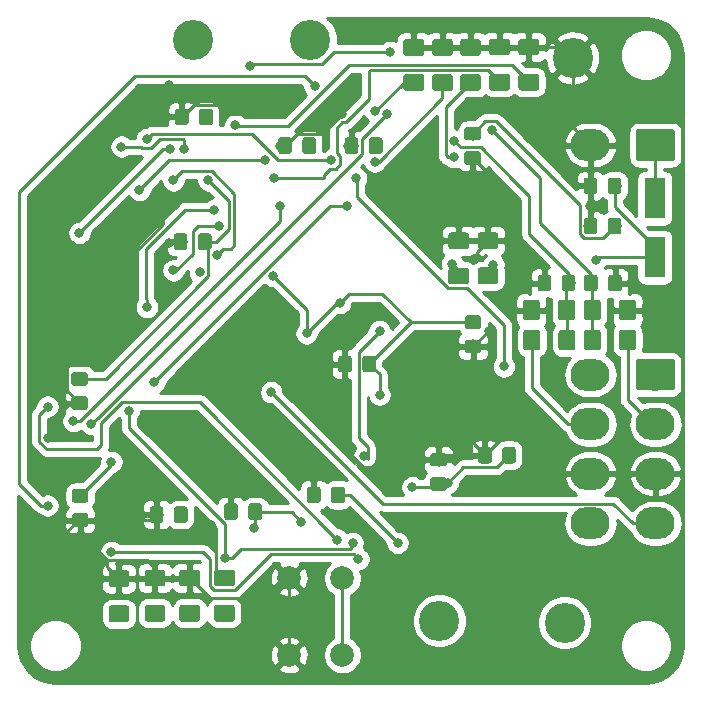
<source format=gbr>
G04 #@! TF.GenerationSoftware,KiCad,Pcbnew,(5.1.0)-1*
G04 #@! TF.CreationDate,2019-10-16T14:10:11+11:00*
G04 #@! TF.ProjectId,APPS,41505053-2e6b-4696-9361-645f70636258,rev?*
G04 #@! TF.SameCoordinates,Original*
G04 #@! TF.FileFunction,Copper,L2,Bot*
G04 #@! TF.FilePolarity,Positive*
%FSLAX46Y46*%
G04 Gerber Fmt 4.6, Leading zero omitted, Abs format (unit mm)*
G04 Created by KiCad (PCBNEW (5.1.0)-1) date 2019-10-16 14:10:11*
%MOMM*%
%LPD*%
G04 APERTURE LIST*
%ADD10C,0.100000*%
%ADD11C,1.425000*%
%ADD12C,1.150000*%
%ADD13C,3.400000*%
%ADD14R,1.800000X3.500000*%
%ADD15C,2.700000*%
%ADD16O,3.300000X2.700000*%
%ADD17C,2.000000*%
%ADD18C,0.800000*%
%ADD19C,0.250000*%
%ADD20C,0.254000*%
G04 APERTURE END LIST*
D10*
G36*
X154731604Y-82438204D02*
G01*
X154755873Y-82441804D01*
X154779671Y-82447765D01*
X154802771Y-82456030D01*
X154824949Y-82466520D01*
X154845993Y-82479133D01*
X154865698Y-82493747D01*
X154883877Y-82510223D01*
X154900353Y-82528402D01*
X154914967Y-82548107D01*
X154927580Y-82569151D01*
X154938070Y-82591329D01*
X154946335Y-82614429D01*
X154952296Y-82638227D01*
X154955896Y-82662496D01*
X154957100Y-82687000D01*
X154957100Y-83937000D01*
X154955896Y-83961504D01*
X154952296Y-83985773D01*
X154946335Y-84009571D01*
X154938070Y-84032671D01*
X154927580Y-84054849D01*
X154914967Y-84075893D01*
X154900353Y-84095598D01*
X154883877Y-84113777D01*
X154865698Y-84130253D01*
X154845993Y-84144867D01*
X154824949Y-84157480D01*
X154802771Y-84167970D01*
X154779671Y-84176235D01*
X154755873Y-84182196D01*
X154731604Y-84185796D01*
X154707100Y-84187000D01*
X153782100Y-84187000D01*
X153757596Y-84185796D01*
X153733327Y-84182196D01*
X153709529Y-84176235D01*
X153686429Y-84167970D01*
X153664251Y-84157480D01*
X153643207Y-84144867D01*
X153623502Y-84130253D01*
X153605323Y-84113777D01*
X153588847Y-84095598D01*
X153574233Y-84075893D01*
X153561620Y-84054849D01*
X153551130Y-84032671D01*
X153542865Y-84009571D01*
X153536904Y-83985773D01*
X153533304Y-83961504D01*
X153532100Y-83937000D01*
X153532100Y-82687000D01*
X153533304Y-82662496D01*
X153536904Y-82638227D01*
X153542865Y-82614429D01*
X153551130Y-82591329D01*
X153561620Y-82569151D01*
X153574233Y-82548107D01*
X153588847Y-82528402D01*
X153605323Y-82510223D01*
X153623502Y-82493747D01*
X153643207Y-82479133D01*
X153664251Y-82466520D01*
X153686429Y-82456030D01*
X153709529Y-82447765D01*
X153733327Y-82441804D01*
X153757596Y-82438204D01*
X153782100Y-82437000D01*
X154707100Y-82437000D01*
X154731604Y-82438204D01*
X154731604Y-82438204D01*
G37*
D11*
X154244600Y-83312000D03*
D10*
G36*
X151756604Y-82438204D02*
G01*
X151780873Y-82441804D01*
X151804671Y-82447765D01*
X151827771Y-82456030D01*
X151849949Y-82466520D01*
X151870993Y-82479133D01*
X151890698Y-82493747D01*
X151908877Y-82510223D01*
X151925353Y-82528402D01*
X151939967Y-82548107D01*
X151952580Y-82569151D01*
X151963070Y-82591329D01*
X151971335Y-82614429D01*
X151977296Y-82638227D01*
X151980896Y-82662496D01*
X151982100Y-82687000D01*
X151982100Y-83937000D01*
X151980896Y-83961504D01*
X151977296Y-83985773D01*
X151971335Y-84009571D01*
X151963070Y-84032671D01*
X151952580Y-84054849D01*
X151939967Y-84075893D01*
X151925353Y-84095598D01*
X151908877Y-84113777D01*
X151890698Y-84130253D01*
X151870993Y-84144867D01*
X151849949Y-84157480D01*
X151827771Y-84167970D01*
X151804671Y-84176235D01*
X151780873Y-84182196D01*
X151756604Y-84185796D01*
X151732100Y-84187000D01*
X150807100Y-84187000D01*
X150782596Y-84185796D01*
X150758327Y-84182196D01*
X150734529Y-84176235D01*
X150711429Y-84167970D01*
X150689251Y-84157480D01*
X150668207Y-84144867D01*
X150648502Y-84130253D01*
X150630323Y-84113777D01*
X150613847Y-84095598D01*
X150599233Y-84075893D01*
X150586620Y-84054849D01*
X150576130Y-84032671D01*
X150567865Y-84009571D01*
X150561904Y-83985773D01*
X150558304Y-83961504D01*
X150557100Y-83937000D01*
X150557100Y-82687000D01*
X150558304Y-82662496D01*
X150561904Y-82638227D01*
X150567865Y-82614429D01*
X150576130Y-82591329D01*
X150586620Y-82569151D01*
X150599233Y-82548107D01*
X150613847Y-82528402D01*
X150630323Y-82510223D01*
X150648502Y-82493747D01*
X150668207Y-82479133D01*
X150689251Y-82466520D01*
X150711429Y-82456030D01*
X150734529Y-82447765D01*
X150758327Y-82441804D01*
X150782596Y-82438204D01*
X150807100Y-82437000D01*
X151732100Y-82437000D01*
X151756604Y-82438204D01*
X151756604Y-82438204D01*
G37*
D11*
X151269600Y-83312000D03*
D10*
G36*
X146586104Y-82438204D02*
G01*
X146610373Y-82441804D01*
X146634171Y-82447765D01*
X146657271Y-82456030D01*
X146679449Y-82466520D01*
X146700493Y-82479133D01*
X146720198Y-82493747D01*
X146738377Y-82510223D01*
X146754853Y-82528402D01*
X146769467Y-82548107D01*
X146782080Y-82569151D01*
X146792570Y-82591329D01*
X146800835Y-82614429D01*
X146806796Y-82638227D01*
X146810396Y-82662496D01*
X146811600Y-82687000D01*
X146811600Y-83937000D01*
X146810396Y-83961504D01*
X146806796Y-83985773D01*
X146800835Y-84009571D01*
X146792570Y-84032671D01*
X146782080Y-84054849D01*
X146769467Y-84075893D01*
X146754853Y-84095598D01*
X146738377Y-84113777D01*
X146720198Y-84130253D01*
X146700493Y-84144867D01*
X146679449Y-84157480D01*
X146657271Y-84167970D01*
X146634171Y-84176235D01*
X146610373Y-84182196D01*
X146586104Y-84185796D01*
X146561600Y-84187000D01*
X145636600Y-84187000D01*
X145612096Y-84185796D01*
X145587827Y-84182196D01*
X145564029Y-84176235D01*
X145540929Y-84167970D01*
X145518751Y-84157480D01*
X145497707Y-84144867D01*
X145478002Y-84130253D01*
X145459823Y-84113777D01*
X145443347Y-84095598D01*
X145428733Y-84075893D01*
X145416120Y-84054849D01*
X145405630Y-84032671D01*
X145397365Y-84009571D01*
X145391404Y-83985773D01*
X145387804Y-83961504D01*
X145386600Y-83937000D01*
X145386600Y-82687000D01*
X145387804Y-82662496D01*
X145391404Y-82638227D01*
X145397365Y-82614429D01*
X145405630Y-82591329D01*
X145416120Y-82569151D01*
X145428733Y-82548107D01*
X145443347Y-82528402D01*
X145459823Y-82510223D01*
X145478002Y-82493747D01*
X145497707Y-82479133D01*
X145518751Y-82466520D01*
X145540929Y-82456030D01*
X145564029Y-82447765D01*
X145587827Y-82441804D01*
X145612096Y-82438204D01*
X145636600Y-82437000D01*
X146561600Y-82437000D01*
X146586104Y-82438204D01*
X146586104Y-82438204D01*
G37*
D11*
X146099100Y-83312000D03*
D10*
G36*
X149561104Y-82438204D02*
G01*
X149585373Y-82441804D01*
X149609171Y-82447765D01*
X149632271Y-82456030D01*
X149654449Y-82466520D01*
X149675493Y-82479133D01*
X149695198Y-82493747D01*
X149713377Y-82510223D01*
X149729853Y-82528402D01*
X149744467Y-82548107D01*
X149757080Y-82569151D01*
X149767570Y-82591329D01*
X149775835Y-82614429D01*
X149781796Y-82638227D01*
X149785396Y-82662496D01*
X149786600Y-82687000D01*
X149786600Y-83937000D01*
X149785396Y-83961504D01*
X149781796Y-83985773D01*
X149775835Y-84009571D01*
X149767570Y-84032671D01*
X149757080Y-84054849D01*
X149744467Y-84075893D01*
X149729853Y-84095598D01*
X149713377Y-84113777D01*
X149695198Y-84130253D01*
X149675493Y-84144867D01*
X149654449Y-84157480D01*
X149632271Y-84167970D01*
X149609171Y-84176235D01*
X149585373Y-84182196D01*
X149561104Y-84185796D01*
X149536600Y-84187000D01*
X148611600Y-84187000D01*
X148587096Y-84185796D01*
X148562827Y-84182196D01*
X148539029Y-84176235D01*
X148515929Y-84167970D01*
X148493751Y-84157480D01*
X148472707Y-84144867D01*
X148453002Y-84130253D01*
X148434823Y-84113777D01*
X148418347Y-84095598D01*
X148403733Y-84075893D01*
X148391120Y-84054849D01*
X148380630Y-84032671D01*
X148372365Y-84009571D01*
X148366404Y-83985773D01*
X148362804Y-83961504D01*
X148361600Y-83937000D01*
X148361600Y-82687000D01*
X148362804Y-82662496D01*
X148366404Y-82638227D01*
X148372365Y-82614429D01*
X148380630Y-82591329D01*
X148391120Y-82569151D01*
X148403733Y-82548107D01*
X148418347Y-82528402D01*
X148434823Y-82510223D01*
X148453002Y-82493747D01*
X148472707Y-82479133D01*
X148493751Y-82466520D01*
X148515929Y-82456030D01*
X148539029Y-82447765D01*
X148562827Y-82441804D01*
X148587096Y-82438204D01*
X148611600Y-82437000D01*
X149536600Y-82437000D01*
X149561104Y-82438204D01*
X149561104Y-82438204D01*
G37*
D11*
X149074100Y-83312000D03*
D10*
G36*
X154731604Y-84978204D02*
G01*
X154755873Y-84981804D01*
X154779671Y-84987765D01*
X154802771Y-84996030D01*
X154824949Y-85006520D01*
X154845993Y-85019133D01*
X154865698Y-85033747D01*
X154883877Y-85050223D01*
X154900353Y-85068402D01*
X154914967Y-85088107D01*
X154927580Y-85109151D01*
X154938070Y-85131329D01*
X154946335Y-85154429D01*
X154952296Y-85178227D01*
X154955896Y-85202496D01*
X154957100Y-85227000D01*
X154957100Y-86477000D01*
X154955896Y-86501504D01*
X154952296Y-86525773D01*
X154946335Y-86549571D01*
X154938070Y-86572671D01*
X154927580Y-86594849D01*
X154914967Y-86615893D01*
X154900353Y-86635598D01*
X154883877Y-86653777D01*
X154865698Y-86670253D01*
X154845993Y-86684867D01*
X154824949Y-86697480D01*
X154802771Y-86707970D01*
X154779671Y-86716235D01*
X154755873Y-86722196D01*
X154731604Y-86725796D01*
X154707100Y-86727000D01*
X153782100Y-86727000D01*
X153757596Y-86725796D01*
X153733327Y-86722196D01*
X153709529Y-86716235D01*
X153686429Y-86707970D01*
X153664251Y-86697480D01*
X153643207Y-86684867D01*
X153623502Y-86670253D01*
X153605323Y-86653777D01*
X153588847Y-86635598D01*
X153574233Y-86615893D01*
X153561620Y-86594849D01*
X153551130Y-86572671D01*
X153542865Y-86549571D01*
X153536904Y-86525773D01*
X153533304Y-86501504D01*
X153532100Y-86477000D01*
X153532100Y-85227000D01*
X153533304Y-85202496D01*
X153536904Y-85178227D01*
X153542865Y-85154429D01*
X153551130Y-85131329D01*
X153561620Y-85109151D01*
X153574233Y-85088107D01*
X153588847Y-85068402D01*
X153605323Y-85050223D01*
X153623502Y-85033747D01*
X153643207Y-85019133D01*
X153664251Y-85006520D01*
X153686429Y-84996030D01*
X153709529Y-84987765D01*
X153733327Y-84981804D01*
X153757596Y-84978204D01*
X153782100Y-84977000D01*
X154707100Y-84977000D01*
X154731604Y-84978204D01*
X154731604Y-84978204D01*
G37*
D11*
X154244600Y-85852000D03*
D10*
G36*
X151756604Y-84978204D02*
G01*
X151780873Y-84981804D01*
X151804671Y-84987765D01*
X151827771Y-84996030D01*
X151849949Y-85006520D01*
X151870993Y-85019133D01*
X151890698Y-85033747D01*
X151908877Y-85050223D01*
X151925353Y-85068402D01*
X151939967Y-85088107D01*
X151952580Y-85109151D01*
X151963070Y-85131329D01*
X151971335Y-85154429D01*
X151977296Y-85178227D01*
X151980896Y-85202496D01*
X151982100Y-85227000D01*
X151982100Y-86477000D01*
X151980896Y-86501504D01*
X151977296Y-86525773D01*
X151971335Y-86549571D01*
X151963070Y-86572671D01*
X151952580Y-86594849D01*
X151939967Y-86615893D01*
X151925353Y-86635598D01*
X151908877Y-86653777D01*
X151890698Y-86670253D01*
X151870993Y-86684867D01*
X151849949Y-86697480D01*
X151827771Y-86707970D01*
X151804671Y-86716235D01*
X151780873Y-86722196D01*
X151756604Y-86725796D01*
X151732100Y-86727000D01*
X150807100Y-86727000D01*
X150782596Y-86725796D01*
X150758327Y-86722196D01*
X150734529Y-86716235D01*
X150711429Y-86707970D01*
X150689251Y-86697480D01*
X150668207Y-86684867D01*
X150648502Y-86670253D01*
X150630323Y-86653777D01*
X150613847Y-86635598D01*
X150599233Y-86615893D01*
X150586620Y-86594849D01*
X150576130Y-86572671D01*
X150567865Y-86549571D01*
X150561904Y-86525773D01*
X150558304Y-86501504D01*
X150557100Y-86477000D01*
X150557100Y-85227000D01*
X150558304Y-85202496D01*
X150561904Y-85178227D01*
X150567865Y-85154429D01*
X150576130Y-85131329D01*
X150586620Y-85109151D01*
X150599233Y-85088107D01*
X150613847Y-85068402D01*
X150630323Y-85050223D01*
X150648502Y-85033747D01*
X150668207Y-85019133D01*
X150689251Y-85006520D01*
X150711429Y-84996030D01*
X150734529Y-84987765D01*
X150758327Y-84981804D01*
X150782596Y-84978204D01*
X150807100Y-84977000D01*
X151732100Y-84977000D01*
X151756604Y-84978204D01*
X151756604Y-84978204D01*
G37*
D11*
X151269600Y-85852000D03*
D10*
G36*
X146622604Y-84978204D02*
G01*
X146646873Y-84981804D01*
X146670671Y-84987765D01*
X146693771Y-84996030D01*
X146715949Y-85006520D01*
X146736993Y-85019133D01*
X146756698Y-85033747D01*
X146774877Y-85050223D01*
X146791353Y-85068402D01*
X146805967Y-85088107D01*
X146818580Y-85109151D01*
X146829070Y-85131329D01*
X146837335Y-85154429D01*
X146843296Y-85178227D01*
X146846896Y-85202496D01*
X146848100Y-85227000D01*
X146848100Y-86477000D01*
X146846896Y-86501504D01*
X146843296Y-86525773D01*
X146837335Y-86549571D01*
X146829070Y-86572671D01*
X146818580Y-86594849D01*
X146805967Y-86615893D01*
X146791353Y-86635598D01*
X146774877Y-86653777D01*
X146756698Y-86670253D01*
X146736993Y-86684867D01*
X146715949Y-86697480D01*
X146693771Y-86707970D01*
X146670671Y-86716235D01*
X146646873Y-86722196D01*
X146622604Y-86725796D01*
X146598100Y-86727000D01*
X145673100Y-86727000D01*
X145648596Y-86725796D01*
X145624327Y-86722196D01*
X145600529Y-86716235D01*
X145577429Y-86707970D01*
X145555251Y-86697480D01*
X145534207Y-86684867D01*
X145514502Y-86670253D01*
X145496323Y-86653777D01*
X145479847Y-86635598D01*
X145465233Y-86615893D01*
X145452620Y-86594849D01*
X145442130Y-86572671D01*
X145433865Y-86549571D01*
X145427904Y-86525773D01*
X145424304Y-86501504D01*
X145423100Y-86477000D01*
X145423100Y-85227000D01*
X145424304Y-85202496D01*
X145427904Y-85178227D01*
X145433865Y-85154429D01*
X145442130Y-85131329D01*
X145452620Y-85109151D01*
X145465233Y-85088107D01*
X145479847Y-85068402D01*
X145496323Y-85050223D01*
X145514502Y-85033747D01*
X145534207Y-85019133D01*
X145555251Y-85006520D01*
X145577429Y-84996030D01*
X145600529Y-84987765D01*
X145624327Y-84981804D01*
X145648596Y-84978204D01*
X145673100Y-84977000D01*
X146598100Y-84977000D01*
X146622604Y-84978204D01*
X146622604Y-84978204D01*
G37*
D11*
X146135600Y-85852000D03*
D10*
G36*
X149597604Y-84978204D02*
G01*
X149621873Y-84981804D01*
X149645671Y-84987765D01*
X149668771Y-84996030D01*
X149690949Y-85006520D01*
X149711993Y-85019133D01*
X149731698Y-85033747D01*
X149749877Y-85050223D01*
X149766353Y-85068402D01*
X149780967Y-85088107D01*
X149793580Y-85109151D01*
X149804070Y-85131329D01*
X149812335Y-85154429D01*
X149818296Y-85178227D01*
X149821896Y-85202496D01*
X149823100Y-85227000D01*
X149823100Y-86477000D01*
X149821896Y-86501504D01*
X149818296Y-86525773D01*
X149812335Y-86549571D01*
X149804070Y-86572671D01*
X149793580Y-86594849D01*
X149780967Y-86615893D01*
X149766353Y-86635598D01*
X149749877Y-86653777D01*
X149731698Y-86670253D01*
X149711993Y-86684867D01*
X149690949Y-86697480D01*
X149668771Y-86707970D01*
X149645671Y-86716235D01*
X149621873Y-86722196D01*
X149597604Y-86725796D01*
X149573100Y-86727000D01*
X148648100Y-86727000D01*
X148623596Y-86725796D01*
X148599327Y-86722196D01*
X148575529Y-86716235D01*
X148552429Y-86707970D01*
X148530251Y-86697480D01*
X148509207Y-86684867D01*
X148489502Y-86670253D01*
X148471323Y-86653777D01*
X148454847Y-86635598D01*
X148440233Y-86615893D01*
X148427620Y-86594849D01*
X148417130Y-86572671D01*
X148408865Y-86549571D01*
X148402904Y-86525773D01*
X148399304Y-86501504D01*
X148398100Y-86477000D01*
X148398100Y-85227000D01*
X148399304Y-85202496D01*
X148402904Y-85178227D01*
X148408865Y-85154429D01*
X148417130Y-85131329D01*
X148427620Y-85109151D01*
X148440233Y-85088107D01*
X148454847Y-85068402D01*
X148471323Y-85050223D01*
X148489502Y-85033747D01*
X148509207Y-85019133D01*
X148530251Y-85006520D01*
X148552429Y-84996030D01*
X148575529Y-84987765D01*
X148599327Y-84981804D01*
X148623596Y-84978204D01*
X148648100Y-84977000D01*
X149573100Y-84977000D01*
X149597604Y-84978204D01*
X149597604Y-84978204D01*
G37*
D11*
X149110600Y-85852000D03*
D10*
G36*
X153533105Y-80327204D02*
G01*
X153557373Y-80330804D01*
X153581172Y-80336765D01*
X153604271Y-80345030D01*
X153626450Y-80355520D01*
X153647493Y-80368132D01*
X153667199Y-80382747D01*
X153685377Y-80399223D01*
X153701853Y-80417401D01*
X153716468Y-80437107D01*
X153729080Y-80458150D01*
X153739570Y-80480329D01*
X153747835Y-80503428D01*
X153753796Y-80527227D01*
X153757396Y-80551495D01*
X153758600Y-80575999D01*
X153758600Y-81476001D01*
X153757396Y-81500505D01*
X153753796Y-81524773D01*
X153747835Y-81548572D01*
X153739570Y-81571671D01*
X153729080Y-81593850D01*
X153716468Y-81614893D01*
X153701853Y-81634599D01*
X153685377Y-81652777D01*
X153667199Y-81669253D01*
X153647493Y-81683868D01*
X153626450Y-81696480D01*
X153604271Y-81706970D01*
X153581172Y-81715235D01*
X153557373Y-81721196D01*
X153533105Y-81724796D01*
X153508601Y-81726000D01*
X152858599Y-81726000D01*
X152834095Y-81724796D01*
X152809827Y-81721196D01*
X152786028Y-81715235D01*
X152762929Y-81706970D01*
X152740750Y-81696480D01*
X152719707Y-81683868D01*
X152700001Y-81669253D01*
X152681823Y-81652777D01*
X152665347Y-81634599D01*
X152650732Y-81614893D01*
X152638120Y-81593850D01*
X152627630Y-81571671D01*
X152619365Y-81548572D01*
X152613404Y-81524773D01*
X152609804Y-81500505D01*
X152608600Y-81476001D01*
X152608600Y-80575999D01*
X152609804Y-80551495D01*
X152613404Y-80527227D01*
X152619365Y-80503428D01*
X152627630Y-80480329D01*
X152638120Y-80458150D01*
X152650732Y-80437107D01*
X152665347Y-80417401D01*
X152681823Y-80399223D01*
X152700001Y-80382747D01*
X152719707Y-80368132D01*
X152740750Y-80355520D01*
X152762929Y-80345030D01*
X152786028Y-80336765D01*
X152809827Y-80330804D01*
X152834095Y-80327204D01*
X152858599Y-80326000D01*
X153508601Y-80326000D01*
X153533105Y-80327204D01*
X153533105Y-80327204D01*
G37*
D12*
X153183600Y-81026000D03*
D10*
G36*
X151483105Y-80327204D02*
G01*
X151507373Y-80330804D01*
X151531172Y-80336765D01*
X151554271Y-80345030D01*
X151576450Y-80355520D01*
X151597493Y-80368132D01*
X151617199Y-80382747D01*
X151635377Y-80399223D01*
X151651853Y-80417401D01*
X151666468Y-80437107D01*
X151679080Y-80458150D01*
X151689570Y-80480329D01*
X151697835Y-80503428D01*
X151703796Y-80527227D01*
X151707396Y-80551495D01*
X151708600Y-80575999D01*
X151708600Y-81476001D01*
X151707396Y-81500505D01*
X151703796Y-81524773D01*
X151697835Y-81548572D01*
X151689570Y-81571671D01*
X151679080Y-81593850D01*
X151666468Y-81614893D01*
X151651853Y-81634599D01*
X151635377Y-81652777D01*
X151617199Y-81669253D01*
X151597493Y-81683868D01*
X151576450Y-81696480D01*
X151554271Y-81706970D01*
X151531172Y-81715235D01*
X151507373Y-81721196D01*
X151483105Y-81724796D01*
X151458601Y-81726000D01*
X150808599Y-81726000D01*
X150784095Y-81724796D01*
X150759827Y-81721196D01*
X150736028Y-81715235D01*
X150712929Y-81706970D01*
X150690750Y-81696480D01*
X150669707Y-81683868D01*
X150650001Y-81669253D01*
X150631823Y-81652777D01*
X150615347Y-81634599D01*
X150600732Y-81614893D01*
X150588120Y-81593850D01*
X150577630Y-81571671D01*
X150569365Y-81548572D01*
X150563404Y-81524773D01*
X150559804Y-81500505D01*
X150558600Y-81476001D01*
X150558600Y-80575999D01*
X150559804Y-80551495D01*
X150563404Y-80527227D01*
X150569365Y-80503428D01*
X150577630Y-80480329D01*
X150588120Y-80458150D01*
X150600732Y-80437107D01*
X150615347Y-80417401D01*
X150631823Y-80399223D01*
X150650001Y-80382747D01*
X150669707Y-80368132D01*
X150690750Y-80355520D01*
X150712929Y-80345030D01*
X150736028Y-80336765D01*
X150759827Y-80330804D01*
X150784095Y-80327204D01*
X150808599Y-80326000D01*
X151458601Y-80326000D01*
X151483105Y-80327204D01*
X151483105Y-80327204D01*
G37*
D12*
X151133600Y-81026000D03*
D10*
G36*
X147546105Y-80327204D02*
G01*
X147570373Y-80330804D01*
X147594172Y-80336765D01*
X147617271Y-80345030D01*
X147639450Y-80355520D01*
X147660493Y-80368132D01*
X147680199Y-80382747D01*
X147698377Y-80399223D01*
X147714853Y-80417401D01*
X147729468Y-80437107D01*
X147742080Y-80458150D01*
X147752570Y-80480329D01*
X147760835Y-80503428D01*
X147766796Y-80527227D01*
X147770396Y-80551495D01*
X147771600Y-80575999D01*
X147771600Y-81476001D01*
X147770396Y-81500505D01*
X147766796Y-81524773D01*
X147760835Y-81548572D01*
X147752570Y-81571671D01*
X147742080Y-81593850D01*
X147729468Y-81614893D01*
X147714853Y-81634599D01*
X147698377Y-81652777D01*
X147680199Y-81669253D01*
X147660493Y-81683868D01*
X147639450Y-81696480D01*
X147617271Y-81706970D01*
X147594172Y-81715235D01*
X147570373Y-81721196D01*
X147546105Y-81724796D01*
X147521601Y-81726000D01*
X146871599Y-81726000D01*
X146847095Y-81724796D01*
X146822827Y-81721196D01*
X146799028Y-81715235D01*
X146775929Y-81706970D01*
X146753750Y-81696480D01*
X146732707Y-81683868D01*
X146713001Y-81669253D01*
X146694823Y-81652777D01*
X146678347Y-81634599D01*
X146663732Y-81614893D01*
X146651120Y-81593850D01*
X146640630Y-81571671D01*
X146632365Y-81548572D01*
X146626404Y-81524773D01*
X146622804Y-81500505D01*
X146621600Y-81476001D01*
X146621600Y-80575999D01*
X146622804Y-80551495D01*
X146626404Y-80527227D01*
X146632365Y-80503428D01*
X146640630Y-80480329D01*
X146651120Y-80458150D01*
X146663732Y-80437107D01*
X146678347Y-80417401D01*
X146694823Y-80399223D01*
X146713001Y-80382747D01*
X146732707Y-80368132D01*
X146753750Y-80355520D01*
X146775929Y-80345030D01*
X146799028Y-80336765D01*
X146822827Y-80330804D01*
X146847095Y-80327204D01*
X146871599Y-80326000D01*
X147521601Y-80326000D01*
X147546105Y-80327204D01*
X147546105Y-80327204D01*
G37*
D12*
X147196600Y-81026000D03*
D10*
G36*
X149596105Y-80327204D02*
G01*
X149620373Y-80330804D01*
X149644172Y-80336765D01*
X149667271Y-80345030D01*
X149689450Y-80355520D01*
X149710493Y-80368132D01*
X149730199Y-80382747D01*
X149748377Y-80399223D01*
X149764853Y-80417401D01*
X149779468Y-80437107D01*
X149792080Y-80458150D01*
X149802570Y-80480329D01*
X149810835Y-80503428D01*
X149816796Y-80527227D01*
X149820396Y-80551495D01*
X149821600Y-80575999D01*
X149821600Y-81476001D01*
X149820396Y-81500505D01*
X149816796Y-81524773D01*
X149810835Y-81548572D01*
X149802570Y-81571671D01*
X149792080Y-81593850D01*
X149779468Y-81614893D01*
X149764853Y-81634599D01*
X149748377Y-81652777D01*
X149730199Y-81669253D01*
X149710493Y-81683868D01*
X149689450Y-81696480D01*
X149667271Y-81706970D01*
X149644172Y-81715235D01*
X149620373Y-81721196D01*
X149596105Y-81724796D01*
X149571601Y-81726000D01*
X148921599Y-81726000D01*
X148897095Y-81724796D01*
X148872827Y-81721196D01*
X148849028Y-81715235D01*
X148825929Y-81706970D01*
X148803750Y-81696480D01*
X148782707Y-81683868D01*
X148763001Y-81669253D01*
X148744823Y-81652777D01*
X148728347Y-81634599D01*
X148713732Y-81614893D01*
X148701120Y-81593850D01*
X148690630Y-81571671D01*
X148682365Y-81548572D01*
X148676404Y-81524773D01*
X148672804Y-81500505D01*
X148671600Y-81476001D01*
X148671600Y-80575999D01*
X148672804Y-80551495D01*
X148676404Y-80527227D01*
X148682365Y-80503428D01*
X148690630Y-80480329D01*
X148701120Y-80458150D01*
X148713732Y-80437107D01*
X148728347Y-80417401D01*
X148744823Y-80399223D01*
X148763001Y-80382747D01*
X148782707Y-80368132D01*
X148803750Y-80355520D01*
X148825929Y-80345030D01*
X148849028Y-80336765D01*
X148872827Y-80330804D01*
X148897095Y-80327204D01*
X148921599Y-80326000D01*
X149571601Y-80326000D01*
X149596105Y-80327204D01*
X149596105Y-80327204D01*
G37*
D12*
X149246600Y-81026000D03*
D13*
X149593200Y-61976000D03*
X148920200Y-109778800D03*
X138303000Y-109626400D03*
X127393600Y-60452000D03*
X117487600Y-60452000D03*
D10*
G36*
X131226705Y-68694004D02*
G01*
X131250973Y-68697604D01*
X131274772Y-68703565D01*
X131297871Y-68711830D01*
X131320050Y-68722320D01*
X131341093Y-68734932D01*
X131360799Y-68749547D01*
X131378977Y-68766023D01*
X131395453Y-68784201D01*
X131410068Y-68803907D01*
X131422680Y-68824950D01*
X131433170Y-68847129D01*
X131441435Y-68870228D01*
X131447396Y-68894027D01*
X131450996Y-68918295D01*
X131452200Y-68942799D01*
X131452200Y-69842801D01*
X131450996Y-69867305D01*
X131447396Y-69891573D01*
X131441435Y-69915372D01*
X131433170Y-69938471D01*
X131422680Y-69960650D01*
X131410068Y-69981693D01*
X131395453Y-70001399D01*
X131378977Y-70019577D01*
X131360799Y-70036053D01*
X131341093Y-70050668D01*
X131320050Y-70063280D01*
X131297871Y-70073770D01*
X131274772Y-70082035D01*
X131250973Y-70087996D01*
X131226705Y-70091596D01*
X131202201Y-70092800D01*
X130552199Y-70092800D01*
X130527695Y-70091596D01*
X130503427Y-70087996D01*
X130479628Y-70082035D01*
X130456529Y-70073770D01*
X130434350Y-70063280D01*
X130413307Y-70050668D01*
X130393601Y-70036053D01*
X130375423Y-70019577D01*
X130358947Y-70001399D01*
X130344332Y-69981693D01*
X130331720Y-69960650D01*
X130321230Y-69938471D01*
X130312965Y-69915372D01*
X130307004Y-69891573D01*
X130303404Y-69867305D01*
X130302200Y-69842801D01*
X130302200Y-68942799D01*
X130303404Y-68918295D01*
X130307004Y-68894027D01*
X130312965Y-68870228D01*
X130321230Y-68847129D01*
X130331720Y-68824950D01*
X130344332Y-68803907D01*
X130358947Y-68784201D01*
X130375423Y-68766023D01*
X130393601Y-68749547D01*
X130413307Y-68734932D01*
X130434350Y-68722320D01*
X130456529Y-68711830D01*
X130479628Y-68703565D01*
X130503427Y-68697604D01*
X130527695Y-68694004D01*
X130552199Y-68692800D01*
X131202201Y-68692800D01*
X131226705Y-68694004D01*
X131226705Y-68694004D01*
G37*
D12*
X130877200Y-69392800D03*
D10*
G36*
X133276705Y-68694004D02*
G01*
X133300973Y-68697604D01*
X133324772Y-68703565D01*
X133347871Y-68711830D01*
X133370050Y-68722320D01*
X133391093Y-68734932D01*
X133410799Y-68749547D01*
X133428977Y-68766023D01*
X133445453Y-68784201D01*
X133460068Y-68803907D01*
X133472680Y-68824950D01*
X133483170Y-68847129D01*
X133491435Y-68870228D01*
X133497396Y-68894027D01*
X133500996Y-68918295D01*
X133502200Y-68942799D01*
X133502200Y-69842801D01*
X133500996Y-69867305D01*
X133497396Y-69891573D01*
X133491435Y-69915372D01*
X133483170Y-69938471D01*
X133472680Y-69960650D01*
X133460068Y-69981693D01*
X133445453Y-70001399D01*
X133428977Y-70019577D01*
X133410799Y-70036053D01*
X133391093Y-70050668D01*
X133370050Y-70063280D01*
X133347871Y-70073770D01*
X133324772Y-70082035D01*
X133300973Y-70087996D01*
X133276705Y-70091596D01*
X133252201Y-70092800D01*
X132602199Y-70092800D01*
X132577695Y-70091596D01*
X132553427Y-70087996D01*
X132529628Y-70082035D01*
X132506529Y-70073770D01*
X132484350Y-70063280D01*
X132463307Y-70050668D01*
X132443601Y-70036053D01*
X132425423Y-70019577D01*
X132408947Y-70001399D01*
X132394332Y-69981693D01*
X132381720Y-69960650D01*
X132371230Y-69938471D01*
X132362965Y-69915372D01*
X132357004Y-69891573D01*
X132353404Y-69867305D01*
X132352200Y-69842801D01*
X132352200Y-68942799D01*
X132353404Y-68918295D01*
X132357004Y-68894027D01*
X132362965Y-68870228D01*
X132371230Y-68847129D01*
X132381720Y-68824950D01*
X132394332Y-68803907D01*
X132408947Y-68784201D01*
X132425423Y-68766023D01*
X132443601Y-68749547D01*
X132463307Y-68734932D01*
X132484350Y-68722320D01*
X132506529Y-68711830D01*
X132529628Y-68703565D01*
X132553427Y-68697604D01*
X132577695Y-68694004D01*
X132602199Y-68692800D01*
X133252201Y-68692800D01*
X133276705Y-68694004D01*
X133276705Y-68694004D01*
G37*
D12*
X132927200Y-69392800D03*
D10*
G36*
X127637905Y-68694004D02*
G01*
X127662173Y-68697604D01*
X127685972Y-68703565D01*
X127709071Y-68711830D01*
X127731250Y-68722320D01*
X127752293Y-68734932D01*
X127771999Y-68749547D01*
X127790177Y-68766023D01*
X127806653Y-68784201D01*
X127821268Y-68803907D01*
X127833880Y-68824950D01*
X127844370Y-68847129D01*
X127852635Y-68870228D01*
X127858596Y-68894027D01*
X127862196Y-68918295D01*
X127863400Y-68942799D01*
X127863400Y-69842801D01*
X127862196Y-69867305D01*
X127858596Y-69891573D01*
X127852635Y-69915372D01*
X127844370Y-69938471D01*
X127833880Y-69960650D01*
X127821268Y-69981693D01*
X127806653Y-70001399D01*
X127790177Y-70019577D01*
X127771999Y-70036053D01*
X127752293Y-70050668D01*
X127731250Y-70063280D01*
X127709071Y-70073770D01*
X127685972Y-70082035D01*
X127662173Y-70087996D01*
X127637905Y-70091596D01*
X127613401Y-70092800D01*
X126963399Y-70092800D01*
X126938895Y-70091596D01*
X126914627Y-70087996D01*
X126890828Y-70082035D01*
X126867729Y-70073770D01*
X126845550Y-70063280D01*
X126824507Y-70050668D01*
X126804801Y-70036053D01*
X126786623Y-70019577D01*
X126770147Y-70001399D01*
X126755532Y-69981693D01*
X126742920Y-69960650D01*
X126732430Y-69938471D01*
X126724165Y-69915372D01*
X126718204Y-69891573D01*
X126714604Y-69867305D01*
X126713400Y-69842801D01*
X126713400Y-68942799D01*
X126714604Y-68918295D01*
X126718204Y-68894027D01*
X126724165Y-68870228D01*
X126732430Y-68847129D01*
X126742920Y-68824950D01*
X126755532Y-68803907D01*
X126770147Y-68784201D01*
X126786623Y-68766023D01*
X126804801Y-68749547D01*
X126824507Y-68734932D01*
X126845550Y-68722320D01*
X126867729Y-68711830D01*
X126890828Y-68703565D01*
X126914627Y-68697604D01*
X126938895Y-68694004D01*
X126963399Y-68692800D01*
X127613401Y-68692800D01*
X127637905Y-68694004D01*
X127637905Y-68694004D01*
G37*
D12*
X127288400Y-69392800D03*
D10*
G36*
X125587905Y-68694004D02*
G01*
X125612173Y-68697604D01*
X125635972Y-68703565D01*
X125659071Y-68711830D01*
X125681250Y-68722320D01*
X125702293Y-68734932D01*
X125721999Y-68749547D01*
X125740177Y-68766023D01*
X125756653Y-68784201D01*
X125771268Y-68803907D01*
X125783880Y-68824950D01*
X125794370Y-68847129D01*
X125802635Y-68870228D01*
X125808596Y-68894027D01*
X125812196Y-68918295D01*
X125813400Y-68942799D01*
X125813400Y-69842801D01*
X125812196Y-69867305D01*
X125808596Y-69891573D01*
X125802635Y-69915372D01*
X125794370Y-69938471D01*
X125783880Y-69960650D01*
X125771268Y-69981693D01*
X125756653Y-70001399D01*
X125740177Y-70019577D01*
X125721999Y-70036053D01*
X125702293Y-70050668D01*
X125681250Y-70063280D01*
X125659071Y-70073770D01*
X125635972Y-70082035D01*
X125612173Y-70087996D01*
X125587905Y-70091596D01*
X125563401Y-70092800D01*
X124913399Y-70092800D01*
X124888895Y-70091596D01*
X124864627Y-70087996D01*
X124840828Y-70082035D01*
X124817729Y-70073770D01*
X124795550Y-70063280D01*
X124774507Y-70050668D01*
X124754801Y-70036053D01*
X124736623Y-70019577D01*
X124720147Y-70001399D01*
X124705532Y-69981693D01*
X124692920Y-69960650D01*
X124682430Y-69938471D01*
X124674165Y-69915372D01*
X124668204Y-69891573D01*
X124664604Y-69867305D01*
X124663400Y-69842801D01*
X124663400Y-68942799D01*
X124664604Y-68918295D01*
X124668204Y-68894027D01*
X124674165Y-68870228D01*
X124682430Y-68847129D01*
X124692920Y-68824950D01*
X124705532Y-68803907D01*
X124720147Y-68784201D01*
X124736623Y-68766023D01*
X124754801Y-68749547D01*
X124774507Y-68734932D01*
X124795550Y-68722320D01*
X124817729Y-68711830D01*
X124840828Y-68703565D01*
X124864627Y-68697604D01*
X124888895Y-68694004D01*
X124913399Y-68692800D01*
X125563401Y-68692800D01*
X125587905Y-68694004D01*
X125587905Y-68694004D01*
G37*
D12*
X125238400Y-69392800D03*
D10*
G36*
X151445105Y-72097604D02*
G01*
X151469373Y-72101204D01*
X151493172Y-72107165D01*
X151516271Y-72115430D01*
X151538450Y-72125920D01*
X151559493Y-72138532D01*
X151579199Y-72153147D01*
X151597377Y-72169623D01*
X151613853Y-72187801D01*
X151628468Y-72207507D01*
X151641080Y-72228550D01*
X151651570Y-72250729D01*
X151659835Y-72273828D01*
X151665796Y-72297627D01*
X151669396Y-72321895D01*
X151670600Y-72346399D01*
X151670600Y-73246401D01*
X151669396Y-73270905D01*
X151665796Y-73295173D01*
X151659835Y-73318972D01*
X151651570Y-73342071D01*
X151641080Y-73364250D01*
X151628468Y-73385293D01*
X151613853Y-73404999D01*
X151597377Y-73423177D01*
X151579199Y-73439653D01*
X151559493Y-73454268D01*
X151538450Y-73466880D01*
X151516271Y-73477370D01*
X151493172Y-73485635D01*
X151469373Y-73491596D01*
X151445105Y-73495196D01*
X151420601Y-73496400D01*
X150770599Y-73496400D01*
X150746095Y-73495196D01*
X150721827Y-73491596D01*
X150698028Y-73485635D01*
X150674929Y-73477370D01*
X150652750Y-73466880D01*
X150631707Y-73454268D01*
X150612001Y-73439653D01*
X150593823Y-73423177D01*
X150577347Y-73404999D01*
X150562732Y-73385293D01*
X150550120Y-73364250D01*
X150539630Y-73342071D01*
X150531365Y-73318972D01*
X150525404Y-73295173D01*
X150521804Y-73270905D01*
X150520600Y-73246401D01*
X150520600Y-72346399D01*
X150521804Y-72321895D01*
X150525404Y-72297627D01*
X150531365Y-72273828D01*
X150539630Y-72250729D01*
X150550120Y-72228550D01*
X150562732Y-72207507D01*
X150577347Y-72187801D01*
X150593823Y-72169623D01*
X150612001Y-72153147D01*
X150631707Y-72138532D01*
X150652750Y-72125920D01*
X150674929Y-72115430D01*
X150698028Y-72107165D01*
X150721827Y-72101204D01*
X150746095Y-72097604D01*
X150770599Y-72096400D01*
X151420601Y-72096400D01*
X151445105Y-72097604D01*
X151445105Y-72097604D01*
G37*
D12*
X151095600Y-72796400D03*
D10*
G36*
X153495105Y-72097604D02*
G01*
X153519373Y-72101204D01*
X153543172Y-72107165D01*
X153566271Y-72115430D01*
X153588450Y-72125920D01*
X153609493Y-72138532D01*
X153629199Y-72153147D01*
X153647377Y-72169623D01*
X153663853Y-72187801D01*
X153678468Y-72207507D01*
X153691080Y-72228550D01*
X153701570Y-72250729D01*
X153709835Y-72273828D01*
X153715796Y-72297627D01*
X153719396Y-72321895D01*
X153720600Y-72346399D01*
X153720600Y-73246401D01*
X153719396Y-73270905D01*
X153715796Y-73295173D01*
X153709835Y-73318972D01*
X153701570Y-73342071D01*
X153691080Y-73364250D01*
X153678468Y-73385293D01*
X153663853Y-73404999D01*
X153647377Y-73423177D01*
X153629199Y-73439653D01*
X153609493Y-73454268D01*
X153588450Y-73466880D01*
X153566271Y-73477370D01*
X153543172Y-73485635D01*
X153519373Y-73491596D01*
X153495105Y-73495196D01*
X153470601Y-73496400D01*
X152820599Y-73496400D01*
X152796095Y-73495196D01*
X152771827Y-73491596D01*
X152748028Y-73485635D01*
X152724929Y-73477370D01*
X152702750Y-73466880D01*
X152681707Y-73454268D01*
X152662001Y-73439653D01*
X152643823Y-73423177D01*
X152627347Y-73404999D01*
X152612732Y-73385293D01*
X152600120Y-73364250D01*
X152589630Y-73342071D01*
X152581365Y-73318972D01*
X152575404Y-73295173D01*
X152571804Y-73270905D01*
X152570600Y-73246401D01*
X152570600Y-72346399D01*
X152571804Y-72321895D01*
X152575404Y-72297627D01*
X152581365Y-72273828D01*
X152589630Y-72250729D01*
X152600120Y-72228550D01*
X152612732Y-72207507D01*
X152627347Y-72187801D01*
X152643823Y-72169623D01*
X152662001Y-72153147D01*
X152681707Y-72138532D01*
X152702750Y-72125920D01*
X152724929Y-72115430D01*
X152748028Y-72107165D01*
X152771827Y-72101204D01*
X152796095Y-72097604D01*
X152820599Y-72096400D01*
X153470601Y-72096400D01*
X153495105Y-72097604D01*
X153495105Y-72097604D01*
G37*
D12*
X153145600Y-72796400D03*
D10*
G36*
X108373705Y-98468204D02*
G01*
X108397973Y-98471804D01*
X108421772Y-98477765D01*
X108444871Y-98486030D01*
X108467050Y-98496520D01*
X108488093Y-98509132D01*
X108507799Y-98523747D01*
X108525977Y-98540223D01*
X108542453Y-98558401D01*
X108557068Y-98578107D01*
X108569680Y-98599150D01*
X108580170Y-98621329D01*
X108588435Y-98644428D01*
X108594396Y-98668227D01*
X108597996Y-98692495D01*
X108599200Y-98716999D01*
X108599200Y-99367001D01*
X108597996Y-99391505D01*
X108594396Y-99415773D01*
X108588435Y-99439572D01*
X108580170Y-99462671D01*
X108569680Y-99484850D01*
X108557068Y-99505893D01*
X108542453Y-99525599D01*
X108525977Y-99543777D01*
X108507799Y-99560253D01*
X108488093Y-99574868D01*
X108467050Y-99587480D01*
X108444871Y-99597970D01*
X108421772Y-99606235D01*
X108397973Y-99612196D01*
X108373705Y-99615796D01*
X108349201Y-99617000D01*
X107449199Y-99617000D01*
X107424695Y-99615796D01*
X107400427Y-99612196D01*
X107376628Y-99606235D01*
X107353529Y-99597970D01*
X107331350Y-99587480D01*
X107310307Y-99574868D01*
X107290601Y-99560253D01*
X107272423Y-99543777D01*
X107255947Y-99525599D01*
X107241332Y-99505893D01*
X107228720Y-99484850D01*
X107218230Y-99462671D01*
X107209965Y-99439572D01*
X107204004Y-99415773D01*
X107200404Y-99391505D01*
X107199200Y-99367001D01*
X107199200Y-98716999D01*
X107200404Y-98692495D01*
X107204004Y-98668227D01*
X107209965Y-98644428D01*
X107218230Y-98621329D01*
X107228720Y-98599150D01*
X107241332Y-98578107D01*
X107255947Y-98558401D01*
X107272423Y-98540223D01*
X107290601Y-98523747D01*
X107310307Y-98509132D01*
X107331350Y-98496520D01*
X107353529Y-98486030D01*
X107376628Y-98477765D01*
X107400427Y-98471804D01*
X107424695Y-98468204D01*
X107449199Y-98467000D01*
X108349201Y-98467000D01*
X108373705Y-98468204D01*
X108373705Y-98468204D01*
G37*
D12*
X107899200Y-99042000D03*
D10*
G36*
X108373705Y-100518204D02*
G01*
X108397973Y-100521804D01*
X108421772Y-100527765D01*
X108444871Y-100536030D01*
X108467050Y-100546520D01*
X108488093Y-100559132D01*
X108507799Y-100573747D01*
X108525977Y-100590223D01*
X108542453Y-100608401D01*
X108557068Y-100628107D01*
X108569680Y-100649150D01*
X108580170Y-100671329D01*
X108588435Y-100694428D01*
X108594396Y-100718227D01*
X108597996Y-100742495D01*
X108599200Y-100766999D01*
X108599200Y-101417001D01*
X108597996Y-101441505D01*
X108594396Y-101465773D01*
X108588435Y-101489572D01*
X108580170Y-101512671D01*
X108569680Y-101534850D01*
X108557068Y-101555893D01*
X108542453Y-101575599D01*
X108525977Y-101593777D01*
X108507799Y-101610253D01*
X108488093Y-101624868D01*
X108467050Y-101637480D01*
X108444871Y-101647970D01*
X108421772Y-101656235D01*
X108397973Y-101662196D01*
X108373705Y-101665796D01*
X108349201Y-101667000D01*
X107449199Y-101667000D01*
X107424695Y-101665796D01*
X107400427Y-101662196D01*
X107376628Y-101656235D01*
X107353529Y-101647970D01*
X107331350Y-101637480D01*
X107310307Y-101624868D01*
X107290601Y-101610253D01*
X107272423Y-101593777D01*
X107255947Y-101575599D01*
X107241332Y-101555893D01*
X107228720Y-101534850D01*
X107218230Y-101512671D01*
X107209965Y-101489572D01*
X107204004Y-101465773D01*
X107200404Y-101441505D01*
X107199200Y-101417001D01*
X107199200Y-100766999D01*
X107200404Y-100742495D01*
X107204004Y-100718227D01*
X107209965Y-100694428D01*
X107218230Y-100671329D01*
X107228720Y-100649150D01*
X107241332Y-100628107D01*
X107255947Y-100608401D01*
X107272423Y-100590223D01*
X107290601Y-100573747D01*
X107310307Y-100559132D01*
X107331350Y-100546520D01*
X107353529Y-100536030D01*
X107376628Y-100527765D01*
X107400427Y-100521804D01*
X107424695Y-100518204D01*
X107449199Y-100517000D01*
X108349201Y-100517000D01*
X108373705Y-100518204D01*
X108373705Y-100518204D01*
G37*
D12*
X107899200Y-101092000D03*
D10*
G36*
X153504105Y-75501204D02*
G01*
X153528373Y-75504804D01*
X153552172Y-75510765D01*
X153575271Y-75519030D01*
X153597450Y-75529520D01*
X153618493Y-75542132D01*
X153638199Y-75556747D01*
X153656377Y-75573223D01*
X153672853Y-75591401D01*
X153687468Y-75611107D01*
X153700080Y-75632150D01*
X153710570Y-75654329D01*
X153718835Y-75677428D01*
X153724796Y-75701227D01*
X153728396Y-75725495D01*
X153729600Y-75749999D01*
X153729600Y-76650001D01*
X153728396Y-76674505D01*
X153724796Y-76698773D01*
X153718835Y-76722572D01*
X153710570Y-76745671D01*
X153700080Y-76767850D01*
X153687468Y-76788893D01*
X153672853Y-76808599D01*
X153656377Y-76826777D01*
X153638199Y-76843253D01*
X153618493Y-76857868D01*
X153597450Y-76870480D01*
X153575271Y-76880970D01*
X153552172Y-76889235D01*
X153528373Y-76895196D01*
X153504105Y-76898796D01*
X153479601Y-76900000D01*
X152829599Y-76900000D01*
X152805095Y-76898796D01*
X152780827Y-76895196D01*
X152757028Y-76889235D01*
X152733929Y-76880970D01*
X152711750Y-76870480D01*
X152690707Y-76857868D01*
X152671001Y-76843253D01*
X152652823Y-76826777D01*
X152636347Y-76808599D01*
X152621732Y-76788893D01*
X152609120Y-76767850D01*
X152598630Y-76745671D01*
X152590365Y-76722572D01*
X152584404Y-76698773D01*
X152580804Y-76674505D01*
X152579600Y-76650001D01*
X152579600Y-75749999D01*
X152580804Y-75725495D01*
X152584404Y-75701227D01*
X152590365Y-75677428D01*
X152598630Y-75654329D01*
X152609120Y-75632150D01*
X152621732Y-75611107D01*
X152636347Y-75591401D01*
X152652823Y-75573223D01*
X152671001Y-75556747D01*
X152690707Y-75542132D01*
X152711750Y-75529520D01*
X152733929Y-75519030D01*
X152757028Y-75510765D01*
X152780827Y-75504804D01*
X152805095Y-75501204D01*
X152829599Y-75500000D01*
X153479601Y-75500000D01*
X153504105Y-75501204D01*
X153504105Y-75501204D01*
G37*
D12*
X153154600Y-76200000D03*
D10*
G36*
X151454105Y-75501204D02*
G01*
X151478373Y-75504804D01*
X151502172Y-75510765D01*
X151525271Y-75519030D01*
X151547450Y-75529520D01*
X151568493Y-75542132D01*
X151588199Y-75556747D01*
X151606377Y-75573223D01*
X151622853Y-75591401D01*
X151637468Y-75611107D01*
X151650080Y-75632150D01*
X151660570Y-75654329D01*
X151668835Y-75677428D01*
X151674796Y-75701227D01*
X151678396Y-75725495D01*
X151679600Y-75749999D01*
X151679600Y-76650001D01*
X151678396Y-76674505D01*
X151674796Y-76698773D01*
X151668835Y-76722572D01*
X151660570Y-76745671D01*
X151650080Y-76767850D01*
X151637468Y-76788893D01*
X151622853Y-76808599D01*
X151606377Y-76826777D01*
X151588199Y-76843253D01*
X151568493Y-76857868D01*
X151547450Y-76870480D01*
X151525271Y-76880970D01*
X151502172Y-76889235D01*
X151478373Y-76895196D01*
X151454105Y-76898796D01*
X151429601Y-76900000D01*
X150779599Y-76900000D01*
X150755095Y-76898796D01*
X150730827Y-76895196D01*
X150707028Y-76889235D01*
X150683929Y-76880970D01*
X150661750Y-76870480D01*
X150640707Y-76857868D01*
X150621001Y-76843253D01*
X150602823Y-76826777D01*
X150586347Y-76808599D01*
X150571732Y-76788893D01*
X150559120Y-76767850D01*
X150548630Y-76745671D01*
X150540365Y-76722572D01*
X150534404Y-76698773D01*
X150530804Y-76674505D01*
X150529600Y-76650001D01*
X150529600Y-75749999D01*
X150530804Y-75725495D01*
X150534404Y-75701227D01*
X150540365Y-75677428D01*
X150548630Y-75654329D01*
X150559120Y-75632150D01*
X150571732Y-75611107D01*
X150586347Y-75591401D01*
X150602823Y-75573223D01*
X150621001Y-75556747D01*
X150640707Y-75542132D01*
X150661750Y-75529520D01*
X150683929Y-75519030D01*
X150707028Y-75510765D01*
X150730827Y-75504804D01*
X150755095Y-75501204D01*
X150779599Y-75500000D01*
X151429601Y-75500000D01*
X151454105Y-75501204D01*
X151454105Y-75501204D01*
G37*
D12*
X151104600Y-76200000D03*
D10*
G36*
X118900305Y-66255604D02*
G01*
X118924573Y-66259204D01*
X118948372Y-66265165D01*
X118971471Y-66273430D01*
X118993650Y-66283920D01*
X119014693Y-66296532D01*
X119034399Y-66311147D01*
X119052577Y-66327623D01*
X119069053Y-66345801D01*
X119083668Y-66365507D01*
X119096280Y-66386550D01*
X119106770Y-66408729D01*
X119115035Y-66431828D01*
X119120996Y-66455627D01*
X119124596Y-66479895D01*
X119125800Y-66504399D01*
X119125800Y-67404401D01*
X119124596Y-67428905D01*
X119120996Y-67453173D01*
X119115035Y-67476972D01*
X119106770Y-67500071D01*
X119096280Y-67522250D01*
X119083668Y-67543293D01*
X119069053Y-67562999D01*
X119052577Y-67581177D01*
X119034399Y-67597653D01*
X119014693Y-67612268D01*
X118993650Y-67624880D01*
X118971471Y-67635370D01*
X118948372Y-67643635D01*
X118924573Y-67649596D01*
X118900305Y-67653196D01*
X118875801Y-67654400D01*
X118225799Y-67654400D01*
X118201295Y-67653196D01*
X118177027Y-67649596D01*
X118153228Y-67643635D01*
X118130129Y-67635370D01*
X118107950Y-67624880D01*
X118086907Y-67612268D01*
X118067201Y-67597653D01*
X118049023Y-67581177D01*
X118032547Y-67562999D01*
X118017932Y-67543293D01*
X118005320Y-67522250D01*
X117994830Y-67500071D01*
X117986565Y-67476972D01*
X117980604Y-67453173D01*
X117977004Y-67428905D01*
X117975800Y-67404401D01*
X117975800Y-66504399D01*
X117977004Y-66479895D01*
X117980604Y-66455627D01*
X117986565Y-66431828D01*
X117994830Y-66408729D01*
X118005320Y-66386550D01*
X118017932Y-66365507D01*
X118032547Y-66345801D01*
X118049023Y-66327623D01*
X118067201Y-66311147D01*
X118086907Y-66296532D01*
X118107950Y-66283920D01*
X118130129Y-66273430D01*
X118153228Y-66265165D01*
X118177027Y-66259204D01*
X118201295Y-66255604D01*
X118225799Y-66254400D01*
X118875801Y-66254400D01*
X118900305Y-66255604D01*
X118900305Y-66255604D01*
G37*
D12*
X118550800Y-66954400D03*
D10*
G36*
X116850305Y-66255604D02*
G01*
X116874573Y-66259204D01*
X116898372Y-66265165D01*
X116921471Y-66273430D01*
X116943650Y-66283920D01*
X116964693Y-66296532D01*
X116984399Y-66311147D01*
X117002577Y-66327623D01*
X117019053Y-66345801D01*
X117033668Y-66365507D01*
X117046280Y-66386550D01*
X117056770Y-66408729D01*
X117065035Y-66431828D01*
X117070996Y-66455627D01*
X117074596Y-66479895D01*
X117075800Y-66504399D01*
X117075800Y-67404401D01*
X117074596Y-67428905D01*
X117070996Y-67453173D01*
X117065035Y-67476972D01*
X117056770Y-67500071D01*
X117046280Y-67522250D01*
X117033668Y-67543293D01*
X117019053Y-67562999D01*
X117002577Y-67581177D01*
X116984399Y-67597653D01*
X116964693Y-67612268D01*
X116943650Y-67624880D01*
X116921471Y-67635370D01*
X116898372Y-67643635D01*
X116874573Y-67649596D01*
X116850305Y-67653196D01*
X116825801Y-67654400D01*
X116175799Y-67654400D01*
X116151295Y-67653196D01*
X116127027Y-67649596D01*
X116103228Y-67643635D01*
X116080129Y-67635370D01*
X116057950Y-67624880D01*
X116036907Y-67612268D01*
X116017201Y-67597653D01*
X115999023Y-67581177D01*
X115982547Y-67562999D01*
X115967932Y-67543293D01*
X115955320Y-67522250D01*
X115944830Y-67500071D01*
X115936565Y-67476972D01*
X115930604Y-67453173D01*
X115927004Y-67428905D01*
X115925800Y-67404401D01*
X115925800Y-66504399D01*
X115927004Y-66479895D01*
X115930604Y-66455627D01*
X115936565Y-66431828D01*
X115944830Y-66408729D01*
X115955320Y-66386550D01*
X115967932Y-66365507D01*
X115982547Y-66345801D01*
X115999023Y-66327623D01*
X116017201Y-66311147D01*
X116036907Y-66296532D01*
X116057950Y-66283920D01*
X116080129Y-66273430D01*
X116103228Y-66265165D01*
X116127027Y-66259204D01*
X116151295Y-66255604D01*
X116175799Y-66254400D01*
X116825801Y-66254400D01*
X116850305Y-66255604D01*
X116850305Y-66255604D01*
G37*
D12*
X116500800Y-66954400D03*
D10*
G36*
X141596905Y-69856704D02*
G01*
X141621173Y-69860304D01*
X141644972Y-69866265D01*
X141668071Y-69874530D01*
X141690250Y-69885020D01*
X141711293Y-69897632D01*
X141730999Y-69912247D01*
X141749177Y-69928723D01*
X141765653Y-69946901D01*
X141780268Y-69966607D01*
X141792880Y-69987650D01*
X141803370Y-70009829D01*
X141811635Y-70032928D01*
X141817596Y-70056727D01*
X141821196Y-70080995D01*
X141822400Y-70105499D01*
X141822400Y-70755501D01*
X141821196Y-70780005D01*
X141817596Y-70804273D01*
X141811635Y-70828072D01*
X141803370Y-70851171D01*
X141792880Y-70873350D01*
X141780268Y-70894393D01*
X141765653Y-70914099D01*
X141749177Y-70932277D01*
X141730999Y-70948753D01*
X141711293Y-70963368D01*
X141690250Y-70975980D01*
X141668071Y-70986470D01*
X141644972Y-70994735D01*
X141621173Y-71000696D01*
X141596905Y-71004296D01*
X141572401Y-71005500D01*
X140672399Y-71005500D01*
X140647895Y-71004296D01*
X140623627Y-71000696D01*
X140599828Y-70994735D01*
X140576729Y-70986470D01*
X140554550Y-70975980D01*
X140533507Y-70963368D01*
X140513801Y-70948753D01*
X140495623Y-70932277D01*
X140479147Y-70914099D01*
X140464532Y-70894393D01*
X140451920Y-70873350D01*
X140441430Y-70851171D01*
X140433165Y-70828072D01*
X140427204Y-70804273D01*
X140423604Y-70780005D01*
X140422400Y-70755501D01*
X140422400Y-70105499D01*
X140423604Y-70080995D01*
X140427204Y-70056727D01*
X140433165Y-70032928D01*
X140441430Y-70009829D01*
X140451920Y-69987650D01*
X140464532Y-69966607D01*
X140479147Y-69946901D01*
X140495623Y-69928723D01*
X140513801Y-69912247D01*
X140533507Y-69897632D01*
X140554550Y-69885020D01*
X140576729Y-69874530D01*
X140599828Y-69866265D01*
X140623627Y-69860304D01*
X140647895Y-69856704D01*
X140672399Y-69855500D01*
X141572401Y-69855500D01*
X141596905Y-69856704D01*
X141596905Y-69856704D01*
G37*
D12*
X141122400Y-70430500D03*
D10*
G36*
X141596905Y-67806704D02*
G01*
X141621173Y-67810304D01*
X141644972Y-67816265D01*
X141668071Y-67824530D01*
X141690250Y-67835020D01*
X141711293Y-67847632D01*
X141730999Y-67862247D01*
X141749177Y-67878723D01*
X141765653Y-67896901D01*
X141780268Y-67916607D01*
X141792880Y-67937650D01*
X141803370Y-67959829D01*
X141811635Y-67982928D01*
X141817596Y-68006727D01*
X141821196Y-68030995D01*
X141822400Y-68055499D01*
X141822400Y-68705501D01*
X141821196Y-68730005D01*
X141817596Y-68754273D01*
X141811635Y-68778072D01*
X141803370Y-68801171D01*
X141792880Y-68823350D01*
X141780268Y-68844393D01*
X141765653Y-68864099D01*
X141749177Y-68882277D01*
X141730999Y-68898753D01*
X141711293Y-68913368D01*
X141690250Y-68925980D01*
X141668071Y-68936470D01*
X141644972Y-68944735D01*
X141621173Y-68950696D01*
X141596905Y-68954296D01*
X141572401Y-68955500D01*
X140672399Y-68955500D01*
X140647895Y-68954296D01*
X140623627Y-68950696D01*
X140599828Y-68944735D01*
X140576729Y-68936470D01*
X140554550Y-68925980D01*
X140533507Y-68913368D01*
X140513801Y-68898753D01*
X140495623Y-68882277D01*
X140479147Y-68864099D01*
X140464532Y-68844393D01*
X140451920Y-68823350D01*
X140441430Y-68801171D01*
X140433165Y-68778072D01*
X140427204Y-68754273D01*
X140423604Y-68730005D01*
X140422400Y-68705501D01*
X140422400Y-68055499D01*
X140423604Y-68030995D01*
X140427204Y-68006727D01*
X140433165Y-67982928D01*
X140441430Y-67959829D01*
X140451920Y-67937650D01*
X140464532Y-67916607D01*
X140479147Y-67896901D01*
X140495623Y-67878723D01*
X140513801Y-67862247D01*
X140533507Y-67847632D01*
X140554550Y-67835020D01*
X140576729Y-67824530D01*
X140599828Y-67816265D01*
X140623627Y-67810304D01*
X140647895Y-67806704D01*
X140672399Y-67805500D01*
X141572401Y-67805500D01*
X141596905Y-67806704D01*
X141596905Y-67806704D01*
G37*
D12*
X141122400Y-68380500D03*
D10*
G36*
X141635005Y-83774304D02*
G01*
X141659273Y-83777904D01*
X141683072Y-83783865D01*
X141706171Y-83792130D01*
X141728350Y-83802620D01*
X141749393Y-83815232D01*
X141769099Y-83829847D01*
X141787277Y-83846323D01*
X141803753Y-83864501D01*
X141818368Y-83884207D01*
X141830980Y-83905250D01*
X141841470Y-83927429D01*
X141849735Y-83950528D01*
X141855696Y-83974327D01*
X141859296Y-83998595D01*
X141860500Y-84023099D01*
X141860500Y-84673101D01*
X141859296Y-84697605D01*
X141855696Y-84721873D01*
X141849735Y-84745672D01*
X141841470Y-84768771D01*
X141830980Y-84790950D01*
X141818368Y-84811993D01*
X141803753Y-84831699D01*
X141787277Y-84849877D01*
X141769099Y-84866353D01*
X141749393Y-84880968D01*
X141728350Y-84893580D01*
X141706171Y-84904070D01*
X141683072Y-84912335D01*
X141659273Y-84918296D01*
X141635005Y-84921896D01*
X141610501Y-84923100D01*
X140710499Y-84923100D01*
X140685995Y-84921896D01*
X140661727Y-84918296D01*
X140637928Y-84912335D01*
X140614829Y-84904070D01*
X140592650Y-84893580D01*
X140571607Y-84880968D01*
X140551901Y-84866353D01*
X140533723Y-84849877D01*
X140517247Y-84831699D01*
X140502632Y-84811993D01*
X140490020Y-84790950D01*
X140479530Y-84768771D01*
X140471265Y-84745672D01*
X140465304Y-84721873D01*
X140461704Y-84697605D01*
X140460500Y-84673101D01*
X140460500Y-84023099D01*
X140461704Y-83998595D01*
X140465304Y-83974327D01*
X140471265Y-83950528D01*
X140479530Y-83927429D01*
X140490020Y-83905250D01*
X140502632Y-83884207D01*
X140517247Y-83864501D01*
X140533723Y-83846323D01*
X140551901Y-83829847D01*
X140571607Y-83815232D01*
X140592650Y-83802620D01*
X140614829Y-83792130D01*
X140637928Y-83783865D01*
X140661727Y-83777904D01*
X140685995Y-83774304D01*
X140710499Y-83773100D01*
X141610501Y-83773100D01*
X141635005Y-83774304D01*
X141635005Y-83774304D01*
G37*
D12*
X141160500Y-84348100D03*
D10*
G36*
X141635005Y-85824304D02*
G01*
X141659273Y-85827904D01*
X141683072Y-85833865D01*
X141706171Y-85842130D01*
X141728350Y-85852620D01*
X141749393Y-85865232D01*
X141769099Y-85879847D01*
X141787277Y-85896323D01*
X141803753Y-85914501D01*
X141818368Y-85934207D01*
X141830980Y-85955250D01*
X141841470Y-85977429D01*
X141849735Y-86000528D01*
X141855696Y-86024327D01*
X141859296Y-86048595D01*
X141860500Y-86073099D01*
X141860500Y-86723101D01*
X141859296Y-86747605D01*
X141855696Y-86771873D01*
X141849735Y-86795672D01*
X141841470Y-86818771D01*
X141830980Y-86840950D01*
X141818368Y-86861993D01*
X141803753Y-86881699D01*
X141787277Y-86899877D01*
X141769099Y-86916353D01*
X141749393Y-86930968D01*
X141728350Y-86943580D01*
X141706171Y-86954070D01*
X141683072Y-86962335D01*
X141659273Y-86968296D01*
X141635005Y-86971896D01*
X141610501Y-86973100D01*
X140710499Y-86973100D01*
X140685995Y-86971896D01*
X140661727Y-86968296D01*
X140637928Y-86962335D01*
X140614829Y-86954070D01*
X140592650Y-86943580D01*
X140571607Y-86930968D01*
X140551901Y-86916353D01*
X140533723Y-86899877D01*
X140517247Y-86881699D01*
X140502632Y-86861993D01*
X140490020Y-86840950D01*
X140479530Y-86818771D01*
X140471265Y-86795672D01*
X140465304Y-86771873D01*
X140461704Y-86747605D01*
X140460500Y-86723101D01*
X140460500Y-86073099D01*
X140461704Y-86048595D01*
X140465304Y-86024327D01*
X140471265Y-86000528D01*
X140479530Y-85977429D01*
X140490020Y-85955250D01*
X140502632Y-85934207D01*
X140517247Y-85914501D01*
X140533723Y-85896323D01*
X140551901Y-85879847D01*
X140571607Y-85865232D01*
X140592650Y-85852620D01*
X140614829Y-85842130D01*
X140637928Y-85833865D01*
X140661727Y-85827904D01*
X140685995Y-85824304D01*
X140710499Y-85823100D01*
X141610501Y-85823100D01*
X141635005Y-85824304D01*
X141635005Y-85824304D01*
G37*
D12*
X141160500Y-86398100D03*
D10*
G36*
X116748705Y-76822004D02*
G01*
X116772973Y-76825604D01*
X116796772Y-76831565D01*
X116819871Y-76839830D01*
X116842050Y-76850320D01*
X116863093Y-76862932D01*
X116882799Y-76877547D01*
X116900977Y-76894023D01*
X116917453Y-76912201D01*
X116932068Y-76931907D01*
X116944680Y-76952950D01*
X116955170Y-76975129D01*
X116963435Y-76998228D01*
X116969396Y-77022027D01*
X116972996Y-77046295D01*
X116974200Y-77070799D01*
X116974200Y-77970801D01*
X116972996Y-77995305D01*
X116969396Y-78019573D01*
X116963435Y-78043372D01*
X116955170Y-78066471D01*
X116944680Y-78088650D01*
X116932068Y-78109693D01*
X116917453Y-78129399D01*
X116900977Y-78147577D01*
X116882799Y-78164053D01*
X116863093Y-78178668D01*
X116842050Y-78191280D01*
X116819871Y-78201770D01*
X116796772Y-78210035D01*
X116772973Y-78215996D01*
X116748705Y-78219596D01*
X116724201Y-78220800D01*
X116074199Y-78220800D01*
X116049695Y-78219596D01*
X116025427Y-78215996D01*
X116001628Y-78210035D01*
X115978529Y-78201770D01*
X115956350Y-78191280D01*
X115935307Y-78178668D01*
X115915601Y-78164053D01*
X115897423Y-78147577D01*
X115880947Y-78129399D01*
X115866332Y-78109693D01*
X115853720Y-78088650D01*
X115843230Y-78066471D01*
X115834965Y-78043372D01*
X115829004Y-78019573D01*
X115825404Y-77995305D01*
X115824200Y-77970801D01*
X115824200Y-77070799D01*
X115825404Y-77046295D01*
X115829004Y-77022027D01*
X115834965Y-76998228D01*
X115843230Y-76975129D01*
X115853720Y-76952950D01*
X115866332Y-76931907D01*
X115880947Y-76912201D01*
X115897423Y-76894023D01*
X115915601Y-76877547D01*
X115935307Y-76862932D01*
X115956350Y-76850320D01*
X115978529Y-76839830D01*
X116001628Y-76831565D01*
X116025427Y-76825604D01*
X116049695Y-76822004D01*
X116074199Y-76820800D01*
X116724201Y-76820800D01*
X116748705Y-76822004D01*
X116748705Y-76822004D01*
G37*
D12*
X116399200Y-77520800D03*
D10*
G36*
X118798705Y-76822004D02*
G01*
X118822973Y-76825604D01*
X118846772Y-76831565D01*
X118869871Y-76839830D01*
X118892050Y-76850320D01*
X118913093Y-76862932D01*
X118932799Y-76877547D01*
X118950977Y-76894023D01*
X118967453Y-76912201D01*
X118982068Y-76931907D01*
X118994680Y-76952950D01*
X119005170Y-76975129D01*
X119013435Y-76998228D01*
X119019396Y-77022027D01*
X119022996Y-77046295D01*
X119024200Y-77070799D01*
X119024200Y-77970801D01*
X119022996Y-77995305D01*
X119019396Y-78019573D01*
X119013435Y-78043372D01*
X119005170Y-78066471D01*
X118994680Y-78088650D01*
X118982068Y-78109693D01*
X118967453Y-78129399D01*
X118950977Y-78147577D01*
X118932799Y-78164053D01*
X118913093Y-78178668D01*
X118892050Y-78191280D01*
X118869871Y-78201770D01*
X118846772Y-78210035D01*
X118822973Y-78215996D01*
X118798705Y-78219596D01*
X118774201Y-78220800D01*
X118124199Y-78220800D01*
X118099695Y-78219596D01*
X118075427Y-78215996D01*
X118051628Y-78210035D01*
X118028529Y-78201770D01*
X118006350Y-78191280D01*
X117985307Y-78178668D01*
X117965601Y-78164053D01*
X117947423Y-78147577D01*
X117930947Y-78129399D01*
X117916332Y-78109693D01*
X117903720Y-78088650D01*
X117893230Y-78066471D01*
X117884965Y-78043372D01*
X117879004Y-78019573D01*
X117875404Y-77995305D01*
X117874200Y-77970801D01*
X117874200Y-77070799D01*
X117875404Y-77046295D01*
X117879004Y-77022027D01*
X117884965Y-76998228D01*
X117893230Y-76975129D01*
X117903720Y-76952950D01*
X117916332Y-76931907D01*
X117930947Y-76912201D01*
X117947423Y-76894023D01*
X117965601Y-76877547D01*
X117985307Y-76862932D01*
X118006350Y-76850320D01*
X118028529Y-76839830D01*
X118051628Y-76831565D01*
X118075427Y-76825604D01*
X118099695Y-76822004D01*
X118124199Y-76820800D01*
X118774201Y-76820800D01*
X118798705Y-76822004D01*
X118798705Y-76822004D01*
G37*
D12*
X118449200Y-77520800D03*
D10*
G36*
X144567005Y-94906804D02*
G01*
X144591273Y-94910404D01*
X144615072Y-94916365D01*
X144638171Y-94924630D01*
X144660350Y-94935120D01*
X144681393Y-94947732D01*
X144701099Y-94962347D01*
X144719277Y-94978823D01*
X144735753Y-94997001D01*
X144750368Y-95016707D01*
X144762980Y-95037750D01*
X144773470Y-95059929D01*
X144781735Y-95083028D01*
X144787696Y-95106827D01*
X144791296Y-95131095D01*
X144792500Y-95155599D01*
X144792500Y-96055601D01*
X144791296Y-96080105D01*
X144787696Y-96104373D01*
X144781735Y-96128172D01*
X144773470Y-96151271D01*
X144762980Y-96173450D01*
X144750368Y-96194493D01*
X144735753Y-96214199D01*
X144719277Y-96232377D01*
X144701099Y-96248853D01*
X144681393Y-96263468D01*
X144660350Y-96276080D01*
X144638171Y-96286570D01*
X144615072Y-96294835D01*
X144591273Y-96300796D01*
X144567005Y-96304396D01*
X144542501Y-96305600D01*
X143892499Y-96305600D01*
X143867995Y-96304396D01*
X143843727Y-96300796D01*
X143819928Y-96294835D01*
X143796829Y-96286570D01*
X143774650Y-96276080D01*
X143753607Y-96263468D01*
X143733901Y-96248853D01*
X143715723Y-96232377D01*
X143699247Y-96214199D01*
X143684632Y-96194493D01*
X143672020Y-96173450D01*
X143661530Y-96151271D01*
X143653265Y-96128172D01*
X143647304Y-96104373D01*
X143643704Y-96080105D01*
X143642500Y-96055601D01*
X143642500Y-95155599D01*
X143643704Y-95131095D01*
X143647304Y-95106827D01*
X143653265Y-95083028D01*
X143661530Y-95059929D01*
X143672020Y-95037750D01*
X143684632Y-95016707D01*
X143699247Y-94997001D01*
X143715723Y-94978823D01*
X143733901Y-94962347D01*
X143753607Y-94947732D01*
X143774650Y-94935120D01*
X143796829Y-94924630D01*
X143819928Y-94916365D01*
X143843727Y-94910404D01*
X143867995Y-94906804D01*
X143892499Y-94905600D01*
X144542501Y-94905600D01*
X144567005Y-94906804D01*
X144567005Y-94906804D01*
G37*
D12*
X144217500Y-95605600D03*
D10*
G36*
X142517005Y-94906804D02*
G01*
X142541273Y-94910404D01*
X142565072Y-94916365D01*
X142588171Y-94924630D01*
X142610350Y-94935120D01*
X142631393Y-94947732D01*
X142651099Y-94962347D01*
X142669277Y-94978823D01*
X142685753Y-94997001D01*
X142700368Y-95016707D01*
X142712980Y-95037750D01*
X142723470Y-95059929D01*
X142731735Y-95083028D01*
X142737696Y-95106827D01*
X142741296Y-95131095D01*
X142742500Y-95155599D01*
X142742500Y-96055601D01*
X142741296Y-96080105D01*
X142737696Y-96104373D01*
X142731735Y-96128172D01*
X142723470Y-96151271D01*
X142712980Y-96173450D01*
X142700368Y-96194493D01*
X142685753Y-96214199D01*
X142669277Y-96232377D01*
X142651099Y-96248853D01*
X142631393Y-96263468D01*
X142610350Y-96276080D01*
X142588171Y-96286570D01*
X142565072Y-96294835D01*
X142541273Y-96300796D01*
X142517005Y-96304396D01*
X142492501Y-96305600D01*
X141842499Y-96305600D01*
X141817995Y-96304396D01*
X141793727Y-96300796D01*
X141769928Y-96294835D01*
X141746829Y-96286570D01*
X141724650Y-96276080D01*
X141703607Y-96263468D01*
X141683901Y-96248853D01*
X141665723Y-96232377D01*
X141649247Y-96214199D01*
X141634632Y-96194493D01*
X141622020Y-96173450D01*
X141611530Y-96151271D01*
X141603265Y-96128172D01*
X141597304Y-96104373D01*
X141593704Y-96080105D01*
X141592500Y-96055601D01*
X141592500Y-95155599D01*
X141593704Y-95131095D01*
X141597304Y-95106827D01*
X141603265Y-95083028D01*
X141611530Y-95059929D01*
X141622020Y-95037750D01*
X141634632Y-95016707D01*
X141649247Y-94997001D01*
X141665723Y-94978823D01*
X141683901Y-94962347D01*
X141703607Y-94947732D01*
X141724650Y-94935120D01*
X141746829Y-94924630D01*
X141769928Y-94916365D01*
X141793727Y-94910404D01*
X141817995Y-94906804D01*
X141842499Y-94905600D01*
X142492501Y-94905600D01*
X142517005Y-94906804D01*
X142517005Y-94906804D01*
G37*
D12*
X142167500Y-95605600D03*
D10*
G36*
X108322905Y-90621204D02*
G01*
X108347173Y-90624804D01*
X108370972Y-90630765D01*
X108394071Y-90639030D01*
X108416250Y-90649520D01*
X108437293Y-90662132D01*
X108456999Y-90676747D01*
X108475177Y-90693223D01*
X108491653Y-90711401D01*
X108506268Y-90731107D01*
X108518880Y-90752150D01*
X108529370Y-90774329D01*
X108537635Y-90797428D01*
X108543596Y-90821227D01*
X108547196Y-90845495D01*
X108548400Y-90869999D01*
X108548400Y-91520001D01*
X108547196Y-91544505D01*
X108543596Y-91568773D01*
X108537635Y-91592572D01*
X108529370Y-91615671D01*
X108518880Y-91637850D01*
X108506268Y-91658893D01*
X108491653Y-91678599D01*
X108475177Y-91696777D01*
X108456999Y-91713253D01*
X108437293Y-91727868D01*
X108416250Y-91740480D01*
X108394071Y-91750970D01*
X108370972Y-91759235D01*
X108347173Y-91765196D01*
X108322905Y-91768796D01*
X108298401Y-91770000D01*
X107398399Y-91770000D01*
X107373895Y-91768796D01*
X107349627Y-91765196D01*
X107325828Y-91759235D01*
X107302729Y-91750970D01*
X107280550Y-91740480D01*
X107259507Y-91727868D01*
X107239801Y-91713253D01*
X107221623Y-91696777D01*
X107205147Y-91678599D01*
X107190532Y-91658893D01*
X107177920Y-91637850D01*
X107167430Y-91615671D01*
X107159165Y-91592572D01*
X107153204Y-91568773D01*
X107149604Y-91544505D01*
X107148400Y-91520001D01*
X107148400Y-90869999D01*
X107149604Y-90845495D01*
X107153204Y-90821227D01*
X107159165Y-90797428D01*
X107167430Y-90774329D01*
X107177920Y-90752150D01*
X107190532Y-90731107D01*
X107205147Y-90711401D01*
X107221623Y-90693223D01*
X107239801Y-90676747D01*
X107259507Y-90662132D01*
X107280550Y-90649520D01*
X107302729Y-90639030D01*
X107325828Y-90630765D01*
X107349627Y-90624804D01*
X107373895Y-90621204D01*
X107398399Y-90620000D01*
X108298401Y-90620000D01*
X108322905Y-90621204D01*
X108322905Y-90621204D01*
G37*
D12*
X107848400Y-91195000D03*
D10*
G36*
X108322905Y-88571204D02*
G01*
X108347173Y-88574804D01*
X108370972Y-88580765D01*
X108394071Y-88589030D01*
X108416250Y-88599520D01*
X108437293Y-88612132D01*
X108456999Y-88626747D01*
X108475177Y-88643223D01*
X108491653Y-88661401D01*
X108506268Y-88681107D01*
X108518880Y-88702150D01*
X108529370Y-88724329D01*
X108537635Y-88747428D01*
X108543596Y-88771227D01*
X108547196Y-88795495D01*
X108548400Y-88819999D01*
X108548400Y-89470001D01*
X108547196Y-89494505D01*
X108543596Y-89518773D01*
X108537635Y-89542572D01*
X108529370Y-89565671D01*
X108518880Y-89587850D01*
X108506268Y-89608893D01*
X108491653Y-89628599D01*
X108475177Y-89646777D01*
X108456999Y-89663253D01*
X108437293Y-89677868D01*
X108416250Y-89690480D01*
X108394071Y-89700970D01*
X108370972Y-89709235D01*
X108347173Y-89715196D01*
X108322905Y-89718796D01*
X108298401Y-89720000D01*
X107398399Y-89720000D01*
X107373895Y-89718796D01*
X107349627Y-89715196D01*
X107325828Y-89709235D01*
X107302729Y-89700970D01*
X107280550Y-89690480D01*
X107259507Y-89677868D01*
X107239801Y-89663253D01*
X107221623Y-89646777D01*
X107205147Y-89628599D01*
X107190532Y-89608893D01*
X107177920Y-89587850D01*
X107167430Y-89565671D01*
X107159165Y-89542572D01*
X107153204Y-89518773D01*
X107149604Y-89494505D01*
X107148400Y-89470001D01*
X107148400Y-88819999D01*
X107149604Y-88795495D01*
X107153204Y-88771227D01*
X107159165Y-88747428D01*
X107167430Y-88724329D01*
X107177920Y-88702150D01*
X107190532Y-88681107D01*
X107205147Y-88661401D01*
X107221623Y-88643223D01*
X107239801Y-88626747D01*
X107259507Y-88612132D01*
X107280550Y-88599520D01*
X107302729Y-88589030D01*
X107325828Y-88580765D01*
X107349627Y-88574804D01*
X107373895Y-88571204D01*
X107398399Y-88570000D01*
X108298401Y-88570000D01*
X108322905Y-88571204D01*
X108322905Y-88571204D01*
G37*
D12*
X107848400Y-89145000D03*
D10*
G36*
X138714005Y-95403804D02*
G01*
X138738273Y-95407404D01*
X138762072Y-95413365D01*
X138785171Y-95421630D01*
X138807350Y-95432120D01*
X138828393Y-95444732D01*
X138848099Y-95459347D01*
X138866277Y-95475823D01*
X138882753Y-95494001D01*
X138897368Y-95513707D01*
X138909980Y-95534750D01*
X138920470Y-95556929D01*
X138928735Y-95580028D01*
X138934696Y-95603827D01*
X138938296Y-95628095D01*
X138939500Y-95652599D01*
X138939500Y-96302601D01*
X138938296Y-96327105D01*
X138934696Y-96351373D01*
X138928735Y-96375172D01*
X138920470Y-96398271D01*
X138909980Y-96420450D01*
X138897368Y-96441493D01*
X138882753Y-96461199D01*
X138866277Y-96479377D01*
X138848099Y-96495853D01*
X138828393Y-96510468D01*
X138807350Y-96523080D01*
X138785171Y-96533570D01*
X138762072Y-96541835D01*
X138738273Y-96547796D01*
X138714005Y-96551396D01*
X138689501Y-96552600D01*
X137789499Y-96552600D01*
X137764995Y-96551396D01*
X137740727Y-96547796D01*
X137716928Y-96541835D01*
X137693829Y-96533570D01*
X137671650Y-96523080D01*
X137650607Y-96510468D01*
X137630901Y-96495853D01*
X137612723Y-96479377D01*
X137596247Y-96461199D01*
X137581632Y-96441493D01*
X137569020Y-96420450D01*
X137558530Y-96398271D01*
X137550265Y-96375172D01*
X137544304Y-96351373D01*
X137540704Y-96327105D01*
X137539500Y-96302601D01*
X137539500Y-95652599D01*
X137540704Y-95628095D01*
X137544304Y-95603827D01*
X137550265Y-95580028D01*
X137558530Y-95556929D01*
X137569020Y-95534750D01*
X137581632Y-95513707D01*
X137596247Y-95494001D01*
X137612723Y-95475823D01*
X137630901Y-95459347D01*
X137650607Y-95444732D01*
X137671650Y-95432120D01*
X137693829Y-95421630D01*
X137716928Y-95413365D01*
X137740727Y-95407404D01*
X137764995Y-95403804D01*
X137789499Y-95402600D01*
X138689501Y-95402600D01*
X138714005Y-95403804D01*
X138714005Y-95403804D01*
G37*
D12*
X138239500Y-95977600D03*
D10*
G36*
X138714005Y-97453804D02*
G01*
X138738273Y-97457404D01*
X138762072Y-97463365D01*
X138785171Y-97471630D01*
X138807350Y-97482120D01*
X138828393Y-97494732D01*
X138848099Y-97509347D01*
X138866277Y-97525823D01*
X138882753Y-97544001D01*
X138897368Y-97563707D01*
X138909980Y-97584750D01*
X138920470Y-97606929D01*
X138928735Y-97630028D01*
X138934696Y-97653827D01*
X138938296Y-97678095D01*
X138939500Y-97702599D01*
X138939500Y-98352601D01*
X138938296Y-98377105D01*
X138934696Y-98401373D01*
X138928735Y-98425172D01*
X138920470Y-98448271D01*
X138909980Y-98470450D01*
X138897368Y-98491493D01*
X138882753Y-98511199D01*
X138866277Y-98529377D01*
X138848099Y-98545853D01*
X138828393Y-98560468D01*
X138807350Y-98573080D01*
X138785171Y-98583570D01*
X138762072Y-98591835D01*
X138738273Y-98597796D01*
X138714005Y-98601396D01*
X138689501Y-98602600D01*
X137789499Y-98602600D01*
X137764995Y-98601396D01*
X137740727Y-98597796D01*
X137716928Y-98591835D01*
X137693829Y-98583570D01*
X137671650Y-98573080D01*
X137650607Y-98560468D01*
X137630901Y-98545853D01*
X137612723Y-98529377D01*
X137596247Y-98511199D01*
X137581632Y-98491493D01*
X137569020Y-98470450D01*
X137558530Y-98448271D01*
X137550265Y-98425172D01*
X137544304Y-98401373D01*
X137540704Y-98377105D01*
X137539500Y-98352601D01*
X137539500Y-97702599D01*
X137540704Y-97678095D01*
X137544304Y-97653827D01*
X137550265Y-97630028D01*
X137558530Y-97606929D01*
X137569020Y-97584750D01*
X137581632Y-97563707D01*
X137596247Y-97544001D01*
X137612723Y-97525823D01*
X137630901Y-97509347D01*
X137650607Y-97494732D01*
X137671650Y-97482120D01*
X137693829Y-97471630D01*
X137716928Y-97463365D01*
X137740727Y-97457404D01*
X137764995Y-97453804D01*
X137789499Y-97452600D01*
X138689501Y-97452600D01*
X138714005Y-97453804D01*
X138714005Y-97453804D01*
G37*
D12*
X138239500Y-98027600D03*
D10*
G36*
X130667905Y-87185204D02*
G01*
X130692173Y-87188804D01*
X130715972Y-87194765D01*
X130739071Y-87203030D01*
X130761250Y-87213520D01*
X130782293Y-87226132D01*
X130801999Y-87240747D01*
X130820177Y-87257223D01*
X130836653Y-87275401D01*
X130851268Y-87295107D01*
X130863880Y-87316150D01*
X130874370Y-87338329D01*
X130882635Y-87361428D01*
X130888596Y-87385227D01*
X130892196Y-87409495D01*
X130893400Y-87433999D01*
X130893400Y-88334001D01*
X130892196Y-88358505D01*
X130888596Y-88382773D01*
X130882635Y-88406572D01*
X130874370Y-88429671D01*
X130863880Y-88451850D01*
X130851268Y-88472893D01*
X130836653Y-88492599D01*
X130820177Y-88510777D01*
X130801999Y-88527253D01*
X130782293Y-88541868D01*
X130761250Y-88554480D01*
X130739071Y-88564970D01*
X130715972Y-88573235D01*
X130692173Y-88579196D01*
X130667905Y-88582796D01*
X130643401Y-88584000D01*
X129993399Y-88584000D01*
X129968895Y-88582796D01*
X129944627Y-88579196D01*
X129920828Y-88573235D01*
X129897729Y-88564970D01*
X129875550Y-88554480D01*
X129854507Y-88541868D01*
X129834801Y-88527253D01*
X129816623Y-88510777D01*
X129800147Y-88492599D01*
X129785532Y-88472893D01*
X129772920Y-88451850D01*
X129762430Y-88429671D01*
X129754165Y-88406572D01*
X129748204Y-88382773D01*
X129744604Y-88358505D01*
X129743400Y-88334001D01*
X129743400Y-87433999D01*
X129744604Y-87409495D01*
X129748204Y-87385227D01*
X129754165Y-87361428D01*
X129762430Y-87338329D01*
X129772920Y-87316150D01*
X129785532Y-87295107D01*
X129800147Y-87275401D01*
X129816623Y-87257223D01*
X129834801Y-87240747D01*
X129854507Y-87226132D01*
X129875550Y-87213520D01*
X129897729Y-87203030D01*
X129920828Y-87194765D01*
X129944627Y-87188804D01*
X129968895Y-87185204D01*
X129993399Y-87184000D01*
X130643401Y-87184000D01*
X130667905Y-87185204D01*
X130667905Y-87185204D01*
G37*
D12*
X130318400Y-87884000D03*
D10*
G36*
X132717905Y-87185204D02*
G01*
X132742173Y-87188804D01*
X132765972Y-87194765D01*
X132789071Y-87203030D01*
X132811250Y-87213520D01*
X132832293Y-87226132D01*
X132851999Y-87240747D01*
X132870177Y-87257223D01*
X132886653Y-87275401D01*
X132901268Y-87295107D01*
X132913880Y-87316150D01*
X132924370Y-87338329D01*
X132932635Y-87361428D01*
X132938596Y-87385227D01*
X132942196Y-87409495D01*
X132943400Y-87433999D01*
X132943400Y-88334001D01*
X132942196Y-88358505D01*
X132938596Y-88382773D01*
X132932635Y-88406572D01*
X132924370Y-88429671D01*
X132913880Y-88451850D01*
X132901268Y-88472893D01*
X132886653Y-88492599D01*
X132870177Y-88510777D01*
X132851999Y-88527253D01*
X132832293Y-88541868D01*
X132811250Y-88554480D01*
X132789071Y-88564970D01*
X132765972Y-88573235D01*
X132742173Y-88579196D01*
X132717905Y-88582796D01*
X132693401Y-88584000D01*
X132043399Y-88584000D01*
X132018895Y-88582796D01*
X131994627Y-88579196D01*
X131970828Y-88573235D01*
X131947729Y-88564970D01*
X131925550Y-88554480D01*
X131904507Y-88541868D01*
X131884801Y-88527253D01*
X131866623Y-88510777D01*
X131850147Y-88492599D01*
X131835532Y-88472893D01*
X131822920Y-88451850D01*
X131812430Y-88429671D01*
X131804165Y-88406572D01*
X131798204Y-88382773D01*
X131794604Y-88358505D01*
X131793400Y-88334001D01*
X131793400Y-87433999D01*
X131794604Y-87409495D01*
X131798204Y-87385227D01*
X131804165Y-87361428D01*
X131812430Y-87338329D01*
X131822920Y-87316150D01*
X131835532Y-87295107D01*
X131850147Y-87275401D01*
X131866623Y-87257223D01*
X131884801Y-87240747D01*
X131904507Y-87226132D01*
X131925550Y-87213520D01*
X131947729Y-87203030D01*
X131970828Y-87194765D01*
X131994627Y-87188804D01*
X132018895Y-87185204D01*
X132043399Y-87184000D01*
X132693401Y-87184000D01*
X132717905Y-87185204D01*
X132717905Y-87185204D01*
G37*
D12*
X132368400Y-87884000D03*
D10*
G36*
X123065905Y-99682004D02*
G01*
X123090173Y-99685604D01*
X123113972Y-99691565D01*
X123137071Y-99699830D01*
X123159250Y-99710320D01*
X123180293Y-99722932D01*
X123199999Y-99737547D01*
X123218177Y-99754023D01*
X123234653Y-99772201D01*
X123249268Y-99791907D01*
X123261880Y-99812950D01*
X123272370Y-99835129D01*
X123280635Y-99858228D01*
X123286596Y-99882027D01*
X123290196Y-99906295D01*
X123291400Y-99930799D01*
X123291400Y-100830801D01*
X123290196Y-100855305D01*
X123286596Y-100879573D01*
X123280635Y-100903372D01*
X123272370Y-100926471D01*
X123261880Y-100948650D01*
X123249268Y-100969693D01*
X123234653Y-100989399D01*
X123218177Y-101007577D01*
X123199999Y-101024053D01*
X123180293Y-101038668D01*
X123159250Y-101051280D01*
X123137071Y-101061770D01*
X123113972Y-101070035D01*
X123090173Y-101075996D01*
X123065905Y-101079596D01*
X123041401Y-101080800D01*
X122391399Y-101080800D01*
X122366895Y-101079596D01*
X122342627Y-101075996D01*
X122318828Y-101070035D01*
X122295729Y-101061770D01*
X122273550Y-101051280D01*
X122252507Y-101038668D01*
X122232801Y-101024053D01*
X122214623Y-101007577D01*
X122198147Y-100989399D01*
X122183532Y-100969693D01*
X122170920Y-100948650D01*
X122160430Y-100926471D01*
X122152165Y-100903372D01*
X122146204Y-100879573D01*
X122142604Y-100855305D01*
X122141400Y-100830801D01*
X122141400Y-99930799D01*
X122142604Y-99906295D01*
X122146204Y-99882027D01*
X122152165Y-99858228D01*
X122160430Y-99835129D01*
X122170920Y-99812950D01*
X122183532Y-99791907D01*
X122198147Y-99772201D01*
X122214623Y-99754023D01*
X122232801Y-99737547D01*
X122252507Y-99722932D01*
X122273550Y-99710320D01*
X122295729Y-99699830D01*
X122318828Y-99691565D01*
X122342627Y-99685604D01*
X122366895Y-99682004D01*
X122391399Y-99680800D01*
X123041401Y-99680800D01*
X123065905Y-99682004D01*
X123065905Y-99682004D01*
G37*
D12*
X122716400Y-100380800D03*
D10*
G36*
X121015905Y-99682004D02*
G01*
X121040173Y-99685604D01*
X121063972Y-99691565D01*
X121087071Y-99699830D01*
X121109250Y-99710320D01*
X121130293Y-99722932D01*
X121149999Y-99737547D01*
X121168177Y-99754023D01*
X121184653Y-99772201D01*
X121199268Y-99791907D01*
X121211880Y-99812950D01*
X121222370Y-99835129D01*
X121230635Y-99858228D01*
X121236596Y-99882027D01*
X121240196Y-99906295D01*
X121241400Y-99930799D01*
X121241400Y-100830801D01*
X121240196Y-100855305D01*
X121236596Y-100879573D01*
X121230635Y-100903372D01*
X121222370Y-100926471D01*
X121211880Y-100948650D01*
X121199268Y-100969693D01*
X121184653Y-100989399D01*
X121168177Y-101007577D01*
X121149999Y-101024053D01*
X121130293Y-101038668D01*
X121109250Y-101051280D01*
X121087071Y-101061770D01*
X121063972Y-101070035D01*
X121040173Y-101075996D01*
X121015905Y-101079596D01*
X120991401Y-101080800D01*
X120341399Y-101080800D01*
X120316895Y-101079596D01*
X120292627Y-101075996D01*
X120268828Y-101070035D01*
X120245729Y-101061770D01*
X120223550Y-101051280D01*
X120202507Y-101038668D01*
X120182801Y-101024053D01*
X120164623Y-101007577D01*
X120148147Y-100989399D01*
X120133532Y-100969693D01*
X120120920Y-100948650D01*
X120110430Y-100926471D01*
X120102165Y-100903372D01*
X120096204Y-100879573D01*
X120092604Y-100855305D01*
X120091400Y-100830801D01*
X120091400Y-99930799D01*
X120092604Y-99906295D01*
X120096204Y-99882027D01*
X120102165Y-99858228D01*
X120110430Y-99835129D01*
X120120920Y-99812950D01*
X120133532Y-99791907D01*
X120148147Y-99772201D01*
X120164623Y-99754023D01*
X120182801Y-99737547D01*
X120202507Y-99722932D01*
X120223550Y-99710320D01*
X120245729Y-99699830D01*
X120268828Y-99691565D01*
X120292627Y-99685604D01*
X120316895Y-99682004D01*
X120341399Y-99680800D01*
X120991401Y-99680800D01*
X121015905Y-99682004D01*
X121015905Y-99682004D01*
G37*
D12*
X120666400Y-100380800D03*
D10*
G36*
X128026305Y-98259604D02*
G01*
X128050573Y-98263204D01*
X128074372Y-98269165D01*
X128097471Y-98277430D01*
X128119650Y-98287920D01*
X128140693Y-98300532D01*
X128160399Y-98315147D01*
X128178577Y-98331623D01*
X128195053Y-98349801D01*
X128209668Y-98369507D01*
X128222280Y-98390550D01*
X128232770Y-98412729D01*
X128241035Y-98435828D01*
X128246996Y-98459627D01*
X128250596Y-98483895D01*
X128251800Y-98508399D01*
X128251800Y-99408401D01*
X128250596Y-99432905D01*
X128246996Y-99457173D01*
X128241035Y-99480972D01*
X128232770Y-99504071D01*
X128222280Y-99526250D01*
X128209668Y-99547293D01*
X128195053Y-99566999D01*
X128178577Y-99585177D01*
X128160399Y-99601653D01*
X128140693Y-99616268D01*
X128119650Y-99628880D01*
X128097471Y-99639370D01*
X128074372Y-99647635D01*
X128050573Y-99653596D01*
X128026305Y-99657196D01*
X128001801Y-99658400D01*
X127351799Y-99658400D01*
X127327295Y-99657196D01*
X127303027Y-99653596D01*
X127279228Y-99647635D01*
X127256129Y-99639370D01*
X127233950Y-99628880D01*
X127212907Y-99616268D01*
X127193201Y-99601653D01*
X127175023Y-99585177D01*
X127158547Y-99566999D01*
X127143932Y-99547293D01*
X127131320Y-99526250D01*
X127120830Y-99504071D01*
X127112565Y-99480972D01*
X127106604Y-99457173D01*
X127103004Y-99432905D01*
X127101800Y-99408401D01*
X127101800Y-98508399D01*
X127103004Y-98483895D01*
X127106604Y-98459627D01*
X127112565Y-98435828D01*
X127120830Y-98412729D01*
X127131320Y-98390550D01*
X127143932Y-98369507D01*
X127158547Y-98349801D01*
X127175023Y-98331623D01*
X127193201Y-98315147D01*
X127212907Y-98300532D01*
X127233950Y-98287920D01*
X127256129Y-98277430D01*
X127279228Y-98269165D01*
X127303027Y-98263204D01*
X127327295Y-98259604D01*
X127351799Y-98258400D01*
X128001801Y-98258400D01*
X128026305Y-98259604D01*
X128026305Y-98259604D01*
G37*
D12*
X127676800Y-98958400D03*
D10*
G36*
X130076305Y-98259604D02*
G01*
X130100573Y-98263204D01*
X130124372Y-98269165D01*
X130147471Y-98277430D01*
X130169650Y-98287920D01*
X130190693Y-98300532D01*
X130210399Y-98315147D01*
X130228577Y-98331623D01*
X130245053Y-98349801D01*
X130259668Y-98369507D01*
X130272280Y-98390550D01*
X130282770Y-98412729D01*
X130291035Y-98435828D01*
X130296996Y-98459627D01*
X130300596Y-98483895D01*
X130301800Y-98508399D01*
X130301800Y-99408401D01*
X130300596Y-99432905D01*
X130296996Y-99457173D01*
X130291035Y-99480972D01*
X130282770Y-99504071D01*
X130272280Y-99526250D01*
X130259668Y-99547293D01*
X130245053Y-99566999D01*
X130228577Y-99585177D01*
X130210399Y-99601653D01*
X130190693Y-99616268D01*
X130169650Y-99628880D01*
X130147471Y-99639370D01*
X130124372Y-99647635D01*
X130100573Y-99653596D01*
X130076305Y-99657196D01*
X130051801Y-99658400D01*
X129401799Y-99658400D01*
X129377295Y-99657196D01*
X129353027Y-99653596D01*
X129329228Y-99647635D01*
X129306129Y-99639370D01*
X129283950Y-99628880D01*
X129262907Y-99616268D01*
X129243201Y-99601653D01*
X129225023Y-99585177D01*
X129208547Y-99566999D01*
X129193932Y-99547293D01*
X129181320Y-99526250D01*
X129170830Y-99504071D01*
X129162565Y-99480972D01*
X129156604Y-99457173D01*
X129153004Y-99432905D01*
X129151800Y-99408401D01*
X129151800Y-98508399D01*
X129153004Y-98483895D01*
X129156604Y-98459627D01*
X129162565Y-98435828D01*
X129170830Y-98412729D01*
X129181320Y-98390550D01*
X129193932Y-98369507D01*
X129208547Y-98349801D01*
X129225023Y-98331623D01*
X129243201Y-98315147D01*
X129262907Y-98300532D01*
X129283950Y-98287920D01*
X129306129Y-98277430D01*
X129329228Y-98269165D01*
X129353027Y-98263204D01*
X129377295Y-98259604D01*
X129401799Y-98258400D01*
X130051801Y-98258400D01*
X130076305Y-98259604D01*
X130076305Y-98259604D01*
G37*
D12*
X129726800Y-98958400D03*
D10*
G36*
X114716705Y-99936004D02*
G01*
X114740973Y-99939604D01*
X114764772Y-99945565D01*
X114787871Y-99953830D01*
X114810050Y-99964320D01*
X114831093Y-99976932D01*
X114850799Y-99991547D01*
X114868977Y-100008023D01*
X114885453Y-100026201D01*
X114900068Y-100045907D01*
X114912680Y-100066950D01*
X114923170Y-100089129D01*
X114931435Y-100112228D01*
X114937396Y-100136027D01*
X114940996Y-100160295D01*
X114942200Y-100184799D01*
X114942200Y-101084801D01*
X114940996Y-101109305D01*
X114937396Y-101133573D01*
X114931435Y-101157372D01*
X114923170Y-101180471D01*
X114912680Y-101202650D01*
X114900068Y-101223693D01*
X114885453Y-101243399D01*
X114868977Y-101261577D01*
X114850799Y-101278053D01*
X114831093Y-101292668D01*
X114810050Y-101305280D01*
X114787871Y-101315770D01*
X114764772Y-101324035D01*
X114740973Y-101329996D01*
X114716705Y-101333596D01*
X114692201Y-101334800D01*
X114042199Y-101334800D01*
X114017695Y-101333596D01*
X113993427Y-101329996D01*
X113969628Y-101324035D01*
X113946529Y-101315770D01*
X113924350Y-101305280D01*
X113903307Y-101292668D01*
X113883601Y-101278053D01*
X113865423Y-101261577D01*
X113848947Y-101243399D01*
X113834332Y-101223693D01*
X113821720Y-101202650D01*
X113811230Y-101180471D01*
X113802965Y-101157372D01*
X113797004Y-101133573D01*
X113793404Y-101109305D01*
X113792200Y-101084801D01*
X113792200Y-100184799D01*
X113793404Y-100160295D01*
X113797004Y-100136027D01*
X113802965Y-100112228D01*
X113811230Y-100089129D01*
X113821720Y-100066950D01*
X113834332Y-100045907D01*
X113848947Y-100026201D01*
X113865423Y-100008023D01*
X113883601Y-99991547D01*
X113903307Y-99976932D01*
X113924350Y-99964320D01*
X113946529Y-99953830D01*
X113969628Y-99945565D01*
X113993427Y-99939604D01*
X114017695Y-99936004D01*
X114042199Y-99934800D01*
X114692201Y-99934800D01*
X114716705Y-99936004D01*
X114716705Y-99936004D01*
G37*
D12*
X114367200Y-100634800D03*
D10*
G36*
X116766705Y-99936004D02*
G01*
X116790973Y-99939604D01*
X116814772Y-99945565D01*
X116837871Y-99953830D01*
X116860050Y-99964320D01*
X116881093Y-99976932D01*
X116900799Y-99991547D01*
X116918977Y-100008023D01*
X116935453Y-100026201D01*
X116950068Y-100045907D01*
X116962680Y-100066950D01*
X116973170Y-100089129D01*
X116981435Y-100112228D01*
X116987396Y-100136027D01*
X116990996Y-100160295D01*
X116992200Y-100184799D01*
X116992200Y-101084801D01*
X116990996Y-101109305D01*
X116987396Y-101133573D01*
X116981435Y-101157372D01*
X116973170Y-101180471D01*
X116962680Y-101202650D01*
X116950068Y-101223693D01*
X116935453Y-101243399D01*
X116918977Y-101261577D01*
X116900799Y-101278053D01*
X116881093Y-101292668D01*
X116860050Y-101305280D01*
X116837871Y-101315770D01*
X116814772Y-101324035D01*
X116790973Y-101329996D01*
X116766705Y-101333596D01*
X116742201Y-101334800D01*
X116092199Y-101334800D01*
X116067695Y-101333596D01*
X116043427Y-101329996D01*
X116019628Y-101324035D01*
X115996529Y-101315770D01*
X115974350Y-101305280D01*
X115953307Y-101292668D01*
X115933601Y-101278053D01*
X115915423Y-101261577D01*
X115898947Y-101243399D01*
X115884332Y-101223693D01*
X115871720Y-101202650D01*
X115861230Y-101180471D01*
X115852965Y-101157372D01*
X115847004Y-101133573D01*
X115843404Y-101109305D01*
X115842200Y-101084801D01*
X115842200Y-100184799D01*
X115843404Y-100160295D01*
X115847004Y-100136027D01*
X115852965Y-100112228D01*
X115861230Y-100089129D01*
X115871720Y-100066950D01*
X115884332Y-100045907D01*
X115898947Y-100026201D01*
X115915423Y-100008023D01*
X115933601Y-99991547D01*
X115953307Y-99976932D01*
X115974350Y-99964320D01*
X115996529Y-99953830D01*
X116019628Y-99945565D01*
X116043427Y-99939604D01*
X116067695Y-99936004D01*
X116092199Y-99934800D01*
X116742201Y-99934800D01*
X116766705Y-99936004D01*
X116766705Y-99936004D01*
G37*
D12*
X116417200Y-100634800D03*
D14*
X156540200Y-78852400D03*
X156540200Y-73852400D03*
D10*
G36*
X158028103Y-87424204D02*
G01*
X158052372Y-87427804D01*
X158076170Y-87433765D01*
X158099270Y-87442030D01*
X158121449Y-87452520D01*
X158142492Y-87465133D01*
X158162198Y-87479748D01*
X158180376Y-87496224D01*
X158196852Y-87514402D01*
X158211467Y-87534108D01*
X158224080Y-87555151D01*
X158234570Y-87577330D01*
X158242835Y-87600430D01*
X158248796Y-87624228D01*
X158252396Y-87648497D01*
X158253600Y-87673001D01*
X158253600Y-89872999D01*
X158252396Y-89897503D01*
X158248796Y-89921772D01*
X158242835Y-89945570D01*
X158234570Y-89968670D01*
X158224080Y-89990849D01*
X158211467Y-90011892D01*
X158196852Y-90031598D01*
X158180376Y-90049776D01*
X158162198Y-90066252D01*
X158142492Y-90080867D01*
X158121449Y-90093480D01*
X158099270Y-90103970D01*
X158076170Y-90112235D01*
X158052372Y-90118196D01*
X158028103Y-90121796D01*
X158003599Y-90123000D01*
X155203601Y-90123000D01*
X155179097Y-90121796D01*
X155154828Y-90118196D01*
X155131030Y-90112235D01*
X155107930Y-90103970D01*
X155085751Y-90093480D01*
X155064708Y-90080867D01*
X155045002Y-90066252D01*
X155026824Y-90049776D01*
X155010348Y-90031598D01*
X154995733Y-90011892D01*
X154983120Y-89990849D01*
X154972630Y-89968670D01*
X154964365Y-89945570D01*
X154958404Y-89921772D01*
X154954804Y-89897503D01*
X154953600Y-89872999D01*
X154953600Y-87673001D01*
X154954804Y-87648497D01*
X154958404Y-87624228D01*
X154964365Y-87600430D01*
X154972630Y-87577330D01*
X154983120Y-87555151D01*
X154995733Y-87534108D01*
X155010348Y-87514402D01*
X155026824Y-87496224D01*
X155045002Y-87479748D01*
X155064708Y-87465133D01*
X155085751Y-87452520D01*
X155107930Y-87442030D01*
X155131030Y-87433765D01*
X155154828Y-87427804D01*
X155179097Y-87424204D01*
X155203601Y-87423000D01*
X158003599Y-87423000D01*
X158028103Y-87424204D01*
X158028103Y-87424204D01*
G37*
D15*
X156603600Y-88773000D03*
D16*
X156603600Y-92973000D03*
X156603600Y-97173000D03*
X156603600Y-101373000D03*
X151103600Y-88773000D03*
X151103600Y-92973000D03*
X151103600Y-97173000D03*
X151103600Y-101373000D03*
D10*
G36*
X158028103Y-67993204D02*
G01*
X158052372Y-67996804D01*
X158076170Y-68002765D01*
X158099270Y-68011030D01*
X158121449Y-68021520D01*
X158142492Y-68034133D01*
X158162198Y-68048748D01*
X158180376Y-68065224D01*
X158196852Y-68083402D01*
X158211467Y-68103108D01*
X158224080Y-68124151D01*
X158234570Y-68146330D01*
X158242835Y-68169430D01*
X158248796Y-68193228D01*
X158252396Y-68217497D01*
X158253600Y-68242001D01*
X158253600Y-70441999D01*
X158252396Y-70466503D01*
X158248796Y-70490772D01*
X158242835Y-70514570D01*
X158234570Y-70537670D01*
X158224080Y-70559849D01*
X158211467Y-70580892D01*
X158196852Y-70600598D01*
X158180376Y-70618776D01*
X158162198Y-70635252D01*
X158142492Y-70649867D01*
X158121449Y-70662480D01*
X158099270Y-70672970D01*
X158076170Y-70681235D01*
X158052372Y-70687196D01*
X158028103Y-70690796D01*
X158003599Y-70692000D01*
X155203601Y-70692000D01*
X155179097Y-70690796D01*
X155154828Y-70687196D01*
X155131030Y-70681235D01*
X155107930Y-70672970D01*
X155085751Y-70662480D01*
X155064708Y-70649867D01*
X155045002Y-70635252D01*
X155026824Y-70618776D01*
X155010348Y-70600598D01*
X154995733Y-70580892D01*
X154983120Y-70559849D01*
X154972630Y-70537670D01*
X154964365Y-70514570D01*
X154958404Y-70490772D01*
X154954804Y-70466503D01*
X154953600Y-70441999D01*
X154953600Y-68242001D01*
X154954804Y-68217497D01*
X154958404Y-68193228D01*
X154964365Y-68169430D01*
X154972630Y-68146330D01*
X154983120Y-68124151D01*
X154995733Y-68103108D01*
X155010348Y-68083402D01*
X155026824Y-68065224D01*
X155045002Y-68048748D01*
X155064708Y-68034133D01*
X155085751Y-68021520D01*
X155107930Y-68011030D01*
X155131030Y-68002765D01*
X155154828Y-67996804D01*
X155179097Y-67993204D01*
X155203601Y-67992000D01*
X158003599Y-67992000D01*
X158028103Y-67993204D01*
X158028103Y-67993204D01*
G37*
D15*
X156603600Y-69342000D03*
D16*
X151103600Y-69342000D03*
D10*
G36*
X136793404Y-60361504D02*
G01*
X136817673Y-60365104D01*
X136841471Y-60371065D01*
X136864571Y-60379330D01*
X136886749Y-60389820D01*
X136907793Y-60402433D01*
X136927498Y-60417047D01*
X136945677Y-60433523D01*
X136962153Y-60451702D01*
X136976767Y-60471407D01*
X136989380Y-60492451D01*
X136999870Y-60514629D01*
X137008135Y-60537729D01*
X137014096Y-60561527D01*
X137017696Y-60585796D01*
X137018900Y-60610300D01*
X137018900Y-61535300D01*
X137017696Y-61559804D01*
X137014096Y-61584073D01*
X137008135Y-61607871D01*
X136999870Y-61630971D01*
X136989380Y-61653149D01*
X136976767Y-61674193D01*
X136962153Y-61693898D01*
X136945677Y-61712077D01*
X136927498Y-61728553D01*
X136907793Y-61743167D01*
X136886749Y-61755780D01*
X136864571Y-61766270D01*
X136841471Y-61774535D01*
X136817673Y-61780496D01*
X136793404Y-61784096D01*
X136768900Y-61785300D01*
X135518900Y-61785300D01*
X135494396Y-61784096D01*
X135470127Y-61780496D01*
X135446329Y-61774535D01*
X135423229Y-61766270D01*
X135401051Y-61755780D01*
X135380007Y-61743167D01*
X135360302Y-61728553D01*
X135342123Y-61712077D01*
X135325647Y-61693898D01*
X135311033Y-61674193D01*
X135298420Y-61653149D01*
X135287930Y-61630971D01*
X135279665Y-61607871D01*
X135273704Y-61584073D01*
X135270104Y-61559804D01*
X135268900Y-61535300D01*
X135268900Y-60610300D01*
X135270104Y-60585796D01*
X135273704Y-60561527D01*
X135279665Y-60537729D01*
X135287930Y-60514629D01*
X135298420Y-60492451D01*
X135311033Y-60471407D01*
X135325647Y-60451702D01*
X135342123Y-60433523D01*
X135360302Y-60417047D01*
X135380007Y-60402433D01*
X135401051Y-60389820D01*
X135423229Y-60379330D01*
X135446329Y-60371065D01*
X135470127Y-60365104D01*
X135494396Y-60361504D01*
X135518900Y-60360300D01*
X136768900Y-60360300D01*
X136793404Y-60361504D01*
X136793404Y-60361504D01*
G37*
D11*
X136143900Y-61072800D03*
D10*
G36*
X136793404Y-63336504D02*
G01*
X136817673Y-63340104D01*
X136841471Y-63346065D01*
X136864571Y-63354330D01*
X136886749Y-63364820D01*
X136907793Y-63377433D01*
X136927498Y-63392047D01*
X136945677Y-63408523D01*
X136962153Y-63426702D01*
X136976767Y-63446407D01*
X136989380Y-63467451D01*
X136999870Y-63489629D01*
X137008135Y-63512729D01*
X137014096Y-63536527D01*
X137017696Y-63560796D01*
X137018900Y-63585300D01*
X137018900Y-64510300D01*
X137017696Y-64534804D01*
X137014096Y-64559073D01*
X137008135Y-64582871D01*
X136999870Y-64605971D01*
X136989380Y-64628149D01*
X136976767Y-64649193D01*
X136962153Y-64668898D01*
X136945677Y-64687077D01*
X136927498Y-64703553D01*
X136907793Y-64718167D01*
X136886749Y-64730780D01*
X136864571Y-64741270D01*
X136841471Y-64749535D01*
X136817673Y-64755496D01*
X136793404Y-64759096D01*
X136768900Y-64760300D01*
X135518900Y-64760300D01*
X135494396Y-64759096D01*
X135470127Y-64755496D01*
X135446329Y-64749535D01*
X135423229Y-64741270D01*
X135401051Y-64730780D01*
X135380007Y-64718167D01*
X135360302Y-64703553D01*
X135342123Y-64687077D01*
X135325647Y-64668898D01*
X135311033Y-64649193D01*
X135298420Y-64628149D01*
X135287930Y-64605971D01*
X135279665Y-64582871D01*
X135273704Y-64559073D01*
X135270104Y-64534804D01*
X135268900Y-64510300D01*
X135268900Y-63585300D01*
X135270104Y-63560796D01*
X135273704Y-63536527D01*
X135279665Y-63512729D01*
X135287930Y-63489629D01*
X135298420Y-63467451D01*
X135311033Y-63446407D01*
X135325647Y-63426702D01*
X135342123Y-63408523D01*
X135360302Y-63392047D01*
X135380007Y-63377433D01*
X135401051Y-63364820D01*
X135423229Y-63354330D01*
X135446329Y-63346065D01*
X135470127Y-63340104D01*
X135494396Y-63336504D01*
X135518900Y-63335300D01*
X136768900Y-63335300D01*
X136793404Y-63336504D01*
X136793404Y-63336504D01*
G37*
D11*
X136143900Y-64047800D03*
D10*
G36*
X139231804Y-60361504D02*
G01*
X139256073Y-60365104D01*
X139279871Y-60371065D01*
X139302971Y-60379330D01*
X139325149Y-60389820D01*
X139346193Y-60402433D01*
X139365898Y-60417047D01*
X139384077Y-60433523D01*
X139400553Y-60451702D01*
X139415167Y-60471407D01*
X139427780Y-60492451D01*
X139438270Y-60514629D01*
X139446535Y-60537729D01*
X139452496Y-60561527D01*
X139456096Y-60585796D01*
X139457300Y-60610300D01*
X139457300Y-61535300D01*
X139456096Y-61559804D01*
X139452496Y-61584073D01*
X139446535Y-61607871D01*
X139438270Y-61630971D01*
X139427780Y-61653149D01*
X139415167Y-61674193D01*
X139400553Y-61693898D01*
X139384077Y-61712077D01*
X139365898Y-61728553D01*
X139346193Y-61743167D01*
X139325149Y-61755780D01*
X139302971Y-61766270D01*
X139279871Y-61774535D01*
X139256073Y-61780496D01*
X139231804Y-61784096D01*
X139207300Y-61785300D01*
X137957300Y-61785300D01*
X137932796Y-61784096D01*
X137908527Y-61780496D01*
X137884729Y-61774535D01*
X137861629Y-61766270D01*
X137839451Y-61755780D01*
X137818407Y-61743167D01*
X137798702Y-61728553D01*
X137780523Y-61712077D01*
X137764047Y-61693898D01*
X137749433Y-61674193D01*
X137736820Y-61653149D01*
X137726330Y-61630971D01*
X137718065Y-61607871D01*
X137712104Y-61584073D01*
X137708504Y-61559804D01*
X137707300Y-61535300D01*
X137707300Y-60610300D01*
X137708504Y-60585796D01*
X137712104Y-60561527D01*
X137718065Y-60537729D01*
X137726330Y-60514629D01*
X137736820Y-60492451D01*
X137749433Y-60471407D01*
X137764047Y-60451702D01*
X137780523Y-60433523D01*
X137798702Y-60417047D01*
X137818407Y-60402433D01*
X137839451Y-60389820D01*
X137861629Y-60379330D01*
X137884729Y-60371065D01*
X137908527Y-60365104D01*
X137932796Y-60361504D01*
X137957300Y-60360300D01*
X139207300Y-60360300D01*
X139231804Y-60361504D01*
X139231804Y-60361504D01*
G37*
D11*
X138582300Y-61072800D03*
D10*
G36*
X139231804Y-63336504D02*
G01*
X139256073Y-63340104D01*
X139279871Y-63346065D01*
X139302971Y-63354330D01*
X139325149Y-63364820D01*
X139346193Y-63377433D01*
X139365898Y-63392047D01*
X139384077Y-63408523D01*
X139400553Y-63426702D01*
X139415167Y-63446407D01*
X139427780Y-63467451D01*
X139438270Y-63489629D01*
X139446535Y-63512729D01*
X139452496Y-63536527D01*
X139456096Y-63560796D01*
X139457300Y-63585300D01*
X139457300Y-64510300D01*
X139456096Y-64534804D01*
X139452496Y-64559073D01*
X139446535Y-64582871D01*
X139438270Y-64605971D01*
X139427780Y-64628149D01*
X139415167Y-64649193D01*
X139400553Y-64668898D01*
X139384077Y-64687077D01*
X139365898Y-64703553D01*
X139346193Y-64718167D01*
X139325149Y-64730780D01*
X139302971Y-64741270D01*
X139279871Y-64749535D01*
X139256073Y-64755496D01*
X139231804Y-64759096D01*
X139207300Y-64760300D01*
X137957300Y-64760300D01*
X137932796Y-64759096D01*
X137908527Y-64755496D01*
X137884729Y-64749535D01*
X137861629Y-64741270D01*
X137839451Y-64730780D01*
X137818407Y-64718167D01*
X137798702Y-64703553D01*
X137780523Y-64687077D01*
X137764047Y-64668898D01*
X137749433Y-64649193D01*
X137736820Y-64628149D01*
X137726330Y-64605971D01*
X137718065Y-64582871D01*
X137712104Y-64559073D01*
X137708504Y-64534804D01*
X137707300Y-64510300D01*
X137707300Y-63585300D01*
X137708504Y-63560796D01*
X137712104Y-63536527D01*
X137718065Y-63512729D01*
X137726330Y-63489629D01*
X137736820Y-63467451D01*
X137749433Y-63446407D01*
X137764047Y-63426702D01*
X137780523Y-63408523D01*
X137798702Y-63392047D01*
X137818407Y-63377433D01*
X137839451Y-63364820D01*
X137861629Y-63354330D01*
X137884729Y-63346065D01*
X137908527Y-63340104D01*
X137932796Y-63336504D01*
X137957300Y-63335300D01*
X139207300Y-63335300D01*
X139231804Y-63336504D01*
X139231804Y-63336504D01*
G37*
D11*
X138582300Y-64047800D03*
D10*
G36*
X141594004Y-60361504D02*
G01*
X141618273Y-60365104D01*
X141642071Y-60371065D01*
X141665171Y-60379330D01*
X141687349Y-60389820D01*
X141708393Y-60402433D01*
X141728098Y-60417047D01*
X141746277Y-60433523D01*
X141762753Y-60451702D01*
X141777367Y-60471407D01*
X141789980Y-60492451D01*
X141800470Y-60514629D01*
X141808735Y-60537729D01*
X141814696Y-60561527D01*
X141818296Y-60585796D01*
X141819500Y-60610300D01*
X141819500Y-61535300D01*
X141818296Y-61559804D01*
X141814696Y-61584073D01*
X141808735Y-61607871D01*
X141800470Y-61630971D01*
X141789980Y-61653149D01*
X141777367Y-61674193D01*
X141762753Y-61693898D01*
X141746277Y-61712077D01*
X141728098Y-61728553D01*
X141708393Y-61743167D01*
X141687349Y-61755780D01*
X141665171Y-61766270D01*
X141642071Y-61774535D01*
X141618273Y-61780496D01*
X141594004Y-61784096D01*
X141569500Y-61785300D01*
X140319500Y-61785300D01*
X140294996Y-61784096D01*
X140270727Y-61780496D01*
X140246929Y-61774535D01*
X140223829Y-61766270D01*
X140201651Y-61755780D01*
X140180607Y-61743167D01*
X140160902Y-61728553D01*
X140142723Y-61712077D01*
X140126247Y-61693898D01*
X140111633Y-61674193D01*
X140099020Y-61653149D01*
X140088530Y-61630971D01*
X140080265Y-61607871D01*
X140074304Y-61584073D01*
X140070704Y-61559804D01*
X140069500Y-61535300D01*
X140069500Y-60610300D01*
X140070704Y-60585796D01*
X140074304Y-60561527D01*
X140080265Y-60537729D01*
X140088530Y-60514629D01*
X140099020Y-60492451D01*
X140111633Y-60471407D01*
X140126247Y-60451702D01*
X140142723Y-60433523D01*
X140160902Y-60417047D01*
X140180607Y-60402433D01*
X140201651Y-60389820D01*
X140223829Y-60379330D01*
X140246929Y-60371065D01*
X140270727Y-60365104D01*
X140294996Y-60361504D01*
X140319500Y-60360300D01*
X141569500Y-60360300D01*
X141594004Y-60361504D01*
X141594004Y-60361504D01*
G37*
D11*
X140944500Y-61072800D03*
D10*
G36*
X141594004Y-63336504D02*
G01*
X141618273Y-63340104D01*
X141642071Y-63346065D01*
X141665171Y-63354330D01*
X141687349Y-63364820D01*
X141708393Y-63377433D01*
X141728098Y-63392047D01*
X141746277Y-63408523D01*
X141762753Y-63426702D01*
X141777367Y-63446407D01*
X141789980Y-63467451D01*
X141800470Y-63489629D01*
X141808735Y-63512729D01*
X141814696Y-63536527D01*
X141818296Y-63560796D01*
X141819500Y-63585300D01*
X141819500Y-64510300D01*
X141818296Y-64534804D01*
X141814696Y-64559073D01*
X141808735Y-64582871D01*
X141800470Y-64605971D01*
X141789980Y-64628149D01*
X141777367Y-64649193D01*
X141762753Y-64668898D01*
X141746277Y-64687077D01*
X141728098Y-64703553D01*
X141708393Y-64718167D01*
X141687349Y-64730780D01*
X141665171Y-64741270D01*
X141642071Y-64749535D01*
X141618273Y-64755496D01*
X141594004Y-64759096D01*
X141569500Y-64760300D01*
X140319500Y-64760300D01*
X140294996Y-64759096D01*
X140270727Y-64755496D01*
X140246929Y-64749535D01*
X140223829Y-64741270D01*
X140201651Y-64730780D01*
X140180607Y-64718167D01*
X140160902Y-64703553D01*
X140142723Y-64687077D01*
X140126247Y-64668898D01*
X140111633Y-64649193D01*
X140099020Y-64628149D01*
X140088530Y-64605971D01*
X140080265Y-64582871D01*
X140074304Y-64559073D01*
X140070704Y-64534804D01*
X140069500Y-64510300D01*
X140069500Y-63585300D01*
X140070704Y-63560796D01*
X140074304Y-63536527D01*
X140080265Y-63512729D01*
X140088530Y-63489629D01*
X140099020Y-63467451D01*
X140111633Y-63446407D01*
X140126247Y-63426702D01*
X140142723Y-63408523D01*
X140160902Y-63392047D01*
X140180607Y-63377433D01*
X140201651Y-63364820D01*
X140223829Y-63354330D01*
X140246929Y-63346065D01*
X140270727Y-63340104D01*
X140294996Y-63336504D01*
X140319500Y-63335300D01*
X141569500Y-63335300D01*
X141594004Y-63336504D01*
X141594004Y-63336504D01*
G37*
D11*
X140944500Y-64047800D03*
D10*
G36*
X144057804Y-60334504D02*
G01*
X144082073Y-60338104D01*
X144105871Y-60344065D01*
X144128971Y-60352330D01*
X144151149Y-60362820D01*
X144172193Y-60375433D01*
X144191898Y-60390047D01*
X144210077Y-60406523D01*
X144226553Y-60424702D01*
X144241167Y-60444407D01*
X144253780Y-60465451D01*
X144264270Y-60487629D01*
X144272535Y-60510729D01*
X144278496Y-60534527D01*
X144282096Y-60558796D01*
X144283300Y-60583300D01*
X144283300Y-61508300D01*
X144282096Y-61532804D01*
X144278496Y-61557073D01*
X144272535Y-61580871D01*
X144264270Y-61603971D01*
X144253780Y-61626149D01*
X144241167Y-61647193D01*
X144226553Y-61666898D01*
X144210077Y-61685077D01*
X144191898Y-61701553D01*
X144172193Y-61716167D01*
X144151149Y-61728780D01*
X144128971Y-61739270D01*
X144105871Y-61747535D01*
X144082073Y-61753496D01*
X144057804Y-61757096D01*
X144033300Y-61758300D01*
X142783300Y-61758300D01*
X142758796Y-61757096D01*
X142734527Y-61753496D01*
X142710729Y-61747535D01*
X142687629Y-61739270D01*
X142665451Y-61728780D01*
X142644407Y-61716167D01*
X142624702Y-61701553D01*
X142606523Y-61685077D01*
X142590047Y-61666898D01*
X142575433Y-61647193D01*
X142562820Y-61626149D01*
X142552330Y-61603971D01*
X142544065Y-61580871D01*
X142538104Y-61557073D01*
X142534504Y-61532804D01*
X142533300Y-61508300D01*
X142533300Y-60583300D01*
X142534504Y-60558796D01*
X142538104Y-60534527D01*
X142544065Y-60510729D01*
X142552330Y-60487629D01*
X142562820Y-60465451D01*
X142575433Y-60444407D01*
X142590047Y-60424702D01*
X142606523Y-60406523D01*
X142624702Y-60390047D01*
X142644407Y-60375433D01*
X142665451Y-60362820D01*
X142687629Y-60352330D01*
X142710729Y-60344065D01*
X142734527Y-60338104D01*
X142758796Y-60334504D01*
X142783300Y-60333300D01*
X144033300Y-60333300D01*
X144057804Y-60334504D01*
X144057804Y-60334504D01*
G37*
D11*
X143408300Y-61045800D03*
D10*
G36*
X144057804Y-63309504D02*
G01*
X144082073Y-63313104D01*
X144105871Y-63319065D01*
X144128971Y-63327330D01*
X144151149Y-63337820D01*
X144172193Y-63350433D01*
X144191898Y-63365047D01*
X144210077Y-63381523D01*
X144226553Y-63399702D01*
X144241167Y-63419407D01*
X144253780Y-63440451D01*
X144264270Y-63462629D01*
X144272535Y-63485729D01*
X144278496Y-63509527D01*
X144282096Y-63533796D01*
X144283300Y-63558300D01*
X144283300Y-64483300D01*
X144282096Y-64507804D01*
X144278496Y-64532073D01*
X144272535Y-64555871D01*
X144264270Y-64578971D01*
X144253780Y-64601149D01*
X144241167Y-64622193D01*
X144226553Y-64641898D01*
X144210077Y-64660077D01*
X144191898Y-64676553D01*
X144172193Y-64691167D01*
X144151149Y-64703780D01*
X144128971Y-64714270D01*
X144105871Y-64722535D01*
X144082073Y-64728496D01*
X144057804Y-64732096D01*
X144033300Y-64733300D01*
X142783300Y-64733300D01*
X142758796Y-64732096D01*
X142734527Y-64728496D01*
X142710729Y-64722535D01*
X142687629Y-64714270D01*
X142665451Y-64703780D01*
X142644407Y-64691167D01*
X142624702Y-64676553D01*
X142606523Y-64660077D01*
X142590047Y-64641898D01*
X142575433Y-64622193D01*
X142562820Y-64601149D01*
X142552330Y-64578971D01*
X142544065Y-64555871D01*
X142538104Y-64532073D01*
X142534504Y-64507804D01*
X142533300Y-64483300D01*
X142533300Y-63558300D01*
X142534504Y-63533796D01*
X142538104Y-63509527D01*
X142544065Y-63485729D01*
X142552330Y-63462629D01*
X142562820Y-63440451D01*
X142575433Y-63419407D01*
X142590047Y-63399702D01*
X142606523Y-63381523D01*
X142624702Y-63365047D01*
X142644407Y-63350433D01*
X142665451Y-63337820D01*
X142687629Y-63327330D01*
X142710729Y-63319065D01*
X142734527Y-63313104D01*
X142758796Y-63309504D01*
X142783300Y-63308300D01*
X144033300Y-63308300D01*
X144057804Y-63309504D01*
X144057804Y-63309504D01*
G37*
D11*
X143408300Y-64020800D03*
D10*
G36*
X146534304Y-60336004D02*
G01*
X146558573Y-60339604D01*
X146582371Y-60345565D01*
X146605471Y-60353830D01*
X146627649Y-60364320D01*
X146648693Y-60376933D01*
X146668398Y-60391547D01*
X146686577Y-60408023D01*
X146703053Y-60426202D01*
X146717667Y-60445907D01*
X146730280Y-60466951D01*
X146740770Y-60489129D01*
X146749035Y-60512229D01*
X146754996Y-60536027D01*
X146758596Y-60560296D01*
X146759800Y-60584800D01*
X146759800Y-61509800D01*
X146758596Y-61534304D01*
X146754996Y-61558573D01*
X146749035Y-61582371D01*
X146740770Y-61605471D01*
X146730280Y-61627649D01*
X146717667Y-61648693D01*
X146703053Y-61668398D01*
X146686577Y-61686577D01*
X146668398Y-61703053D01*
X146648693Y-61717667D01*
X146627649Y-61730280D01*
X146605471Y-61740770D01*
X146582371Y-61749035D01*
X146558573Y-61754996D01*
X146534304Y-61758596D01*
X146509800Y-61759800D01*
X145259800Y-61759800D01*
X145235296Y-61758596D01*
X145211027Y-61754996D01*
X145187229Y-61749035D01*
X145164129Y-61740770D01*
X145141951Y-61730280D01*
X145120907Y-61717667D01*
X145101202Y-61703053D01*
X145083023Y-61686577D01*
X145066547Y-61668398D01*
X145051933Y-61648693D01*
X145039320Y-61627649D01*
X145028830Y-61605471D01*
X145020565Y-61582371D01*
X145014604Y-61558573D01*
X145011004Y-61534304D01*
X145009800Y-61509800D01*
X145009800Y-60584800D01*
X145011004Y-60560296D01*
X145014604Y-60536027D01*
X145020565Y-60512229D01*
X145028830Y-60489129D01*
X145039320Y-60466951D01*
X145051933Y-60445907D01*
X145066547Y-60426202D01*
X145083023Y-60408023D01*
X145101202Y-60391547D01*
X145120907Y-60376933D01*
X145141951Y-60364320D01*
X145164129Y-60353830D01*
X145187229Y-60345565D01*
X145211027Y-60339604D01*
X145235296Y-60336004D01*
X145259800Y-60334800D01*
X146509800Y-60334800D01*
X146534304Y-60336004D01*
X146534304Y-60336004D01*
G37*
D11*
X145884800Y-61047300D03*
D10*
G36*
X146534304Y-63311004D02*
G01*
X146558573Y-63314604D01*
X146582371Y-63320565D01*
X146605471Y-63328830D01*
X146627649Y-63339320D01*
X146648693Y-63351933D01*
X146668398Y-63366547D01*
X146686577Y-63383023D01*
X146703053Y-63401202D01*
X146717667Y-63420907D01*
X146730280Y-63441951D01*
X146740770Y-63464129D01*
X146749035Y-63487229D01*
X146754996Y-63511027D01*
X146758596Y-63535296D01*
X146759800Y-63559800D01*
X146759800Y-64484800D01*
X146758596Y-64509304D01*
X146754996Y-64533573D01*
X146749035Y-64557371D01*
X146740770Y-64580471D01*
X146730280Y-64602649D01*
X146717667Y-64623693D01*
X146703053Y-64643398D01*
X146686577Y-64661577D01*
X146668398Y-64678053D01*
X146648693Y-64692667D01*
X146627649Y-64705280D01*
X146605471Y-64715770D01*
X146582371Y-64724035D01*
X146558573Y-64729996D01*
X146534304Y-64733596D01*
X146509800Y-64734800D01*
X145259800Y-64734800D01*
X145235296Y-64733596D01*
X145211027Y-64729996D01*
X145187229Y-64724035D01*
X145164129Y-64715770D01*
X145141951Y-64705280D01*
X145120907Y-64692667D01*
X145101202Y-64678053D01*
X145083023Y-64661577D01*
X145066547Y-64643398D01*
X145051933Y-64623693D01*
X145039320Y-64602649D01*
X145028830Y-64580471D01*
X145020565Y-64557371D01*
X145014604Y-64533573D01*
X145011004Y-64509304D01*
X145009800Y-64484800D01*
X145009800Y-63559800D01*
X145011004Y-63535296D01*
X145014604Y-63511027D01*
X145020565Y-63487229D01*
X145028830Y-63464129D01*
X145039320Y-63441951D01*
X145051933Y-63420907D01*
X145066547Y-63401202D01*
X145083023Y-63383023D01*
X145101202Y-63366547D01*
X145120907Y-63351933D01*
X145141951Y-63339320D01*
X145164129Y-63328830D01*
X145187229Y-63320565D01*
X145211027Y-63314604D01*
X145235296Y-63311004D01*
X145259800Y-63309800D01*
X146509800Y-63309800D01*
X146534304Y-63311004D01*
X146534304Y-63311004D01*
G37*
D11*
X145884800Y-64022300D03*
D10*
G36*
X111825304Y-105344804D02*
G01*
X111849573Y-105348404D01*
X111873371Y-105354365D01*
X111896471Y-105362630D01*
X111918649Y-105373120D01*
X111939693Y-105385733D01*
X111959398Y-105400347D01*
X111977577Y-105416823D01*
X111994053Y-105435002D01*
X112008667Y-105454707D01*
X112021280Y-105475751D01*
X112031770Y-105497929D01*
X112040035Y-105521029D01*
X112045996Y-105544827D01*
X112049596Y-105569096D01*
X112050800Y-105593600D01*
X112050800Y-106518600D01*
X112049596Y-106543104D01*
X112045996Y-106567373D01*
X112040035Y-106591171D01*
X112031770Y-106614271D01*
X112021280Y-106636449D01*
X112008667Y-106657493D01*
X111994053Y-106677198D01*
X111977577Y-106695377D01*
X111959398Y-106711853D01*
X111939693Y-106726467D01*
X111918649Y-106739080D01*
X111896471Y-106749570D01*
X111873371Y-106757835D01*
X111849573Y-106763796D01*
X111825304Y-106767396D01*
X111800800Y-106768600D01*
X110550800Y-106768600D01*
X110526296Y-106767396D01*
X110502027Y-106763796D01*
X110478229Y-106757835D01*
X110455129Y-106749570D01*
X110432951Y-106739080D01*
X110411907Y-106726467D01*
X110392202Y-106711853D01*
X110374023Y-106695377D01*
X110357547Y-106677198D01*
X110342933Y-106657493D01*
X110330320Y-106636449D01*
X110319830Y-106614271D01*
X110311565Y-106591171D01*
X110305604Y-106567373D01*
X110302004Y-106543104D01*
X110300800Y-106518600D01*
X110300800Y-105593600D01*
X110302004Y-105569096D01*
X110305604Y-105544827D01*
X110311565Y-105521029D01*
X110319830Y-105497929D01*
X110330320Y-105475751D01*
X110342933Y-105454707D01*
X110357547Y-105435002D01*
X110374023Y-105416823D01*
X110392202Y-105400347D01*
X110411907Y-105385733D01*
X110432951Y-105373120D01*
X110455129Y-105362630D01*
X110478229Y-105354365D01*
X110502027Y-105348404D01*
X110526296Y-105344804D01*
X110550800Y-105343600D01*
X111800800Y-105343600D01*
X111825304Y-105344804D01*
X111825304Y-105344804D01*
G37*
D11*
X111175800Y-106056100D03*
D10*
G36*
X111825304Y-108319804D02*
G01*
X111849573Y-108323404D01*
X111873371Y-108329365D01*
X111896471Y-108337630D01*
X111918649Y-108348120D01*
X111939693Y-108360733D01*
X111959398Y-108375347D01*
X111977577Y-108391823D01*
X111994053Y-108410002D01*
X112008667Y-108429707D01*
X112021280Y-108450751D01*
X112031770Y-108472929D01*
X112040035Y-108496029D01*
X112045996Y-108519827D01*
X112049596Y-108544096D01*
X112050800Y-108568600D01*
X112050800Y-109493600D01*
X112049596Y-109518104D01*
X112045996Y-109542373D01*
X112040035Y-109566171D01*
X112031770Y-109589271D01*
X112021280Y-109611449D01*
X112008667Y-109632493D01*
X111994053Y-109652198D01*
X111977577Y-109670377D01*
X111959398Y-109686853D01*
X111939693Y-109701467D01*
X111918649Y-109714080D01*
X111896471Y-109724570D01*
X111873371Y-109732835D01*
X111849573Y-109738796D01*
X111825304Y-109742396D01*
X111800800Y-109743600D01*
X110550800Y-109743600D01*
X110526296Y-109742396D01*
X110502027Y-109738796D01*
X110478229Y-109732835D01*
X110455129Y-109724570D01*
X110432951Y-109714080D01*
X110411907Y-109701467D01*
X110392202Y-109686853D01*
X110374023Y-109670377D01*
X110357547Y-109652198D01*
X110342933Y-109632493D01*
X110330320Y-109611449D01*
X110319830Y-109589271D01*
X110311565Y-109566171D01*
X110305604Y-109542373D01*
X110302004Y-109518104D01*
X110300800Y-109493600D01*
X110300800Y-108568600D01*
X110302004Y-108544096D01*
X110305604Y-108519827D01*
X110311565Y-108496029D01*
X110319830Y-108472929D01*
X110330320Y-108450751D01*
X110342933Y-108429707D01*
X110357547Y-108410002D01*
X110374023Y-108391823D01*
X110392202Y-108375347D01*
X110411907Y-108360733D01*
X110432951Y-108348120D01*
X110455129Y-108337630D01*
X110478229Y-108329365D01*
X110502027Y-108323404D01*
X110526296Y-108319804D01*
X110550800Y-108318600D01*
X111800800Y-108318600D01*
X111825304Y-108319804D01*
X111825304Y-108319804D01*
G37*
D11*
X111175800Y-109031100D03*
D10*
G36*
X120766104Y-108269004D02*
G01*
X120790373Y-108272604D01*
X120814171Y-108278565D01*
X120837271Y-108286830D01*
X120859449Y-108297320D01*
X120880493Y-108309933D01*
X120900198Y-108324547D01*
X120918377Y-108341023D01*
X120934853Y-108359202D01*
X120949467Y-108378907D01*
X120962080Y-108399951D01*
X120972570Y-108422129D01*
X120980835Y-108445229D01*
X120986796Y-108469027D01*
X120990396Y-108493296D01*
X120991600Y-108517800D01*
X120991600Y-109442800D01*
X120990396Y-109467304D01*
X120986796Y-109491573D01*
X120980835Y-109515371D01*
X120972570Y-109538471D01*
X120962080Y-109560649D01*
X120949467Y-109581693D01*
X120934853Y-109601398D01*
X120918377Y-109619577D01*
X120900198Y-109636053D01*
X120880493Y-109650667D01*
X120859449Y-109663280D01*
X120837271Y-109673770D01*
X120814171Y-109682035D01*
X120790373Y-109687996D01*
X120766104Y-109691596D01*
X120741600Y-109692800D01*
X119491600Y-109692800D01*
X119467096Y-109691596D01*
X119442827Y-109687996D01*
X119419029Y-109682035D01*
X119395929Y-109673770D01*
X119373751Y-109663280D01*
X119352707Y-109650667D01*
X119333002Y-109636053D01*
X119314823Y-109619577D01*
X119298347Y-109601398D01*
X119283733Y-109581693D01*
X119271120Y-109560649D01*
X119260630Y-109538471D01*
X119252365Y-109515371D01*
X119246404Y-109491573D01*
X119242804Y-109467304D01*
X119241600Y-109442800D01*
X119241600Y-108517800D01*
X119242804Y-108493296D01*
X119246404Y-108469027D01*
X119252365Y-108445229D01*
X119260630Y-108422129D01*
X119271120Y-108399951D01*
X119283733Y-108378907D01*
X119298347Y-108359202D01*
X119314823Y-108341023D01*
X119333002Y-108324547D01*
X119352707Y-108309933D01*
X119373751Y-108297320D01*
X119395929Y-108286830D01*
X119419029Y-108278565D01*
X119442827Y-108272604D01*
X119467096Y-108269004D01*
X119491600Y-108267800D01*
X120741600Y-108267800D01*
X120766104Y-108269004D01*
X120766104Y-108269004D01*
G37*
D11*
X120116600Y-108980300D03*
D10*
G36*
X120766104Y-105294004D02*
G01*
X120790373Y-105297604D01*
X120814171Y-105303565D01*
X120837271Y-105311830D01*
X120859449Y-105322320D01*
X120880493Y-105334933D01*
X120900198Y-105349547D01*
X120918377Y-105366023D01*
X120934853Y-105384202D01*
X120949467Y-105403907D01*
X120962080Y-105424951D01*
X120972570Y-105447129D01*
X120980835Y-105470229D01*
X120986796Y-105494027D01*
X120990396Y-105518296D01*
X120991600Y-105542800D01*
X120991600Y-106467800D01*
X120990396Y-106492304D01*
X120986796Y-106516573D01*
X120980835Y-106540371D01*
X120972570Y-106563471D01*
X120962080Y-106585649D01*
X120949467Y-106606693D01*
X120934853Y-106626398D01*
X120918377Y-106644577D01*
X120900198Y-106661053D01*
X120880493Y-106675667D01*
X120859449Y-106688280D01*
X120837271Y-106698770D01*
X120814171Y-106707035D01*
X120790373Y-106712996D01*
X120766104Y-106716596D01*
X120741600Y-106717800D01*
X119491600Y-106717800D01*
X119467096Y-106716596D01*
X119442827Y-106712996D01*
X119419029Y-106707035D01*
X119395929Y-106698770D01*
X119373751Y-106688280D01*
X119352707Y-106675667D01*
X119333002Y-106661053D01*
X119314823Y-106644577D01*
X119298347Y-106626398D01*
X119283733Y-106606693D01*
X119271120Y-106585649D01*
X119260630Y-106563471D01*
X119252365Y-106540371D01*
X119246404Y-106516573D01*
X119242804Y-106492304D01*
X119241600Y-106467800D01*
X119241600Y-105542800D01*
X119242804Y-105518296D01*
X119246404Y-105494027D01*
X119252365Y-105470229D01*
X119260630Y-105447129D01*
X119271120Y-105424951D01*
X119283733Y-105403907D01*
X119298347Y-105384202D01*
X119314823Y-105366023D01*
X119333002Y-105349547D01*
X119352707Y-105334933D01*
X119373751Y-105322320D01*
X119395929Y-105311830D01*
X119419029Y-105303565D01*
X119442827Y-105297604D01*
X119467096Y-105294004D01*
X119491600Y-105292800D01*
X120741600Y-105292800D01*
X120766104Y-105294004D01*
X120766104Y-105294004D01*
G37*
D11*
X120116600Y-106005300D03*
D10*
G36*
X117819704Y-105294004D02*
G01*
X117843973Y-105297604D01*
X117867771Y-105303565D01*
X117890871Y-105311830D01*
X117913049Y-105322320D01*
X117934093Y-105334933D01*
X117953798Y-105349547D01*
X117971977Y-105366023D01*
X117988453Y-105384202D01*
X118003067Y-105403907D01*
X118015680Y-105424951D01*
X118026170Y-105447129D01*
X118034435Y-105470229D01*
X118040396Y-105494027D01*
X118043996Y-105518296D01*
X118045200Y-105542800D01*
X118045200Y-106467800D01*
X118043996Y-106492304D01*
X118040396Y-106516573D01*
X118034435Y-106540371D01*
X118026170Y-106563471D01*
X118015680Y-106585649D01*
X118003067Y-106606693D01*
X117988453Y-106626398D01*
X117971977Y-106644577D01*
X117953798Y-106661053D01*
X117934093Y-106675667D01*
X117913049Y-106688280D01*
X117890871Y-106698770D01*
X117867771Y-106707035D01*
X117843973Y-106712996D01*
X117819704Y-106716596D01*
X117795200Y-106717800D01*
X116545200Y-106717800D01*
X116520696Y-106716596D01*
X116496427Y-106712996D01*
X116472629Y-106707035D01*
X116449529Y-106698770D01*
X116427351Y-106688280D01*
X116406307Y-106675667D01*
X116386602Y-106661053D01*
X116368423Y-106644577D01*
X116351947Y-106626398D01*
X116337333Y-106606693D01*
X116324720Y-106585649D01*
X116314230Y-106563471D01*
X116305965Y-106540371D01*
X116300004Y-106516573D01*
X116296404Y-106492304D01*
X116295200Y-106467800D01*
X116295200Y-105542800D01*
X116296404Y-105518296D01*
X116300004Y-105494027D01*
X116305965Y-105470229D01*
X116314230Y-105447129D01*
X116324720Y-105424951D01*
X116337333Y-105403907D01*
X116351947Y-105384202D01*
X116368423Y-105366023D01*
X116386602Y-105349547D01*
X116406307Y-105334933D01*
X116427351Y-105322320D01*
X116449529Y-105311830D01*
X116472629Y-105303565D01*
X116496427Y-105297604D01*
X116520696Y-105294004D01*
X116545200Y-105292800D01*
X117795200Y-105292800D01*
X117819704Y-105294004D01*
X117819704Y-105294004D01*
G37*
D11*
X117170200Y-106005300D03*
D10*
G36*
X117819704Y-108269004D02*
G01*
X117843973Y-108272604D01*
X117867771Y-108278565D01*
X117890871Y-108286830D01*
X117913049Y-108297320D01*
X117934093Y-108309933D01*
X117953798Y-108324547D01*
X117971977Y-108341023D01*
X117988453Y-108359202D01*
X118003067Y-108378907D01*
X118015680Y-108399951D01*
X118026170Y-108422129D01*
X118034435Y-108445229D01*
X118040396Y-108469027D01*
X118043996Y-108493296D01*
X118045200Y-108517800D01*
X118045200Y-109442800D01*
X118043996Y-109467304D01*
X118040396Y-109491573D01*
X118034435Y-109515371D01*
X118026170Y-109538471D01*
X118015680Y-109560649D01*
X118003067Y-109581693D01*
X117988453Y-109601398D01*
X117971977Y-109619577D01*
X117953798Y-109636053D01*
X117934093Y-109650667D01*
X117913049Y-109663280D01*
X117890871Y-109673770D01*
X117867771Y-109682035D01*
X117843973Y-109687996D01*
X117819704Y-109691596D01*
X117795200Y-109692800D01*
X116545200Y-109692800D01*
X116520696Y-109691596D01*
X116496427Y-109687996D01*
X116472629Y-109682035D01*
X116449529Y-109673770D01*
X116427351Y-109663280D01*
X116406307Y-109650667D01*
X116386602Y-109636053D01*
X116368423Y-109619577D01*
X116351947Y-109601398D01*
X116337333Y-109581693D01*
X116324720Y-109560649D01*
X116314230Y-109538471D01*
X116305965Y-109515371D01*
X116300004Y-109491573D01*
X116296404Y-109467304D01*
X116295200Y-109442800D01*
X116295200Y-108517800D01*
X116296404Y-108493296D01*
X116300004Y-108469027D01*
X116305965Y-108445229D01*
X116314230Y-108422129D01*
X116324720Y-108399951D01*
X116337333Y-108378907D01*
X116351947Y-108359202D01*
X116368423Y-108341023D01*
X116386602Y-108324547D01*
X116406307Y-108309933D01*
X116427351Y-108297320D01*
X116449529Y-108286830D01*
X116472629Y-108278565D01*
X116496427Y-108272604D01*
X116520696Y-108269004D01*
X116545200Y-108267800D01*
X117795200Y-108267800D01*
X117819704Y-108269004D01*
X117819704Y-108269004D01*
G37*
D11*
X117170200Y-108980300D03*
D10*
G36*
X114873304Y-105294004D02*
G01*
X114897573Y-105297604D01*
X114921371Y-105303565D01*
X114944471Y-105311830D01*
X114966649Y-105322320D01*
X114987693Y-105334933D01*
X115007398Y-105349547D01*
X115025577Y-105366023D01*
X115042053Y-105384202D01*
X115056667Y-105403907D01*
X115069280Y-105424951D01*
X115079770Y-105447129D01*
X115088035Y-105470229D01*
X115093996Y-105494027D01*
X115097596Y-105518296D01*
X115098800Y-105542800D01*
X115098800Y-106467800D01*
X115097596Y-106492304D01*
X115093996Y-106516573D01*
X115088035Y-106540371D01*
X115079770Y-106563471D01*
X115069280Y-106585649D01*
X115056667Y-106606693D01*
X115042053Y-106626398D01*
X115025577Y-106644577D01*
X115007398Y-106661053D01*
X114987693Y-106675667D01*
X114966649Y-106688280D01*
X114944471Y-106698770D01*
X114921371Y-106707035D01*
X114897573Y-106712996D01*
X114873304Y-106716596D01*
X114848800Y-106717800D01*
X113598800Y-106717800D01*
X113574296Y-106716596D01*
X113550027Y-106712996D01*
X113526229Y-106707035D01*
X113503129Y-106698770D01*
X113480951Y-106688280D01*
X113459907Y-106675667D01*
X113440202Y-106661053D01*
X113422023Y-106644577D01*
X113405547Y-106626398D01*
X113390933Y-106606693D01*
X113378320Y-106585649D01*
X113367830Y-106563471D01*
X113359565Y-106540371D01*
X113353604Y-106516573D01*
X113350004Y-106492304D01*
X113348800Y-106467800D01*
X113348800Y-105542800D01*
X113350004Y-105518296D01*
X113353604Y-105494027D01*
X113359565Y-105470229D01*
X113367830Y-105447129D01*
X113378320Y-105424951D01*
X113390933Y-105403907D01*
X113405547Y-105384202D01*
X113422023Y-105366023D01*
X113440202Y-105349547D01*
X113459907Y-105334933D01*
X113480951Y-105322320D01*
X113503129Y-105311830D01*
X113526229Y-105303565D01*
X113550027Y-105297604D01*
X113574296Y-105294004D01*
X113598800Y-105292800D01*
X114848800Y-105292800D01*
X114873304Y-105294004D01*
X114873304Y-105294004D01*
G37*
D11*
X114223800Y-106005300D03*
D10*
G36*
X114873304Y-108269004D02*
G01*
X114897573Y-108272604D01*
X114921371Y-108278565D01*
X114944471Y-108286830D01*
X114966649Y-108297320D01*
X114987693Y-108309933D01*
X115007398Y-108324547D01*
X115025577Y-108341023D01*
X115042053Y-108359202D01*
X115056667Y-108378907D01*
X115069280Y-108399951D01*
X115079770Y-108422129D01*
X115088035Y-108445229D01*
X115093996Y-108469027D01*
X115097596Y-108493296D01*
X115098800Y-108517800D01*
X115098800Y-109442800D01*
X115097596Y-109467304D01*
X115093996Y-109491573D01*
X115088035Y-109515371D01*
X115079770Y-109538471D01*
X115069280Y-109560649D01*
X115056667Y-109581693D01*
X115042053Y-109601398D01*
X115025577Y-109619577D01*
X115007398Y-109636053D01*
X114987693Y-109650667D01*
X114966649Y-109663280D01*
X114944471Y-109673770D01*
X114921371Y-109682035D01*
X114897573Y-109687996D01*
X114873304Y-109691596D01*
X114848800Y-109692800D01*
X113598800Y-109692800D01*
X113574296Y-109691596D01*
X113550027Y-109687996D01*
X113526229Y-109682035D01*
X113503129Y-109673770D01*
X113480951Y-109663280D01*
X113459907Y-109650667D01*
X113440202Y-109636053D01*
X113422023Y-109619577D01*
X113405547Y-109601398D01*
X113390933Y-109581693D01*
X113378320Y-109560649D01*
X113367830Y-109538471D01*
X113359565Y-109515371D01*
X113353604Y-109491573D01*
X113350004Y-109467304D01*
X113348800Y-109442800D01*
X113348800Y-108517800D01*
X113350004Y-108493296D01*
X113353604Y-108469027D01*
X113359565Y-108445229D01*
X113367830Y-108422129D01*
X113378320Y-108399951D01*
X113390933Y-108378907D01*
X113405547Y-108359202D01*
X113422023Y-108341023D01*
X113440202Y-108324547D01*
X113459907Y-108309933D01*
X113480951Y-108297320D01*
X113503129Y-108286830D01*
X113526229Y-108278565D01*
X113550027Y-108272604D01*
X113574296Y-108269004D01*
X113598800Y-108267800D01*
X114848800Y-108267800D01*
X114873304Y-108269004D01*
X114873304Y-108269004D01*
G37*
D11*
X114223800Y-108980300D03*
D10*
G36*
X143067304Y-79705104D02*
G01*
X143091573Y-79708704D01*
X143115371Y-79714665D01*
X143138471Y-79722930D01*
X143160649Y-79733420D01*
X143181693Y-79746033D01*
X143201398Y-79760647D01*
X143219577Y-79777123D01*
X143236053Y-79795302D01*
X143250667Y-79815007D01*
X143263280Y-79836051D01*
X143273770Y-79858229D01*
X143282035Y-79881329D01*
X143287996Y-79905127D01*
X143291596Y-79929396D01*
X143292800Y-79953900D01*
X143292800Y-80878900D01*
X143291596Y-80903404D01*
X143287996Y-80927673D01*
X143282035Y-80951471D01*
X143273770Y-80974571D01*
X143263280Y-80996749D01*
X143250667Y-81017793D01*
X143236053Y-81037498D01*
X143219577Y-81055677D01*
X143201398Y-81072153D01*
X143181693Y-81086767D01*
X143160649Y-81099380D01*
X143138471Y-81109870D01*
X143115371Y-81118135D01*
X143091573Y-81124096D01*
X143067304Y-81127696D01*
X143042800Y-81128900D01*
X141792800Y-81128900D01*
X141768296Y-81127696D01*
X141744027Y-81124096D01*
X141720229Y-81118135D01*
X141697129Y-81109870D01*
X141674951Y-81099380D01*
X141653907Y-81086767D01*
X141634202Y-81072153D01*
X141616023Y-81055677D01*
X141599547Y-81037498D01*
X141584933Y-81017793D01*
X141572320Y-80996749D01*
X141561830Y-80974571D01*
X141553565Y-80951471D01*
X141547604Y-80927673D01*
X141544004Y-80903404D01*
X141542800Y-80878900D01*
X141542800Y-79953900D01*
X141544004Y-79929396D01*
X141547604Y-79905127D01*
X141553565Y-79881329D01*
X141561830Y-79858229D01*
X141572320Y-79836051D01*
X141584933Y-79815007D01*
X141599547Y-79795302D01*
X141616023Y-79777123D01*
X141634202Y-79760647D01*
X141653907Y-79746033D01*
X141674951Y-79733420D01*
X141697129Y-79722930D01*
X141720229Y-79714665D01*
X141744027Y-79708704D01*
X141768296Y-79705104D01*
X141792800Y-79703900D01*
X143042800Y-79703900D01*
X143067304Y-79705104D01*
X143067304Y-79705104D01*
G37*
D11*
X142417800Y-80416400D03*
D10*
G36*
X143067304Y-76730104D02*
G01*
X143091573Y-76733704D01*
X143115371Y-76739665D01*
X143138471Y-76747930D01*
X143160649Y-76758420D01*
X143181693Y-76771033D01*
X143201398Y-76785647D01*
X143219577Y-76802123D01*
X143236053Y-76820302D01*
X143250667Y-76840007D01*
X143263280Y-76861051D01*
X143273770Y-76883229D01*
X143282035Y-76906329D01*
X143287996Y-76930127D01*
X143291596Y-76954396D01*
X143292800Y-76978900D01*
X143292800Y-77903900D01*
X143291596Y-77928404D01*
X143287996Y-77952673D01*
X143282035Y-77976471D01*
X143273770Y-77999571D01*
X143263280Y-78021749D01*
X143250667Y-78042793D01*
X143236053Y-78062498D01*
X143219577Y-78080677D01*
X143201398Y-78097153D01*
X143181693Y-78111767D01*
X143160649Y-78124380D01*
X143138471Y-78134870D01*
X143115371Y-78143135D01*
X143091573Y-78149096D01*
X143067304Y-78152696D01*
X143042800Y-78153900D01*
X141792800Y-78153900D01*
X141768296Y-78152696D01*
X141744027Y-78149096D01*
X141720229Y-78143135D01*
X141697129Y-78134870D01*
X141674951Y-78124380D01*
X141653907Y-78111767D01*
X141634202Y-78097153D01*
X141616023Y-78080677D01*
X141599547Y-78062498D01*
X141584933Y-78042793D01*
X141572320Y-78021749D01*
X141561830Y-77999571D01*
X141553565Y-77976471D01*
X141547604Y-77952673D01*
X141544004Y-77928404D01*
X141542800Y-77903900D01*
X141542800Y-76978900D01*
X141544004Y-76954396D01*
X141547604Y-76930127D01*
X141553565Y-76906329D01*
X141561830Y-76883229D01*
X141572320Y-76861051D01*
X141584933Y-76840007D01*
X141599547Y-76820302D01*
X141616023Y-76802123D01*
X141634202Y-76785647D01*
X141653907Y-76771033D01*
X141674951Y-76758420D01*
X141697129Y-76747930D01*
X141720229Y-76739665D01*
X141744027Y-76733704D01*
X141768296Y-76730104D01*
X141792800Y-76728900D01*
X143042800Y-76728900D01*
X143067304Y-76730104D01*
X143067304Y-76730104D01*
G37*
D11*
X142417800Y-77441400D03*
D10*
G36*
X140590704Y-79719404D02*
G01*
X140614973Y-79723004D01*
X140638771Y-79728965D01*
X140661871Y-79737230D01*
X140684049Y-79747720D01*
X140705093Y-79760333D01*
X140724798Y-79774947D01*
X140742977Y-79791423D01*
X140759453Y-79809602D01*
X140774067Y-79829307D01*
X140786680Y-79850351D01*
X140797170Y-79872529D01*
X140805435Y-79895629D01*
X140811396Y-79919427D01*
X140814996Y-79943696D01*
X140816200Y-79968200D01*
X140816200Y-80893200D01*
X140814996Y-80917704D01*
X140811396Y-80941973D01*
X140805435Y-80965771D01*
X140797170Y-80988871D01*
X140786680Y-81011049D01*
X140774067Y-81032093D01*
X140759453Y-81051798D01*
X140742977Y-81069977D01*
X140724798Y-81086453D01*
X140705093Y-81101067D01*
X140684049Y-81113680D01*
X140661871Y-81124170D01*
X140638771Y-81132435D01*
X140614973Y-81138396D01*
X140590704Y-81141996D01*
X140566200Y-81143200D01*
X139316200Y-81143200D01*
X139291696Y-81141996D01*
X139267427Y-81138396D01*
X139243629Y-81132435D01*
X139220529Y-81124170D01*
X139198351Y-81113680D01*
X139177307Y-81101067D01*
X139157602Y-81086453D01*
X139139423Y-81069977D01*
X139122947Y-81051798D01*
X139108333Y-81032093D01*
X139095720Y-81011049D01*
X139085230Y-80988871D01*
X139076965Y-80965771D01*
X139071004Y-80941973D01*
X139067404Y-80917704D01*
X139066200Y-80893200D01*
X139066200Y-79968200D01*
X139067404Y-79943696D01*
X139071004Y-79919427D01*
X139076965Y-79895629D01*
X139085230Y-79872529D01*
X139095720Y-79850351D01*
X139108333Y-79829307D01*
X139122947Y-79809602D01*
X139139423Y-79791423D01*
X139157602Y-79774947D01*
X139177307Y-79760333D01*
X139198351Y-79747720D01*
X139220529Y-79737230D01*
X139243629Y-79728965D01*
X139267427Y-79723004D01*
X139291696Y-79719404D01*
X139316200Y-79718200D01*
X140566200Y-79718200D01*
X140590704Y-79719404D01*
X140590704Y-79719404D01*
G37*
D11*
X139941200Y-80430700D03*
D10*
G36*
X140590704Y-76744404D02*
G01*
X140614973Y-76748004D01*
X140638771Y-76753965D01*
X140661871Y-76762230D01*
X140684049Y-76772720D01*
X140705093Y-76785333D01*
X140724798Y-76799947D01*
X140742977Y-76816423D01*
X140759453Y-76834602D01*
X140774067Y-76854307D01*
X140786680Y-76875351D01*
X140797170Y-76897529D01*
X140805435Y-76920629D01*
X140811396Y-76944427D01*
X140814996Y-76968696D01*
X140816200Y-76993200D01*
X140816200Y-77918200D01*
X140814996Y-77942704D01*
X140811396Y-77966973D01*
X140805435Y-77990771D01*
X140797170Y-78013871D01*
X140786680Y-78036049D01*
X140774067Y-78057093D01*
X140759453Y-78076798D01*
X140742977Y-78094977D01*
X140724798Y-78111453D01*
X140705093Y-78126067D01*
X140684049Y-78138680D01*
X140661871Y-78149170D01*
X140638771Y-78157435D01*
X140614973Y-78163396D01*
X140590704Y-78166996D01*
X140566200Y-78168200D01*
X139316200Y-78168200D01*
X139291696Y-78166996D01*
X139267427Y-78163396D01*
X139243629Y-78157435D01*
X139220529Y-78149170D01*
X139198351Y-78138680D01*
X139177307Y-78126067D01*
X139157602Y-78111453D01*
X139139423Y-78094977D01*
X139122947Y-78076798D01*
X139108333Y-78057093D01*
X139095720Y-78036049D01*
X139085230Y-78013871D01*
X139076965Y-77990771D01*
X139071004Y-77966973D01*
X139067404Y-77942704D01*
X139066200Y-77918200D01*
X139066200Y-76993200D01*
X139067404Y-76968696D01*
X139071004Y-76944427D01*
X139076965Y-76920629D01*
X139085230Y-76897529D01*
X139095720Y-76875351D01*
X139108333Y-76854307D01*
X139122947Y-76834602D01*
X139139423Y-76816423D01*
X139157602Y-76799947D01*
X139177307Y-76785333D01*
X139198351Y-76772720D01*
X139220529Y-76762230D01*
X139243629Y-76753965D01*
X139267427Y-76748004D01*
X139291696Y-76744404D01*
X139316200Y-76743200D01*
X140566200Y-76743200D01*
X140590704Y-76744404D01*
X140590704Y-76744404D01*
G37*
D11*
X139941200Y-77455700D03*
D17*
X125603000Y-106022000D03*
X130103000Y-106022000D03*
X125603000Y-112522000D03*
X130103000Y-112522000D03*
D18*
X141236600Y-92837000D03*
X124345600Y-66675000D03*
X130060600Y-66675000D03*
X151104600Y-74511000D03*
X114367200Y-100634800D03*
X141122400Y-70430500D03*
X141160500Y-86398100D03*
X115417600Y-64254400D03*
X111658400Y-82919900D03*
X105148400Y-94110801D03*
X145131500Y-102918300D03*
X136307500Y-93002100D03*
X105148400Y-103684401D03*
X124091600Y-92710000D03*
X115337599Y-74719200D03*
X115455600Y-77597000D03*
X120664147Y-100378547D03*
X125782401Y-95916400D03*
X129438400Y-85082400D03*
X146443600Y-94615000D03*
X124852600Y-69392800D03*
X130593000Y-69392800D03*
X142506600Y-85090000D03*
X141490600Y-78867000D03*
X119011600Y-101473000D03*
X153154600Y-76200000D03*
X116417200Y-100634800D03*
X141122400Y-68380500D03*
X141160500Y-84348100D03*
X132927200Y-69392800D03*
X127288400Y-69392800D03*
X118550800Y-66954400D03*
X107848400Y-89145000D03*
X122641400Y-101781600D03*
X144217500Y-95605600D03*
X118682600Y-77520800D03*
X136029600Y-98298000D03*
X139028000Y-97930438D03*
X110548400Y-96164400D03*
X129726800Y-98958400D03*
X133248400Y-90482400D03*
X118759300Y-72339200D03*
X134772400Y-103016400D03*
X127076200Y-85293200D03*
X129906700Y-82702400D03*
X124202653Y-80416253D03*
X126631600Y-101216399D03*
X151535600Y-79109600D03*
X111137600Y-108839000D03*
X112026600Y-91821000D03*
X120154600Y-104267000D03*
X130962400Y-103016400D03*
X120154600Y-108712000D03*
X117106600Y-108712000D03*
X114185600Y-108839000D03*
X124079000Y-90271600D03*
X136156600Y-64135000D03*
X132882600Y-66449000D03*
X138569600Y-64135000D03*
X132854600Y-70739000D03*
X140982600Y-64135000D03*
X139572154Y-70371446D03*
X134124600Y-61468000D03*
X122313600Y-62611000D03*
X108851600Y-92964000D03*
X133858000Y-66743600D03*
X114185600Y-89408000D03*
X130465500Y-74523600D03*
X105148400Y-99874401D03*
X127750900Y-64363600D03*
X124826700Y-74523600D03*
X107327600Y-92710000D03*
X143395600Y-64135000D03*
X124307600Y-72143600D03*
X145935600Y-64135000D03*
X121043600Y-67642790D03*
X119646600Y-76200000D03*
X115787598Y-79946500D03*
X112915600Y-73152000D03*
X123583600Y-70612000D03*
X113550600Y-68834000D03*
X129171600Y-70612000D03*
X143764000Y-88082100D03*
X131237999Y-72143600D03*
X115471790Y-69654400D03*
X107835600Y-76771500D03*
X111391600Y-69469000D03*
X116687600Y-69654400D03*
X119265600Y-74803000D03*
X113550600Y-83058000D03*
X118037601Y-80119200D03*
X115784300Y-72339200D03*
X119487602Y-78613000D03*
X131965600Y-95631000D03*
X133248400Y-85082400D03*
X142887600Y-79502000D03*
X139395100Y-79375000D03*
X131457600Y-104394000D03*
X110548400Y-103784400D03*
X129679600Y-102743000D03*
X105148400Y-91490800D03*
X139585600Y-68961000D03*
X142761660Y-68055474D03*
D19*
X151103600Y-72788400D02*
X151095600Y-72796400D01*
X151103600Y-69342000D02*
X151103600Y-72788400D01*
X151104600Y-72805400D02*
X151095600Y-72796400D01*
X151104600Y-74511000D02*
X151104600Y-72805400D01*
X151104600Y-76200000D02*
X151104600Y-74511000D01*
X116094400Y-77216000D02*
X116399200Y-77520800D01*
X116500800Y-66954400D02*
X116500800Y-65337600D01*
X116500800Y-65337600D02*
X115417600Y-64254400D01*
X105148400Y-93095000D02*
X105148400Y-94110801D01*
X107848400Y-91195000D02*
X107048400Y-91195000D01*
X107048400Y-91195000D02*
X105148400Y-93095000D01*
X138239500Y-95977600D02*
X138239500Y-94934100D01*
X138239500Y-94934100D02*
X136307500Y-93002100D01*
X114918394Y-75138405D02*
X115337599Y-74719200D01*
X114918394Y-76043794D02*
X114918394Y-75138405D01*
X111658400Y-79303788D02*
X114918394Y-76043794D01*
X111658400Y-82919900D02*
X111658400Y-79303788D01*
X106823390Y-87754910D02*
X111658400Y-82919900D01*
X106823390Y-90169990D02*
X106823390Y-87754910D01*
X107848400Y-91195000D02*
X106823390Y-90169990D01*
X127676800Y-98958400D02*
X127676800Y-97810799D01*
X127676800Y-97810799D02*
X125782401Y-95916400D01*
X107740801Y-101092000D02*
X107899200Y-101092000D01*
X105148400Y-103684401D02*
X107740801Y-101092000D01*
X113910000Y-101092000D02*
X114367200Y-100634800D01*
X107899200Y-101092000D02*
X113910000Y-101092000D01*
X125603000Y-105514000D02*
X125603000Y-112014000D01*
X118860900Y-107696000D02*
X117170200Y-106005300D01*
X123421000Y-107696000D02*
X118860900Y-107696000D01*
X125603000Y-105514000D02*
X123421000Y-107696000D01*
X107899200Y-102208202D02*
X107899200Y-101092000D01*
X110200399Y-104509401D02*
X107899200Y-102208202D01*
X113540401Y-104509401D02*
X110200399Y-104509401D01*
X114223800Y-105192800D02*
X113540401Y-104509401D01*
X114223800Y-106005300D02*
X114223800Y-105192800D01*
X107225028Y-90571628D02*
X107848400Y-91195000D01*
X129988400Y-85082400D02*
X129438400Y-85082400D01*
X130318400Y-85412400D02*
X129988400Y-85082400D01*
X130318400Y-87884000D02*
X130318400Y-85412400D01*
X130318400Y-95075402D02*
X130318400Y-87884000D01*
X131884399Y-96641401D02*
X130318400Y-95075402D01*
X132668199Y-96641401D02*
X131884399Y-96641401D01*
X136307500Y-93002100D02*
X132668199Y-96641401D01*
X141236600Y-94674700D02*
X142167500Y-95605600D01*
X141236600Y-92837000D02*
X141236600Y-94674700D01*
X138611500Y-95605600D02*
X138239500Y-95977600D01*
X142167500Y-95605600D02*
X138611500Y-95605600D01*
X141236600Y-86474200D02*
X141160500Y-86398100D01*
X141236600Y-92837000D02*
X141236600Y-86474200D01*
X142403500Y-77455700D02*
X142417800Y-77441400D01*
X139941200Y-77455700D02*
X142403500Y-77455700D01*
X142417800Y-71725900D02*
X141122400Y-70430500D01*
X142417800Y-77441400D02*
X142417800Y-71725900D01*
X143558099Y-94215001D02*
X142167500Y-95605600D01*
X146043601Y-94215001D02*
X143558099Y-94215001D01*
X146443600Y-94615000D02*
X146043601Y-94215001D01*
X143409800Y-61047300D02*
X143408300Y-61045800D01*
X145884800Y-61047300D02*
X143409800Y-61047300D01*
X143381300Y-61072800D02*
X143408300Y-61045800D01*
X140944500Y-61072800D02*
X143381300Y-61072800D01*
X140944500Y-61072800D02*
X138582300Y-61072800D01*
X138582300Y-61072800D02*
X136143900Y-61072800D01*
X148664500Y-61047300D02*
X149593200Y-61976000D01*
X145884800Y-61047300D02*
X148664500Y-61047300D01*
X149593200Y-67831600D02*
X151103600Y-69342000D01*
X149593200Y-61976000D02*
X149593200Y-67831600D01*
X117525810Y-65929390D02*
X116500800Y-66954400D01*
X119672780Y-65929390D02*
X117525810Y-65929390D01*
X120418390Y-66675000D02*
X119672780Y-65929390D01*
X124345600Y-66675000D02*
X120418390Y-66675000D01*
X141160500Y-86398100D02*
X141198500Y-86398100D01*
X141198500Y-86398100D02*
X142506600Y-85090000D01*
X141490600Y-78368600D02*
X142417800Y-77441400D01*
X141490600Y-78867000D02*
X141490600Y-78368600D01*
X116323000Y-77597000D02*
X116399200Y-77520800D01*
X115455600Y-77597000D02*
X116323000Y-77597000D01*
X150803600Y-97173000D02*
X151103600Y-97173000D01*
X156903600Y-97173000D02*
X156603600Y-97173000D01*
X151104600Y-76200000D02*
X151104600Y-73249210D01*
X110200399Y-105080699D02*
X110200399Y-104509401D01*
X111175800Y-106056100D02*
X110200399Y-105080699D01*
X119429599Y-101890999D02*
X119011600Y-101473000D01*
X120116600Y-106005300D02*
X119429599Y-105318299D01*
X119429599Y-105318299D02*
X119429599Y-101890999D01*
X128790600Y-67945000D02*
X128536600Y-67945000D01*
X130060600Y-66675000D02*
X128790600Y-67945000D01*
X128113810Y-68367790D02*
X128536600Y-67945000D01*
X126263410Y-68367790D02*
X128113810Y-68367790D01*
X125238400Y-69392800D02*
X126263410Y-68367790D01*
X135904300Y-84348100D02*
X141160500Y-84348100D01*
X132368400Y-87884000D02*
X135904300Y-84348100D01*
X122716400Y-100380800D02*
X122716400Y-101706600D01*
X122716400Y-101706600D02*
X122641400Y-101781600D01*
X152129590Y-77225010D02*
X153154600Y-76200000D01*
X150541420Y-77225010D02*
X152129590Y-77225010D01*
X150204590Y-76888180D02*
X150541420Y-77225010D01*
X143109661Y-67330473D02*
X150204590Y-74425402D01*
X150204590Y-74425402D02*
X150204590Y-76888180D01*
X142172427Y-67330473D02*
X143109661Y-67330473D01*
X141122400Y-68380500D02*
X142172427Y-67330473D01*
X136029600Y-98298000D02*
X138660438Y-98298000D01*
X138660438Y-98298000D02*
X139028000Y-97930438D01*
X107899200Y-99042000D02*
X110548400Y-96392800D01*
X110548400Y-96392800D02*
X110548400Y-96164400D01*
X133248400Y-88764000D02*
X132368400Y-87884000D01*
X133248400Y-90482400D02*
X133248400Y-88764000D01*
X118682600Y-78086485D02*
X118682600Y-77520800D01*
X118762602Y-78166487D02*
X118682600Y-78086485D01*
X118762602Y-80467201D02*
X118762602Y-78166487D01*
X110084803Y-89145000D02*
X118762602Y-80467201D01*
X107848400Y-89145000D02*
X110084803Y-89145000D01*
X120498601Y-74078501D02*
X118759300Y-72339200D01*
X120498601Y-76421001D02*
X120498601Y-74078501D01*
X119398802Y-77520800D02*
X120498601Y-76421001D01*
X118682600Y-77520800D02*
X119398802Y-77520800D01*
X129726800Y-98958400D02*
X130714400Y-98958400D01*
X130714400Y-98958400D02*
X134772400Y-103016400D01*
X127076200Y-85293200D02*
X129667000Y-82702400D01*
X129667000Y-82702400D02*
X129906700Y-82702400D01*
X127076200Y-85293200D02*
X127076200Y-83289800D01*
X127076200Y-83289800D02*
X124202653Y-80416253D01*
X133487253Y-81931053D02*
X135904300Y-84348100D01*
X130678047Y-81931053D02*
X133487253Y-81931053D01*
X129906700Y-82702400D02*
X130678047Y-81931053D01*
X143192490Y-96630610D02*
X144217500Y-95605600D01*
X140327828Y-96630610D02*
X143192490Y-96630610D01*
X139028000Y-97930438D02*
X140327828Y-96630610D01*
X122716400Y-100380800D02*
X125796001Y-100380800D01*
X125796001Y-100380800D02*
X126631600Y-101216399D01*
X153145600Y-74602810D02*
X153145600Y-72796400D01*
X156540200Y-77997410D02*
X153145600Y-74602810D01*
X156540200Y-78852400D02*
X156540200Y-77997410D01*
X156540200Y-78852400D02*
X151792800Y-78852400D01*
X151792800Y-78852400D02*
X151535600Y-79109600D01*
X156603600Y-73789000D02*
X156540200Y-73852400D01*
X156603600Y-69342000D02*
X156603600Y-73789000D01*
X120154600Y-101457190D02*
X120154600Y-104267000D01*
X112026600Y-91821000D02*
X112026600Y-93329190D01*
X112026600Y-93329190D02*
X120154600Y-101457190D01*
X120720285Y-104267000D02*
X121482285Y-103505000D01*
X120154600Y-104267000D02*
X120720285Y-104267000D01*
X121482285Y-103505000D02*
X130822600Y-103505000D01*
X130822600Y-103505000D02*
X130822600Y-103156200D01*
X130822600Y-103156200D02*
X130962400Y-103016400D01*
X154244600Y-86827000D02*
X154244600Y-85852000D01*
X154244600Y-90914000D02*
X154244600Y-86827000D01*
X156303600Y-92973000D02*
X154244600Y-90914000D01*
X156603600Y-92973000D02*
X156303600Y-92973000D01*
X133505390Y-99697990D02*
X124079000Y-90271600D01*
X153028590Y-99697990D02*
X133505390Y-99697990D01*
X154703600Y-101373000D02*
X153028590Y-99697990D01*
X156603600Y-101373000D02*
X154703600Y-101373000D01*
X150803600Y-92973000D02*
X151103600Y-92973000D01*
X146135600Y-86827000D02*
X146135600Y-85852000D01*
X146135600Y-89905000D02*
X146135600Y-86827000D01*
X149203600Y-92973000D02*
X146135600Y-89905000D01*
X151103600Y-92973000D02*
X149203600Y-92973000D01*
X136156600Y-64135000D02*
X135196600Y-64135000D01*
X135196600Y-64135000D02*
X132882600Y-66449000D01*
X133169190Y-70739000D02*
X132854600Y-70739000D01*
X138569600Y-64135000D02*
X138569600Y-65338590D01*
X138569600Y-65338590D02*
X133169190Y-70739000D01*
X138860599Y-66131701D02*
X140944500Y-64047800D01*
X138860599Y-70225576D02*
X138860599Y-66131701D01*
X139006469Y-70371446D02*
X138860599Y-70225576D01*
X139572154Y-70371446D02*
X139006469Y-70371446D01*
X128365601Y-62477001D02*
X122447599Y-62477001D01*
X134124600Y-61468000D02*
X129374602Y-61468000D01*
X129374602Y-61468000D02*
X128365601Y-62477001D01*
X122447599Y-62477001D02*
X122313600Y-62611000D01*
X131777210Y-68824390D02*
X133858000Y-66743600D01*
X131777210Y-70080980D02*
X131777210Y-68824390D01*
X109441790Y-92416400D02*
X131777210Y-70080980D01*
X109399200Y-92416400D02*
X108851600Y-92964000D01*
X109441790Y-92416400D02*
X109399200Y-92416400D01*
X129070000Y-74523600D02*
X130465500Y-74523600D01*
X114185600Y-89408000D02*
X129070000Y-74523600D01*
X102717199Y-98008885D02*
X102717199Y-73317401D01*
X105148400Y-99874401D02*
X104582715Y-99874401D01*
X104582715Y-99874401D02*
X102717199Y-98008885D01*
X126916699Y-63529399D02*
X127750900Y-64363600D01*
X112505201Y-63529399D02*
X126916699Y-63529399D01*
X102717199Y-73317401D02*
X112505201Y-63529399D01*
X124826700Y-75804890D02*
X124826700Y-74523600D01*
X107921590Y-92710000D02*
X124826700Y-75804890D01*
X107921590Y-92710000D02*
X107327600Y-92710000D01*
X124307600Y-72143600D02*
X128544200Y-72143600D01*
X142397790Y-63010290D02*
X143408300Y-64020800D01*
X132346600Y-63119000D02*
X132455310Y-63010290D01*
X132455310Y-63010290D02*
X142397790Y-63010290D01*
X132346600Y-65462002D02*
X132346600Y-63119000D01*
X130408601Y-67400001D02*
X132346600Y-65462002D01*
X130108619Y-67400001D02*
X130408601Y-67400001D01*
X129621610Y-67887010D02*
X130108619Y-67400001D01*
X129621610Y-69989008D02*
X129621610Y-67887010D01*
X128544200Y-72143600D02*
X128544200Y-71874400D01*
X128544200Y-71874400D02*
X129081599Y-71337001D01*
X129081599Y-71337001D02*
X129519601Y-71337001D01*
X129519601Y-71337001D02*
X129896601Y-70960001D01*
X129896601Y-70960001D02*
X129896601Y-70263999D01*
X129896601Y-70263999D02*
X129621610Y-69989008D01*
X130627222Y-62560280D02*
X125496502Y-67691000D01*
X145884800Y-64022300D02*
X144422780Y-62560280D01*
X144422780Y-62560280D02*
X130627222Y-62560280D01*
X125496502Y-67691000D02*
X121043600Y-67691000D01*
X121043600Y-67691000D02*
X121043600Y-67642790D01*
X116027100Y-79946500D02*
X115787598Y-79946500D01*
X117424100Y-78549500D02*
X116027100Y-79946500D01*
X117424100Y-76644500D02*
X117424100Y-78549500D01*
X117868600Y-76200000D02*
X117424100Y-76644500D01*
X119646600Y-76200000D02*
X117868600Y-76200000D01*
X112915600Y-73152000D02*
X115455600Y-70612000D01*
X115455600Y-70612000D02*
X123583600Y-70612000D01*
X113550600Y-68834000D02*
X114016810Y-68367790D01*
X131318000Y-73708190D02*
X131318000Y-72143600D01*
X139078020Y-81468210D02*
X131318000Y-73708190D01*
X140642610Y-81468210D02*
X139078020Y-81468210D01*
X143764000Y-84589600D02*
X140642610Y-81468210D01*
X143764000Y-88082100D02*
X143764000Y-84589600D01*
X122412392Y-68367790D02*
X114016810Y-68367790D01*
X124656602Y-70612000D02*
X122412392Y-68367790D01*
X129171600Y-70612000D02*
X124656602Y-70612000D01*
X115017900Y-69654400D02*
X115471790Y-69654400D01*
X114906105Y-69654400D02*
X115471790Y-69654400D01*
X108235599Y-76324906D02*
X114906105Y-69654400D01*
X108235599Y-76371501D02*
X108235599Y-76324906D01*
X107835600Y-76771500D02*
X108235599Y-76371501D01*
X113132601Y-69559001D02*
X113042600Y-69469000D01*
X113898601Y-69559001D02*
X113132601Y-69559001D01*
X113042600Y-69469000D02*
X113112598Y-69469000D01*
X111391600Y-69469000D02*
X113042600Y-69469000D01*
X116687600Y-69654400D02*
X116687600Y-68923000D01*
X116582400Y-68817800D02*
X114639802Y-68817800D01*
X116687600Y-68923000D02*
X116582400Y-68817800D01*
X114639802Y-68817800D02*
X113898601Y-69559001D01*
X113460599Y-82967999D02*
X113550600Y-83058000D01*
X119265600Y-74803000D02*
X116795598Y-74803000D01*
X113550600Y-82492315D02*
X113550600Y-83058000D01*
X113460599Y-82402314D02*
X113550600Y-82492315D01*
X113460599Y-78137999D02*
X113460599Y-82402314D01*
X116795598Y-74803000D02*
X113460599Y-78137999D01*
X118019801Y-80137000D02*
X118037601Y-80119200D01*
X120948611Y-77818989D02*
X120662600Y-78105000D01*
X120948611Y-73455509D02*
X120948611Y-77818989D01*
X119060955Y-71567853D02*
X120948611Y-73455509D01*
X115784300Y-72339200D02*
X116555647Y-71567853D01*
X116555647Y-71567853D02*
X119060955Y-71567853D01*
X120662600Y-78105000D02*
X119995602Y-78105000D01*
X119995602Y-78105000D02*
X119487602Y-78613000D01*
X131468390Y-86862410D02*
X133248400Y-85082400D01*
X131468390Y-94152390D02*
X131468390Y-86862410D01*
X132232400Y-94916400D02*
X131468390Y-94152390D01*
X132232400Y-95916400D02*
X132232400Y-94916400D01*
X130103000Y-106928213D02*
X130103000Y-112014000D01*
X130103000Y-105514000D02*
X130103000Y-106928213D01*
X142887600Y-79946600D02*
X142417800Y-80416400D01*
X142887600Y-79502000D02*
X142887600Y-79946600D01*
X139941200Y-80430700D02*
X139941200Y-79921100D01*
X139941200Y-79921100D02*
X139395100Y-79375000D01*
X118268982Y-103784400D02*
X110548400Y-103784400D01*
X118916590Y-104432008D02*
X118268982Y-103784400D01*
X118916590Y-106705980D02*
X118916590Y-104432008D01*
X120979780Y-107042810D02*
X119253420Y-107042810D01*
X124028589Y-103994001D02*
X120979780Y-107042810D01*
X131057601Y-103994001D02*
X124028589Y-103994001D01*
X119253420Y-107042810D02*
X118916590Y-106705980D01*
X131457600Y-104394000D02*
X131057601Y-103994001D01*
X104423399Y-94458802D02*
X104423399Y-92185201D01*
X105050598Y-95086001D02*
X104423399Y-94458802D01*
X118032599Y-91095999D02*
X111481601Y-91095999D01*
X129679600Y-102743000D02*
X118032599Y-91095999D01*
X111481601Y-91095999D02*
X109703601Y-92873999D01*
X109703601Y-92873999D02*
X109703601Y-94709001D01*
X109703601Y-94709001D02*
X109326601Y-95086001D01*
X109326601Y-95086001D02*
X105050598Y-95086001D01*
X104423399Y-92185201D02*
X105117800Y-91490800D01*
X105117800Y-91490800D02*
X105148400Y-91490800D01*
X139585600Y-68961000D02*
X140155090Y-69530490D01*
X140155090Y-69530490D02*
X141810580Y-69530490D01*
X141810580Y-69530490D02*
X144665600Y-72385510D01*
X149110600Y-83348500D02*
X149074100Y-83312000D01*
X149110600Y-85852000D02*
X149110600Y-83348500D01*
X149074100Y-81198500D02*
X149246600Y-81026000D01*
X149074100Y-83312000D02*
X149074100Y-81198500D01*
X149246600Y-80226000D02*
X145935600Y-76915000D01*
X149246600Y-81026000D02*
X149246600Y-80226000D01*
X145935600Y-73655510D02*
X144665600Y-72385510D01*
X145935600Y-76915000D02*
X145935600Y-73655510D01*
X151269600Y-84877000D02*
X151269600Y-83312000D01*
X151269600Y-85852000D02*
X151269600Y-84877000D01*
X151269600Y-81162000D02*
X151133600Y-81026000D01*
X151269600Y-83312000D02*
X151269600Y-81162000D01*
X146824600Y-72118414D02*
X142761660Y-68055474D01*
X146824600Y-75946000D02*
X146824600Y-72118414D01*
X149589600Y-78711000D02*
X146824600Y-75946000D01*
X149618600Y-78711000D02*
X149589600Y-78711000D01*
X151133600Y-80226000D02*
X149618600Y-78711000D01*
X151133600Y-81026000D02*
X151133600Y-80226000D01*
D20*
G36*
X156414822Y-58635096D02*
G01*
X157002764Y-58812606D01*
X157545036Y-59100937D01*
X158020964Y-59489094D01*
X158412445Y-59962314D01*
X158704551Y-60502552D01*
X158886163Y-61089244D01*
X158953601Y-61730888D01*
X158953600Y-111689721D01*
X158890504Y-112333221D01*
X158712994Y-112921164D01*
X158424663Y-113463436D01*
X158036506Y-113939364D01*
X157563286Y-114330845D01*
X157023049Y-114622950D01*
X156436356Y-114804563D01*
X155794730Y-114872000D01*
X105835879Y-114872000D01*
X105192379Y-114808904D01*
X104604436Y-114631394D01*
X104062164Y-114343063D01*
X103586236Y-113954906D01*
X103194755Y-113481686D01*
X102902650Y-112941449D01*
X102721037Y-112354756D01*
X102653600Y-111713130D01*
X102653600Y-111501872D01*
X103568600Y-111501872D01*
X103568600Y-111942128D01*
X103654490Y-112373925D01*
X103822969Y-112780669D01*
X104067562Y-113146729D01*
X104378871Y-113458038D01*
X104744931Y-113702631D01*
X105151675Y-113871110D01*
X105583472Y-113957000D01*
X106023728Y-113957000D01*
X106455525Y-113871110D01*
X106862269Y-113702631D01*
X106929942Y-113657413D01*
X124647192Y-113657413D01*
X124742956Y-113921814D01*
X125032571Y-114062704D01*
X125344108Y-114144384D01*
X125665595Y-114163718D01*
X125984675Y-114119961D01*
X126289088Y-114014795D01*
X126463044Y-113921814D01*
X126558808Y-113657413D01*
X125603000Y-112701605D01*
X124647192Y-113657413D01*
X106929942Y-113657413D01*
X107228329Y-113458038D01*
X107539638Y-113146729D01*
X107784231Y-112780669D01*
X107865447Y-112584595D01*
X123961282Y-112584595D01*
X124005039Y-112903675D01*
X124110205Y-113208088D01*
X124203186Y-113382044D01*
X124467587Y-113477808D01*
X125423395Y-112522000D01*
X125782605Y-112522000D01*
X126738413Y-113477808D01*
X127002814Y-113382044D01*
X127143704Y-113092429D01*
X127225384Y-112780892D01*
X127244718Y-112459405D01*
X127200961Y-112140325D01*
X127095795Y-111835912D01*
X127002814Y-111661956D01*
X126738413Y-111566192D01*
X125782605Y-112522000D01*
X125423395Y-112522000D01*
X124467587Y-111566192D01*
X124203186Y-111661956D01*
X124062296Y-111951571D01*
X123980616Y-112263108D01*
X123961282Y-112584595D01*
X107865447Y-112584595D01*
X107952710Y-112373925D01*
X108038600Y-111942128D01*
X108038600Y-111501872D01*
X108015669Y-111386587D01*
X124647192Y-111386587D01*
X125603000Y-112342395D01*
X126558808Y-111386587D01*
X126463044Y-111122186D01*
X126173429Y-110981296D01*
X125861892Y-110899616D01*
X125540405Y-110880282D01*
X125221325Y-110924039D01*
X124916912Y-111029205D01*
X124742956Y-111122186D01*
X124647192Y-111386587D01*
X108015669Y-111386587D01*
X107952710Y-111070075D01*
X107784231Y-110663331D01*
X107539638Y-110297271D01*
X107228329Y-109985962D01*
X106862269Y-109741369D01*
X106455525Y-109572890D01*
X106023728Y-109487000D01*
X105583472Y-109487000D01*
X105151675Y-109572890D01*
X104744931Y-109741369D01*
X104378871Y-109985962D01*
X104067562Y-110297271D01*
X103822969Y-110663331D01*
X103654490Y-111070075D01*
X103568600Y-111501872D01*
X102653600Y-111501872D01*
X102653600Y-108568600D01*
X109662728Y-108568600D01*
X109662728Y-109493600D01*
X109679792Y-109666854D01*
X109730328Y-109833450D01*
X109812395Y-109986986D01*
X109922838Y-110121562D01*
X110057414Y-110232005D01*
X110210950Y-110314072D01*
X110377546Y-110364608D01*
X110550800Y-110381672D01*
X111800800Y-110381672D01*
X111974054Y-110364608D01*
X112140650Y-110314072D01*
X112294186Y-110232005D01*
X112428762Y-110121562D01*
X112539205Y-109986986D01*
X112621272Y-109833450D01*
X112671808Y-109666854D01*
X112688872Y-109493600D01*
X112688872Y-108568600D01*
X112671808Y-108395346D01*
X112621272Y-108228750D01*
X112539205Y-108075214D01*
X112428762Y-107940638D01*
X112294186Y-107830195D01*
X112140650Y-107748128D01*
X111974054Y-107697592D01*
X111800800Y-107680528D01*
X110550800Y-107680528D01*
X110377546Y-107697592D01*
X110210950Y-107748128D01*
X110057414Y-107830195D01*
X109922838Y-107940638D01*
X109812395Y-108075214D01*
X109730328Y-108228750D01*
X109679792Y-108395346D01*
X109662728Y-108568600D01*
X102653600Y-108568600D01*
X102653600Y-106768600D01*
X109662728Y-106768600D01*
X109674988Y-106893082D01*
X109711298Y-107012780D01*
X109770263Y-107123094D01*
X109849615Y-107219785D01*
X109946306Y-107299137D01*
X110056620Y-107358102D01*
X110176318Y-107394412D01*
X110300800Y-107406672D01*
X110890050Y-107403600D01*
X111048800Y-107244850D01*
X111048800Y-106183100D01*
X111302800Y-106183100D01*
X111302800Y-107244850D01*
X111461550Y-107403600D01*
X112050800Y-107406672D01*
X112175282Y-107394412D01*
X112294980Y-107358102D01*
X112405294Y-107299137D01*
X112501985Y-107219785D01*
X112581337Y-107123094D01*
X112640302Y-107012780D01*
X112676612Y-106893082D01*
X112688872Y-106768600D01*
X112688507Y-106717800D01*
X112710728Y-106717800D01*
X112722988Y-106842282D01*
X112759298Y-106961980D01*
X112818263Y-107072294D01*
X112897615Y-107168985D01*
X112994306Y-107248337D01*
X113104620Y-107307302D01*
X113224318Y-107343612D01*
X113348800Y-107355872D01*
X113938050Y-107352800D01*
X114096800Y-107194050D01*
X114096800Y-106132300D01*
X114350800Y-106132300D01*
X114350800Y-107194050D01*
X114509550Y-107352800D01*
X115098800Y-107355872D01*
X115223282Y-107343612D01*
X115342980Y-107307302D01*
X115453294Y-107248337D01*
X115549985Y-107168985D01*
X115629337Y-107072294D01*
X115688302Y-106961980D01*
X115697000Y-106933307D01*
X115705698Y-106961980D01*
X115764663Y-107072294D01*
X115844015Y-107168985D01*
X115940706Y-107248337D01*
X116051020Y-107307302D01*
X116170718Y-107343612D01*
X116295200Y-107355872D01*
X116884450Y-107352800D01*
X117043200Y-107194050D01*
X117043200Y-106132300D01*
X115818950Y-106132300D01*
X115697000Y-106254250D01*
X115575050Y-106132300D01*
X114350800Y-106132300D01*
X114096800Y-106132300D01*
X112872550Y-106132300D01*
X112713800Y-106291050D01*
X112710728Y-106717800D01*
X112688507Y-106717800D01*
X112685800Y-106341850D01*
X112527050Y-106183100D01*
X111302800Y-106183100D01*
X111048800Y-106183100D01*
X109824550Y-106183100D01*
X109665800Y-106341850D01*
X109662728Y-106768600D01*
X102653600Y-106768600D01*
X102653600Y-101667000D01*
X106561128Y-101667000D01*
X106573388Y-101791482D01*
X106609698Y-101911180D01*
X106668663Y-102021494D01*
X106748015Y-102118185D01*
X106844706Y-102197537D01*
X106955020Y-102256502D01*
X107074718Y-102292812D01*
X107199200Y-102305072D01*
X107613450Y-102302000D01*
X107772200Y-102143250D01*
X107772200Y-101219000D01*
X108026200Y-101219000D01*
X108026200Y-102143250D01*
X108184950Y-102302000D01*
X108599200Y-102305072D01*
X108723682Y-102292812D01*
X108843380Y-102256502D01*
X108953694Y-102197537D01*
X109050385Y-102118185D01*
X109129737Y-102021494D01*
X109188702Y-101911180D01*
X109225012Y-101791482D01*
X109237272Y-101667000D01*
X109234200Y-101377750D01*
X109191250Y-101334800D01*
X113154128Y-101334800D01*
X113166388Y-101459282D01*
X113202698Y-101578980D01*
X113261663Y-101689294D01*
X113341015Y-101785985D01*
X113437706Y-101865337D01*
X113548020Y-101924302D01*
X113667718Y-101960612D01*
X113792200Y-101972872D01*
X114081450Y-101969800D01*
X114240200Y-101811050D01*
X114240200Y-100761800D01*
X113315950Y-100761800D01*
X113157200Y-100920550D01*
X113154128Y-101334800D01*
X109191250Y-101334800D01*
X109075450Y-101219000D01*
X108026200Y-101219000D01*
X107772200Y-101219000D01*
X106722950Y-101219000D01*
X106564200Y-101377750D01*
X106561128Y-101667000D01*
X102653600Y-101667000D01*
X102653600Y-99020087D01*
X104018916Y-100385404D01*
X104042714Y-100414402D01*
X104071712Y-100438200D01*
X104158438Y-100509375D01*
X104246836Y-100556625D01*
X104290468Y-100579947D01*
X104433676Y-100623388D01*
X104488626Y-100678338D01*
X104658144Y-100791606D01*
X104846502Y-100869627D01*
X105046461Y-100909401D01*
X105250339Y-100909401D01*
X105450298Y-100869627D01*
X105638656Y-100791606D01*
X105808174Y-100678338D01*
X105952337Y-100534175D01*
X106065605Y-100364657D01*
X106143626Y-100176299D01*
X106183400Y-99976340D01*
X106183400Y-99772462D01*
X106143626Y-99572503D01*
X106065605Y-99384145D01*
X105952337Y-99214627D01*
X105808174Y-99070464D01*
X105638656Y-98957196D01*
X105450298Y-98879175D01*
X105250339Y-98839401D01*
X105046461Y-98839401D01*
X104846502Y-98879175D01*
X104716245Y-98933129D01*
X103477199Y-97694084D01*
X103477199Y-73632202D01*
X110855001Y-66254400D01*
X115287728Y-66254400D01*
X115290800Y-66668650D01*
X115449550Y-66827400D01*
X116373800Y-66827400D01*
X116373800Y-65778150D01*
X116215050Y-65619400D01*
X115925800Y-65616328D01*
X115801318Y-65628588D01*
X115681620Y-65664898D01*
X115571306Y-65723863D01*
X115474615Y-65803215D01*
X115395263Y-65899906D01*
X115336298Y-66010220D01*
X115299988Y-66129918D01*
X115287728Y-66254400D01*
X110855001Y-66254400D01*
X112820003Y-64289399D01*
X126601898Y-64289399D01*
X126715900Y-64403401D01*
X126715900Y-64465539D01*
X126755674Y-64665498D01*
X126833695Y-64853856D01*
X126946963Y-65023374D01*
X127018145Y-65094556D01*
X125181701Y-66931000D01*
X121795521Y-66931000D01*
X121703374Y-66838853D01*
X121533856Y-66725585D01*
X121345498Y-66647564D01*
X121145539Y-66607790D01*
X120941661Y-66607790D01*
X120741702Y-66647564D01*
X120553344Y-66725585D01*
X120383826Y-66838853D01*
X120239663Y-66983016D01*
X120126395Y-67152534D01*
X120048374Y-67340892D01*
X120008600Y-67540851D01*
X120008600Y-67607790D01*
X119737667Y-67607790D01*
X119746808Y-67577655D01*
X119763872Y-67404401D01*
X119763872Y-66504399D01*
X119746808Y-66331145D01*
X119696272Y-66164549D01*
X119614205Y-66011013D01*
X119503762Y-65876438D01*
X119369187Y-65765995D01*
X119215651Y-65683928D01*
X119049055Y-65633392D01*
X118875801Y-65616328D01*
X118225799Y-65616328D01*
X118052545Y-65633392D01*
X117885949Y-65683928D01*
X117732413Y-65765995D01*
X117597838Y-65876438D01*
X117592458Y-65882994D01*
X117526985Y-65803215D01*
X117430294Y-65723863D01*
X117319980Y-65664898D01*
X117200282Y-65628588D01*
X117075800Y-65616328D01*
X116786550Y-65619400D01*
X116627800Y-65778150D01*
X116627800Y-66827400D01*
X116647800Y-66827400D01*
X116647800Y-67081400D01*
X116627800Y-67081400D01*
X116627800Y-67101400D01*
X116373800Y-67101400D01*
X116373800Y-67081400D01*
X115449550Y-67081400D01*
X115290800Y-67240150D01*
X115288074Y-67607790D01*
X114054143Y-67607790D01*
X114016810Y-67604113D01*
X113979477Y-67607790D01*
X113867824Y-67618787D01*
X113724563Y-67662244D01*
X113592534Y-67732816D01*
X113511889Y-67799000D01*
X113448661Y-67799000D01*
X113248702Y-67838774D01*
X113060344Y-67916795D01*
X112890826Y-68030063D01*
X112746663Y-68174226D01*
X112633395Y-68343744D01*
X112555374Y-68532102D01*
X112520187Y-68709000D01*
X112095311Y-68709000D01*
X112051374Y-68665063D01*
X111881856Y-68551795D01*
X111693498Y-68473774D01*
X111493539Y-68434000D01*
X111289661Y-68434000D01*
X111089702Y-68473774D01*
X110901344Y-68551795D01*
X110731826Y-68665063D01*
X110587663Y-68809226D01*
X110474395Y-68978744D01*
X110396374Y-69167102D01*
X110356600Y-69367061D01*
X110356600Y-69570939D01*
X110396374Y-69770898D01*
X110474395Y-69959256D01*
X110587663Y-70128774D01*
X110731826Y-70272937D01*
X110901344Y-70386205D01*
X111089702Y-70464226D01*
X111289661Y-70504000D01*
X111493539Y-70504000D01*
X111693498Y-70464226D01*
X111881856Y-70386205D01*
X112051374Y-70272937D01*
X112095311Y-70229000D01*
X112773851Y-70229000D01*
X112840354Y-70264547D01*
X112983615Y-70308004D01*
X113095268Y-70319001D01*
X113095276Y-70319001D01*
X113132601Y-70322677D01*
X113166350Y-70319353D01*
X107749204Y-75736500D01*
X107733661Y-75736500D01*
X107533702Y-75776274D01*
X107345344Y-75854295D01*
X107175826Y-75967563D01*
X107031663Y-76111726D01*
X106918395Y-76281244D01*
X106840374Y-76469602D01*
X106800600Y-76669561D01*
X106800600Y-76873439D01*
X106840374Y-77073398D01*
X106918395Y-77261756D01*
X107031663Y-77431274D01*
X107175826Y-77575437D01*
X107345344Y-77688705D01*
X107533702Y-77766726D01*
X107733661Y-77806500D01*
X107937539Y-77806500D01*
X108137498Y-77766726D01*
X108325856Y-77688705D01*
X108495374Y-77575437D01*
X108639537Y-77431274D01*
X108752805Y-77261756D01*
X108830826Y-77073398D01*
X108870600Y-76873439D01*
X108870600Y-76795726D01*
X108906221Y-76729085D01*
X111996830Y-73638477D01*
X111998395Y-73642256D01*
X112111663Y-73811774D01*
X112255826Y-73955937D01*
X112425344Y-74069205D01*
X112613702Y-74147226D01*
X112813661Y-74187000D01*
X113017539Y-74187000D01*
X113217498Y-74147226D01*
X113405856Y-74069205D01*
X113575374Y-73955937D01*
X113719537Y-73811774D01*
X113832805Y-73642256D01*
X113910826Y-73453898D01*
X113950600Y-73253939D01*
X113950600Y-73191801D01*
X114749300Y-72393102D01*
X114749300Y-72441139D01*
X114789074Y-72641098D01*
X114867095Y-72829456D01*
X114980363Y-72998974D01*
X115124526Y-73143137D01*
X115294044Y-73256405D01*
X115482402Y-73334426D01*
X115682361Y-73374200D01*
X115886239Y-73374200D01*
X116086198Y-73334426D01*
X116274556Y-73256405D01*
X116444074Y-73143137D01*
X116588237Y-72998974D01*
X116701505Y-72829456D01*
X116779526Y-72641098D01*
X116819300Y-72441139D01*
X116819300Y-72379002D01*
X116870449Y-72327853D01*
X117724300Y-72327853D01*
X117724300Y-72441139D01*
X117764074Y-72641098D01*
X117842095Y-72829456D01*
X117955363Y-72998974D01*
X118099526Y-73143137D01*
X118269044Y-73256405D01*
X118457402Y-73334426D01*
X118657361Y-73374200D01*
X118719499Y-73374200D01*
X119121654Y-73776356D01*
X118963702Y-73807774D01*
X118775344Y-73885795D01*
X118605826Y-73999063D01*
X118561889Y-74043000D01*
X116832921Y-74043000D01*
X116795598Y-74039324D01*
X116758275Y-74043000D01*
X116758265Y-74043000D01*
X116646612Y-74053997D01*
X116503351Y-74097454D01*
X116371322Y-74168026D01*
X116255597Y-74262999D01*
X116231799Y-74291997D01*
X112949602Y-77574195D01*
X112920598Y-77597998D01*
X112873420Y-77655485D01*
X112825625Y-77713723D01*
X112772535Y-77813047D01*
X112755053Y-77845753D01*
X112711596Y-77989014D01*
X112700599Y-78100667D01*
X112700599Y-78100677D01*
X112696923Y-78137999D01*
X112700599Y-78175322D01*
X112700600Y-82364982D01*
X112696923Y-82402314D01*
X112700600Y-82439647D01*
X112702962Y-82463629D01*
X112633395Y-82567744D01*
X112555374Y-82756102D01*
X112515600Y-82956061D01*
X112515600Y-83159939D01*
X112555374Y-83359898D01*
X112633395Y-83548256D01*
X112746663Y-83717774D01*
X112890826Y-83861937D01*
X113060344Y-83975205D01*
X113248702Y-84053226D01*
X113448661Y-84093000D01*
X113652539Y-84093000D01*
X113852498Y-84053226D01*
X114040856Y-83975205D01*
X114210374Y-83861937D01*
X114354537Y-83717774D01*
X114467805Y-83548256D01*
X114545826Y-83359898D01*
X114585600Y-83159939D01*
X114585600Y-82956061D01*
X114545826Y-82756102D01*
X114467805Y-82567744D01*
X114354537Y-82398226D01*
X114299587Y-82343276D01*
X114256146Y-82200068D01*
X114220599Y-82133565D01*
X114220599Y-78452800D01*
X115313775Y-77359625D01*
X115347950Y-77393800D01*
X116272200Y-77393800D01*
X116272200Y-77373800D01*
X116526200Y-77373800D01*
X116526200Y-77393800D01*
X116546200Y-77393800D01*
X116546200Y-77647800D01*
X116526200Y-77647800D01*
X116526200Y-77667800D01*
X116272200Y-77667800D01*
X116272200Y-77647800D01*
X115347950Y-77647800D01*
X115189200Y-77806550D01*
X115186128Y-78220800D01*
X115198388Y-78345282D01*
X115234698Y-78464980D01*
X115293663Y-78575294D01*
X115373015Y-78671985D01*
X115469706Y-78751337D01*
X115580020Y-78810302D01*
X115699718Y-78846612D01*
X115824200Y-78858872D01*
X116042242Y-78856556D01*
X115971079Y-78927720D01*
X115889537Y-78911500D01*
X115685659Y-78911500D01*
X115485700Y-78951274D01*
X115297342Y-79029295D01*
X115127824Y-79142563D01*
X114983661Y-79286726D01*
X114870393Y-79456244D01*
X114792372Y-79644602D01*
X114752598Y-79844561D01*
X114752598Y-80048439D01*
X114792372Y-80248398D01*
X114870393Y-80436756D01*
X114983661Y-80606274D01*
X115127824Y-80750437D01*
X115297342Y-80863705D01*
X115485700Y-80941726D01*
X115685659Y-80981500D01*
X115889537Y-80981500D01*
X116089496Y-80941726D01*
X116277854Y-80863705D01*
X116447372Y-80750437D01*
X116591535Y-80606274D01*
X116704803Y-80436756D01*
X116770676Y-80277725D01*
X117002601Y-80045800D01*
X117002601Y-80221139D01*
X117042375Y-80421098D01*
X117120396Y-80609456D01*
X117233664Y-80778974D01*
X117304846Y-80850156D01*
X109770002Y-88385000D01*
X109068014Y-88385000D01*
X109036805Y-88326613D01*
X108926362Y-88192038D01*
X108791787Y-88081595D01*
X108638251Y-87999528D01*
X108471655Y-87948992D01*
X108298401Y-87931928D01*
X107398399Y-87931928D01*
X107225145Y-87948992D01*
X107058549Y-87999528D01*
X106905013Y-88081595D01*
X106770438Y-88192038D01*
X106659995Y-88326613D01*
X106577928Y-88480149D01*
X106527392Y-88646745D01*
X106510328Y-88819999D01*
X106510328Y-89470001D01*
X106527392Y-89643255D01*
X106577928Y-89809851D01*
X106659995Y-89963387D01*
X106770438Y-90097962D01*
X106776994Y-90103342D01*
X106697215Y-90168815D01*
X106617863Y-90265506D01*
X106558898Y-90375820D01*
X106522588Y-90495518D01*
X106510328Y-90620000D01*
X106513400Y-90909250D01*
X106672150Y-91068000D01*
X107721400Y-91068000D01*
X107721400Y-91048000D01*
X107975400Y-91048000D01*
X107975400Y-91068000D01*
X107995400Y-91068000D01*
X107995400Y-91322000D01*
X107975400Y-91322000D01*
X107975400Y-91342000D01*
X107721400Y-91342000D01*
X107721400Y-91322000D01*
X106672150Y-91322000D01*
X106513400Y-91480750D01*
X106510328Y-91770000D01*
X106522588Y-91894482D01*
X106558898Y-92014180D01*
X106559180Y-92014709D01*
X106523663Y-92050226D01*
X106410395Y-92219744D01*
X106332374Y-92408102D01*
X106292600Y-92608061D01*
X106292600Y-92811939D01*
X106332374Y-93011898D01*
X106410395Y-93200256D01*
X106523663Y-93369774D01*
X106667826Y-93513937D01*
X106837344Y-93627205D01*
X107025702Y-93705226D01*
X107225661Y-93745000D01*
X107429539Y-93745000D01*
X107629498Y-93705226D01*
X107817856Y-93627205D01*
X107978316Y-93519989D01*
X108047663Y-93623774D01*
X108191826Y-93767937D01*
X108361344Y-93881205D01*
X108549702Y-93959226D01*
X108749661Y-93999000D01*
X108943602Y-93999000D01*
X108943602Y-94326001D01*
X105365400Y-94326001D01*
X105183399Y-94144001D01*
X105183399Y-92525800D01*
X105250339Y-92525800D01*
X105450298Y-92486026D01*
X105638656Y-92408005D01*
X105808174Y-92294737D01*
X105952337Y-92150574D01*
X106065605Y-91981056D01*
X106143626Y-91792698D01*
X106183400Y-91592739D01*
X106183400Y-91388861D01*
X106143626Y-91188902D01*
X106065605Y-91000544D01*
X105952337Y-90831026D01*
X105808174Y-90686863D01*
X105638656Y-90573595D01*
X105450298Y-90495574D01*
X105250339Y-90455800D01*
X105046461Y-90455800D01*
X104846502Y-90495574D01*
X104658144Y-90573595D01*
X104488626Y-90686863D01*
X104344463Y-90831026D01*
X104231195Y-91000544D01*
X104153174Y-91188902D01*
X104113400Y-91388861D01*
X104113400Y-91420399D01*
X103912397Y-91621402D01*
X103883399Y-91645200D01*
X103859601Y-91674198D01*
X103859600Y-91674199D01*
X103788425Y-91760925D01*
X103717853Y-91892955D01*
X103691129Y-91981056D01*
X103676040Y-92030801D01*
X103674397Y-92036216D01*
X103659723Y-92185201D01*
X103663400Y-92222533D01*
X103663399Y-94421479D01*
X103659723Y-94458802D01*
X103663399Y-94496124D01*
X103663399Y-94496134D01*
X103674396Y-94607787D01*
X103706553Y-94713795D01*
X103717853Y-94751048D01*
X103788425Y-94883078D01*
X103803456Y-94901393D01*
X103883398Y-94998803D01*
X103912401Y-95022605D01*
X104486798Y-95597003D01*
X104510597Y-95626002D01*
X104626322Y-95720975D01*
X104758351Y-95791547D01*
X104901612Y-95835004D01*
X105013265Y-95846001D01*
X105013274Y-95846001D01*
X105050597Y-95849677D01*
X105087920Y-95846001D01*
X109289279Y-95846001D01*
X109326601Y-95849677D01*
X109363923Y-95846001D01*
X109363934Y-95846001D01*
X109475587Y-95835004D01*
X109577351Y-95804135D01*
X109553174Y-95862502D01*
X109513400Y-96062461D01*
X109513400Y-96266339D01*
X109527778Y-96338621D01*
X108037471Y-97828928D01*
X107449199Y-97828928D01*
X107275945Y-97845992D01*
X107109349Y-97896528D01*
X106955813Y-97978595D01*
X106821238Y-98089038D01*
X106710795Y-98223613D01*
X106628728Y-98377149D01*
X106578192Y-98543745D01*
X106561128Y-98716999D01*
X106561128Y-99367001D01*
X106578192Y-99540255D01*
X106628728Y-99706851D01*
X106710795Y-99860387D01*
X106821238Y-99994962D01*
X106827794Y-100000342D01*
X106748015Y-100065815D01*
X106668663Y-100162506D01*
X106609698Y-100272820D01*
X106573388Y-100392518D01*
X106561128Y-100517000D01*
X106564200Y-100806250D01*
X106722950Y-100965000D01*
X107772200Y-100965000D01*
X107772200Y-100945000D01*
X108026200Y-100945000D01*
X108026200Y-100965000D01*
X109075450Y-100965000D01*
X109234200Y-100806250D01*
X109237272Y-100517000D01*
X109225012Y-100392518D01*
X109188702Y-100272820D01*
X109129737Y-100162506D01*
X109050385Y-100065815D01*
X108970606Y-100000342D01*
X108977162Y-99994962D01*
X109026535Y-99934800D01*
X113154128Y-99934800D01*
X113157200Y-100349050D01*
X113315950Y-100507800D01*
X114240200Y-100507800D01*
X114240200Y-99458550D01*
X114081450Y-99299800D01*
X113792200Y-99296728D01*
X113667718Y-99308988D01*
X113548020Y-99345298D01*
X113437706Y-99404263D01*
X113341015Y-99483615D01*
X113261663Y-99580306D01*
X113202698Y-99690620D01*
X113166388Y-99810318D01*
X113154128Y-99934800D01*
X109026535Y-99934800D01*
X109087605Y-99860387D01*
X109169672Y-99706851D01*
X109220208Y-99540255D01*
X109237272Y-99367001D01*
X109237272Y-98778729D01*
X110860674Y-97155328D01*
X111038656Y-97081605D01*
X111208174Y-96968337D01*
X111352337Y-96824174D01*
X111465605Y-96654656D01*
X111543626Y-96466298D01*
X111583400Y-96266339D01*
X111583400Y-96062461D01*
X111543626Y-95862502D01*
X111465605Y-95674144D01*
X111352337Y-95504626D01*
X111208174Y-95360463D01*
X111038656Y-95247195D01*
X110850298Y-95169174D01*
X110650339Y-95129400D01*
X110446461Y-95129400D01*
X110321330Y-95154290D01*
X110338575Y-95133277D01*
X110409147Y-95001248D01*
X110452604Y-94857987D01*
X110463601Y-94746334D01*
X110467278Y-94709001D01*
X110463601Y-94671668D01*
X110463601Y-93188800D01*
X111202221Y-92450180D01*
X111222663Y-92480774D01*
X111266600Y-92524711D01*
X111266601Y-93291858D01*
X111262924Y-93329190D01*
X111277598Y-93478175D01*
X111321054Y-93621436D01*
X111391626Y-93753466D01*
X111462801Y-93840192D01*
X111486600Y-93869191D01*
X111515598Y-93892989D01*
X116945521Y-99322912D01*
X116915455Y-99313792D01*
X116742201Y-99296728D01*
X116092199Y-99296728D01*
X115918945Y-99313792D01*
X115752349Y-99364328D01*
X115598813Y-99446395D01*
X115464238Y-99556838D01*
X115458858Y-99563394D01*
X115393385Y-99483615D01*
X115296694Y-99404263D01*
X115186380Y-99345298D01*
X115066682Y-99308988D01*
X114942200Y-99296728D01*
X114652950Y-99299800D01*
X114494200Y-99458550D01*
X114494200Y-100507800D01*
X114514200Y-100507800D01*
X114514200Y-100761800D01*
X114494200Y-100761800D01*
X114494200Y-101811050D01*
X114652950Y-101969800D01*
X114942200Y-101972872D01*
X115066682Y-101960612D01*
X115186380Y-101924302D01*
X115296694Y-101865337D01*
X115393385Y-101785985D01*
X115458858Y-101706206D01*
X115464238Y-101712762D01*
X115598813Y-101823205D01*
X115752349Y-101905272D01*
X115918945Y-101955808D01*
X116092199Y-101972872D01*
X116742201Y-101972872D01*
X116915455Y-101955808D01*
X117082051Y-101905272D01*
X117235587Y-101823205D01*
X117370162Y-101712762D01*
X117480605Y-101578187D01*
X117562672Y-101424651D01*
X117613208Y-101258055D01*
X117630272Y-101084801D01*
X117630272Y-100184799D01*
X117613208Y-100011545D01*
X117604088Y-99981480D01*
X119394600Y-101771992D01*
X119394601Y-103563288D01*
X119350663Y-103607226D01*
X119276942Y-103717558D01*
X118832785Y-103273402D01*
X118808983Y-103244399D01*
X118693258Y-103149426D01*
X118561229Y-103078854D01*
X118417968Y-103035397D01*
X118306315Y-103024400D01*
X118306304Y-103024400D01*
X118268982Y-103020724D01*
X118231660Y-103024400D01*
X111252111Y-103024400D01*
X111208174Y-102980463D01*
X111038656Y-102867195D01*
X110850298Y-102789174D01*
X110650339Y-102749400D01*
X110446461Y-102749400D01*
X110246502Y-102789174D01*
X110058144Y-102867195D01*
X109888626Y-102980463D01*
X109744463Y-103124626D01*
X109631195Y-103294144D01*
X109553174Y-103482502D01*
X109513400Y-103682461D01*
X109513400Y-103886339D01*
X109553174Y-104086298D01*
X109631195Y-104274656D01*
X109744463Y-104444174D01*
X109888626Y-104588337D01*
X110058144Y-104701605D01*
X110130654Y-104731640D01*
X110056620Y-104754098D01*
X109946306Y-104813063D01*
X109849615Y-104892415D01*
X109770263Y-104989106D01*
X109711298Y-105099420D01*
X109674988Y-105219118D01*
X109662728Y-105343600D01*
X109665800Y-105770350D01*
X109824550Y-105929100D01*
X111048800Y-105929100D01*
X111048800Y-104867350D01*
X111302800Y-104867350D01*
X111302800Y-105929100D01*
X112527050Y-105929100D01*
X112685800Y-105770350D01*
X112688872Y-105343600D01*
X112683869Y-105292800D01*
X112710728Y-105292800D01*
X112713800Y-105719550D01*
X112872550Y-105878300D01*
X114096800Y-105878300D01*
X114096800Y-104816550D01*
X114350800Y-104816550D01*
X114350800Y-105878300D01*
X115575050Y-105878300D01*
X115697000Y-105756350D01*
X115818950Y-105878300D01*
X117043200Y-105878300D01*
X117043200Y-104816550D01*
X116884450Y-104657800D01*
X116295200Y-104654728D01*
X116170718Y-104666988D01*
X116051020Y-104703298D01*
X115940706Y-104762263D01*
X115844015Y-104841615D01*
X115764663Y-104938306D01*
X115705698Y-105048620D01*
X115697000Y-105077293D01*
X115688302Y-105048620D01*
X115629337Y-104938306D01*
X115549985Y-104841615D01*
X115453294Y-104762263D01*
X115342980Y-104703298D01*
X115223282Y-104666988D01*
X115098800Y-104654728D01*
X114509550Y-104657800D01*
X114350800Y-104816550D01*
X114096800Y-104816550D01*
X113938050Y-104657800D01*
X113348800Y-104654728D01*
X113224318Y-104666988D01*
X113104620Y-104703298D01*
X112994306Y-104762263D01*
X112897615Y-104841615D01*
X112818263Y-104938306D01*
X112759298Y-105048620D01*
X112722988Y-105168318D01*
X112710728Y-105292800D01*
X112683869Y-105292800D01*
X112676612Y-105219118D01*
X112640302Y-105099420D01*
X112581337Y-104989106D01*
X112501985Y-104892415D01*
X112405294Y-104813063D01*
X112294980Y-104754098D01*
X112175282Y-104717788D01*
X112050800Y-104705528D01*
X111461550Y-104708600D01*
X111302800Y-104867350D01*
X111048800Y-104867350D01*
X110928630Y-104747180D01*
X111038656Y-104701605D01*
X111208174Y-104588337D01*
X111252111Y-104544400D01*
X117954181Y-104544400D01*
X118066618Y-104656837D01*
X118045200Y-104654728D01*
X117455950Y-104657800D01*
X117297200Y-104816550D01*
X117297200Y-105878300D01*
X117317200Y-105878300D01*
X117317200Y-106132300D01*
X117297200Y-106132300D01*
X117297200Y-107194050D01*
X117455950Y-107352800D01*
X118045200Y-107355872D01*
X118169682Y-107343612D01*
X118289380Y-107307302D01*
X118387441Y-107254887D01*
X118405593Y-107269784D01*
X118689616Y-107553807D01*
X118713419Y-107582811D01*
X118829144Y-107677784D01*
X118960746Y-107748128D01*
X118961173Y-107748356D01*
X119021849Y-107766762D01*
X118998214Y-107779395D01*
X118863638Y-107889838D01*
X118753195Y-108024414D01*
X118671128Y-108177950D01*
X118643400Y-108269358D01*
X118615672Y-108177950D01*
X118533605Y-108024414D01*
X118423162Y-107889838D01*
X118288586Y-107779395D01*
X118135050Y-107697328D01*
X117968454Y-107646792D01*
X117795200Y-107629728D01*
X116545200Y-107629728D01*
X116371946Y-107646792D01*
X116205350Y-107697328D01*
X116051814Y-107779395D01*
X115917238Y-107889838D01*
X115806795Y-108024414D01*
X115724728Y-108177950D01*
X115697000Y-108269358D01*
X115669272Y-108177950D01*
X115587205Y-108024414D01*
X115476762Y-107889838D01*
X115342186Y-107779395D01*
X115188650Y-107697328D01*
X115022054Y-107646792D01*
X114848800Y-107629728D01*
X113598800Y-107629728D01*
X113425546Y-107646792D01*
X113258950Y-107697328D01*
X113105414Y-107779395D01*
X112970838Y-107889838D01*
X112860395Y-108024414D01*
X112778328Y-108177950D01*
X112727792Y-108344546D01*
X112710728Y-108517800D01*
X112710728Y-109442800D01*
X112727792Y-109616054D01*
X112778328Y-109782650D01*
X112860395Y-109936186D01*
X112970838Y-110070762D01*
X113105414Y-110181205D01*
X113258950Y-110263272D01*
X113425546Y-110313808D01*
X113598800Y-110330872D01*
X114848800Y-110330872D01*
X115022054Y-110313808D01*
X115188650Y-110263272D01*
X115342186Y-110181205D01*
X115476762Y-110070762D01*
X115587205Y-109936186D01*
X115669272Y-109782650D01*
X115697000Y-109691242D01*
X115724728Y-109782650D01*
X115806795Y-109936186D01*
X115917238Y-110070762D01*
X116051814Y-110181205D01*
X116205350Y-110263272D01*
X116371946Y-110313808D01*
X116545200Y-110330872D01*
X117795200Y-110330872D01*
X117968454Y-110313808D01*
X118135050Y-110263272D01*
X118288586Y-110181205D01*
X118423162Y-110070762D01*
X118533605Y-109936186D01*
X118615672Y-109782650D01*
X118643400Y-109691242D01*
X118671128Y-109782650D01*
X118753195Y-109936186D01*
X118863638Y-110070762D01*
X118998214Y-110181205D01*
X119151750Y-110263272D01*
X119318346Y-110313808D01*
X119491600Y-110330872D01*
X120741600Y-110330872D01*
X120914854Y-110313808D01*
X121081450Y-110263272D01*
X121234986Y-110181205D01*
X121369562Y-110070762D01*
X121480005Y-109936186D01*
X121562072Y-109782650D01*
X121612608Y-109616054D01*
X121629672Y-109442800D01*
X121629672Y-108517800D01*
X121612608Y-108344546D01*
X121562072Y-108177950D01*
X121480005Y-108024414D01*
X121369562Y-107889838D01*
X121234986Y-107779395D01*
X121211351Y-107766762D01*
X121272027Y-107748356D01*
X121404056Y-107677784D01*
X121519781Y-107582811D01*
X121543584Y-107553807D01*
X121939978Y-107157413D01*
X124647192Y-107157413D01*
X124742956Y-107421814D01*
X125032571Y-107562704D01*
X125344108Y-107644384D01*
X125665595Y-107663718D01*
X125984675Y-107619961D01*
X126289088Y-107514795D01*
X126463044Y-107421814D01*
X126558808Y-107157413D01*
X125603000Y-106201605D01*
X124647192Y-107157413D01*
X121939978Y-107157413D01*
X123012796Y-106084595D01*
X123961282Y-106084595D01*
X124005039Y-106403675D01*
X124110205Y-106708088D01*
X124203186Y-106882044D01*
X124467587Y-106977808D01*
X125423395Y-106022000D01*
X125782605Y-106022000D01*
X126738413Y-106977808D01*
X127002814Y-106882044D01*
X127143704Y-106592429D01*
X127225384Y-106280892D01*
X127244718Y-105959405D01*
X127200961Y-105640325D01*
X127095795Y-105335912D01*
X127002814Y-105161956D01*
X126738413Y-105066192D01*
X125782605Y-106022000D01*
X125423395Y-106022000D01*
X124467587Y-105066192D01*
X124203186Y-105161956D01*
X124062296Y-105451571D01*
X123980616Y-105763108D01*
X123961282Y-106084595D01*
X123012796Y-106084595D01*
X124343391Y-104754001D01*
X124695214Y-104754001D01*
X124647192Y-104886587D01*
X125603000Y-105842395D01*
X126558808Y-104886587D01*
X126510786Y-104754001D01*
X129058760Y-104754001D01*
X128833013Y-104979748D01*
X128654082Y-105247537D01*
X128530832Y-105545088D01*
X128468000Y-105860967D01*
X128468000Y-106183033D01*
X128530832Y-106498912D01*
X128654082Y-106796463D01*
X128833013Y-107064252D01*
X129060748Y-107291987D01*
X129328537Y-107470918D01*
X129343000Y-107476909D01*
X129343001Y-111067091D01*
X129328537Y-111073082D01*
X129060748Y-111252013D01*
X128833013Y-111479748D01*
X128654082Y-111747537D01*
X128530832Y-112045088D01*
X128468000Y-112360967D01*
X128468000Y-112683033D01*
X128530832Y-112998912D01*
X128654082Y-113296463D01*
X128833013Y-113564252D01*
X129060748Y-113791987D01*
X129328537Y-113970918D01*
X129626088Y-114094168D01*
X129941967Y-114157000D01*
X130264033Y-114157000D01*
X130579912Y-114094168D01*
X130877463Y-113970918D01*
X131145252Y-113791987D01*
X131372987Y-113564252D01*
X131551918Y-113296463D01*
X131675168Y-112998912D01*
X131738000Y-112683033D01*
X131738000Y-112360967D01*
X131675168Y-112045088D01*
X131551918Y-111747537D01*
X131372987Y-111479748D01*
X131145252Y-111252013D01*
X130877463Y-111073082D01*
X130863000Y-111067091D01*
X130863000Y-109396423D01*
X135968000Y-109396423D01*
X135968000Y-109856377D01*
X136057733Y-110307494D01*
X136233750Y-110732437D01*
X136489287Y-111114876D01*
X136814524Y-111440113D01*
X137196963Y-111695650D01*
X137621906Y-111871667D01*
X138073023Y-111961400D01*
X138532977Y-111961400D01*
X138984094Y-111871667D01*
X139409037Y-111695650D01*
X139791476Y-111440113D01*
X140116713Y-111114876D01*
X140372250Y-110732437D01*
X140548267Y-110307494D01*
X140638000Y-109856377D01*
X140638000Y-109548823D01*
X146585200Y-109548823D01*
X146585200Y-110008777D01*
X146674933Y-110459894D01*
X146850950Y-110884837D01*
X147106487Y-111267276D01*
X147431724Y-111592513D01*
X147814163Y-111848050D01*
X148239106Y-112024067D01*
X148690223Y-112113800D01*
X149150177Y-112113800D01*
X149601294Y-112024067D01*
X150026237Y-111848050D01*
X150408676Y-111592513D01*
X150499317Y-111501872D01*
X153568600Y-111501872D01*
X153568600Y-111942128D01*
X153654490Y-112373925D01*
X153822969Y-112780669D01*
X154067562Y-113146729D01*
X154378871Y-113458038D01*
X154744931Y-113702631D01*
X155151675Y-113871110D01*
X155583472Y-113957000D01*
X156023728Y-113957000D01*
X156455525Y-113871110D01*
X156862269Y-113702631D01*
X157228329Y-113458038D01*
X157539638Y-113146729D01*
X157784231Y-112780669D01*
X157952710Y-112373925D01*
X158038600Y-111942128D01*
X158038600Y-111501872D01*
X157952710Y-111070075D01*
X157784231Y-110663331D01*
X157539638Y-110297271D01*
X157228329Y-109985962D01*
X156862269Y-109741369D01*
X156455525Y-109572890D01*
X156023728Y-109487000D01*
X155583472Y-109487000D01*
X155151675Y-109572890D01*
X154744931Y-109741369D01*
X154378871Y-109985962D01*
X154067562Y-110297271D01*
X153822969Y-110663331D01*
X153654490Y-111070075D01*
X153568600Y-111501872D01*
X150499317Y-111501872D01*
X150733913Y-111267276D01*
X150989450Y-110884837D01*
X151165467Y-110459894D01*
X151255200Y-110008777D01*
X151255200Y-109548823D01*
X151165467Y-109097706D01*
X150989450Y-108672763D01*
X150733913Y-108290324D01*
X150408676Y-107965087D01*
X150026237Y-107709550D01*
X149601294Y-107533533D01*
X149150177Y-107443800D01*
X148690223Y-107443800D01*
X148239106Y-107533533D01*
X147814163Y-107709550D01*
X147431724Y-107965087D01*
X147106487Y-108290324D01*
X146850950Y-108672763D01*
X146674933Y-109097706D01*
X146585200Y-109548823D01*
X140638000Y-109548823D01*
X140638000Y-109396423D01*
X140548267Y-108945306D01*
X140372250Y-108520363D01*
X140116713Y-108137924D01*
X139791476Y-107812687D01*
X139409037Y-107557150D01*
X138984094Y-107381133D01*
X138532977Y-107291400D01*
X138073023Y-107291400D01*
X137621906Y-107381133D01*
X137196963Y-107557150D01*
X136814524Y-107812687D01*
X136489287Y-108137924D01*
X136233750Y-108520363D01*
X136057733Y-108945306D01*
X135968000Y-109396423D01*
X130863000Y-109396423D01*
X130863000Y-107476909D01*
X130877463Y-107470918D01*
X131145252Y-107291987D01*
X131372987Y-107064252D01*
X131551918Y-106796463D01*
X131675168Y-106498912D01*
X131738000Y-106183033D01*
X131738000Y-105860967D01*
X131675168Y-105545088D01*
X131621941Y-105416588D01*
X131759498Y-105389226D01*
X131947856Y-105311205D01*
X132117374Y-105197937D01*
X132261537Y-105053774D01*
X132374805Y-104884256D01*
X132452826Y-104695898D01*
X132492600Y-104495939D01*
X132492600Y-104292061D01*
X132452826Y-104092102D01*
X132374805Y-103903744D01*
X132261537Y-103734226D01*
X132117374Y-103590063D01*
X131947856Y-103476795D01*
X131900158Y-103457038D01*
X131957626Y-103318298D01*
X131997400Y-103118339D01*
X131997400Y-102914461D01*
X131957626Y-102714502D01*
X131879605Y-102526144D01*
X131766337Y-102356626D01*
X131622174Y-102212463D01*
X131452656Y-102099195D01*
X131264298Y-102021174D01*
X131064339Y-101981400D01*
X130860461Y-101981400D01*
X130660502Y-102021174D01*
X130489424Y-102092037D01*
X130483537Y-102083226D01*
X130339374Y-101939063D01*
X130169856Y-101825795D01*
X129981498Y-101747774D01*
X129781539Y-101708000D01*
X129719402Y-101708000D01*
X128302846Y-100291445D01*
X128376282Y-100284212D01*
X128495980Y-100247902D01*
X128606294Y-100188937D01*
X128702985Y-100109585D01*
X128768458Y-100029806D01*
X128773838Y-100036362D01*
X128908413Y-100146805D01*
X129061949Y-100228872D01*
X129228545Y-100279408D01*
X129401799Y-100296472D01*
X130051801Y-100296472D01*
X130225055Y-100279408D01*
X130391651Y-100228872D01*
X130545187Y-100146805D01*
X130679762Y-100036362D01*
X130696800Y-100015601D01*
X133737400Y-103056202D01*
X133737400Y-103118339D01*
X133777174Y-103318298D01*
X133855195Y-103506656D01*
X133968463Y-103676174D01*
X134112626Y-103820337D01*
X134282144Y-103933605D01*
X134470502Y-104011626D01*
X134670461Y-104051400D01*
X134874339Y-104051400D01*
X135074298Y-104011626D01*
X135262656Y-103933605D01*
X135432174Y-103820337D01*
X135576337Y-103676174D01*
X135689605Y-103506656D01*
X135767626Y-103318298D01*
X135807400Y-103118339D01*
X135807400Y-102914461D01*
X135767626Y-102714502D01*
X135689605Y-102526144D01*
X135576337Y-102356626D01*
X135432174Y-102212463D01*
X135262656Y-102099195D01*
X135074298Y-102021174D01*
X134874339Y-101981400D01*
X134812202Y-101981400D01*
X133243566Y-100412765D01*
X133356404Y-100446993D01*
X133505390Y-100461667D01*
X133542723Y-100457990D01*
X149041915Y-100457990D01*
X148960826Y-100609698D01*
X148847322Y-100983872D01*
X148808996Y-101373000D01*
X148847322Y-101762128D01*
X148960826Y-102136302D01*
X149145147Y-102481143D01*
X149393202Y-102783398D01*
X149695457Y-103031453D01*
X150040298Y-103215774D01*
X150414472Y-103329278D01*
X150706090Y-103358000D01*
X151501110Y-103358000D01*
X151792728Y-103329278D01*
X152166902Y-103215774D01*
X152511743Y-103031453D01*
X152813998Y-102783398D01*
X153062053Y-102481143D01*
X153246374Y-102136302D01*
X153359878Y-101762128D01*
X153398204Y-101373000D01*
X153373011Y-101117212D01*
X154139801Y-101884003D01*
X154163599Y-101913001D01*
X154279324Y-102007974D01*
X154411353Y-102078546D01*
X154446544Y-102089221D01*
X154460826Y-102136302D01*
X154645147Y-102481143D01*
X154893202Y-102783398D01*
X155195457Y-103031453D01*
X155540298Y-103215774D01*
X155914472Y-103329278D01*
X156206090Y-103358000D01*
X157001110Y-103358000D01*
X157292728Y-103329278D01*
X157666902Y-103215774D01*
X158011743Y-103031453D01*
X158313998Y-102783398D01*
X158562053Y-102481143D01*
X158746374Y-102136302D01*
X158859878Y-101762128D01*
X158898204Y-101373000D01*
X158859878Y-100983872D01*
X158746374Y-100609698D01*
X158562053Y-100264857D01*
X158313998Y-99962602D01*
X158011743Y-99714547D01*
X157666902Y-99530226D01*
X157292728Y-99416722D01*
X157001110Y-99388000D01*
X156206090Y-99388000D01*
X155914472Y-99416722D01*
X155540298Y-99530226D01*
X155195457Y-99714547D01*
X154893202Y-99962602D01*
X154656466Y-100251065D01*
X153592394Y-99186993D01*
X153568591Y-99157989D01*
X153452866Y-99063016D01*
X153320837Y-98992444D01*
X153177576Y-98948987D01*
X153065923Y-98937990D01*
X153065912Y-98937990D01*
X153028590Y-98934314D01*
X152991268Y-98937990D01*
X152313334Y-98937990D01*
X152612003Y-98752910D01*
X152897009Y-98486805D01*
X153124624Y-98170211D01*
X153286101Y-97815295D01*
X153340277Y-97608323D01*
X154366923Y-97608323D01*
X154421099Y-97815295D01*
X154582576Y-98170211D01*
X154810191Y-98486805D01*
X155095197Y-98752910D01*
X155426641Y-98958300D01*
X155791786Y-99095082D01*
X156176600Y-99158000D01*
X156476600Y-99158000D01*
X156476600Y-97300000D01*
X156730600Y-97300000D01*
X156730600Y-99158000D01*
X157030600Y-99158000D01*
X157415414Y-99095082D01*
X157780559Y-98958300D01*
X158112003Y-98752910D01*
X158397009Y-98486805D01*
X158624624Y-98170211D01*
X158786101Y-97815295D01*
X158840277Y-97608323D01*
X158725429Y-97300000D01*
X156730600Y-97300000D01*
X156476600Y-97300000D01*
X154481771Y-97300000D01*
X154366923Y-97608323D01*
X153340277Y-97608323D01*
X153225429Y-97300000D01*
X151230600Y-97300000D01*
X151230600Y-97320000D01*
X150976600Y-97320000D01*
X150976600Y-97300000D01*
X148981771Y-97300000D01*
X148866923Y-97608323D01*
X148921099Y-97815295D01*
X149082576Y-98170211D01*
X149310191Y-98486805D01*
X149595197Y-98752910D01*
X149893866Y-98937990D01*
X139352400Y-98937990D01*
X139379314Y-98905195D01*
X139518256Y-98847643D01*
X139687774Y-98734375D01*
X139831937Y-98590212D01*
X139945205Y-98420694D01*
X140023226Y-98232336D01*
X140063000Y-98032377D01*
X140063000Y-97970240D01*
X140642631Y-97390610D01*
X143155168Y-97390610D01*
X143192490Y-97394286D01*
X143229812Y-97390610D01*
X143229823Y-97390610D01*
X143341476Y-97379613D01*
X143484737Y-97336156D01*
X143616766Y-97265584D01*
X143732491Y-97170611D01*
X143756294Y-97141608D01*
X143954229Y-96943672D01*
X144542501Y-96943672D01*
X144715755Y-96926608D01*
X144882351Y-96876072D01*
X145035887Y-96794005D01*
X145104522Y-96737677D01*
X148866923Y-96737677D01*
X148981771Y-97046000D01*
X150976600Y-97046000D01*
X150976600Y-97026000D01*
X151230600Y-97026000D01*
X151230600Y-97046000D01*
X153225429Y-97046000D01*
X153340277Y-96737677D01*
X154366923Y-96737677D01*
X154481771Y-97046000D01*
X156476600Y-97046000D01*
X156476600Y-97026000D01*
X156730600Y-97026000D01*
X156730600Y-97046000D01*
X158725429Y-97046000D01*
X158840277Y-96737677D01*
X158786101Y-96530705D01*
X158624624Y-96175789D01*
X158397009Y-95859195D01*
X158112003Y-95593090D01*
X157780559Y-95387700D01*
X157415414Y-95250918D01*
X157030600Y-95188000D01*
X156176600Y-95188000D01*
X155791786Y-95250918D01*
X155426641Y-95387700D01*
X155095197Y-95593090D01*
X154810191Y-95859195D01*
X154582576Y-96175789D01*
X154421099Y-96530705D01*
X154366923Y-96737677D01*
X153340277Y-96737677D01*
X153286101Y-96530705D01*
X153124624Y-96175789D01*
X152897009Y-95859195D01*
X152612003Y-95593090D01*
X152280559Y-95387700D01*
X151915414Y-95250918D01*
X151530600Y-95188000D01*
X150676600Y-95188000D01*
X150291786Y-95250918D01*
X149926641Y-95387700D01*
X149595197Y-95593090D01*
X149310191Y-95859195D01*
X149082576Y-96175789D01*
X148921099Y-96530705D01*
X148866923Y-96737677D01*
X145104522Y-96737677D01*
X145170462Y-96683562D01*
X145280905Y-96548987D01*
X145362972Y-96395451D01*
X145413508Y-96228855D01*
X145430572Y-96055601D01*
X145430572Y-95155599D01*
X145413508Y-94982345D01*
X145362972Y-94815749D01*
X145280905Y-94662213D01*
X145170462Y-94527638D01*
X145035887Y-94417195D01*
X144882351Y-94335128D01*
X144715755Y-94284592D01*
X144542501Y-94267528D01*
X143892499Y-94267528D01*
X143719245Y-94284592D01*
X143552649Y-94335128D01*
X143399113Y-94417195D01*
X143264538Y-94527638D01*
X143259158Y-94534194D01*
X143193685Y-94454415D01*
X143096994Y-94375063D01*
X142986680Y-94316098D01*
X142866982Y-94279788D01*
X142742500Y-94267528D01*
X142453250Y-94270600D01*
X142294500Y-94429350D01*
X142294500Y-95478600D01*
X142314500Y-95478600D01*
X142314500Y-95732600D01*
X142294500Y-95732600D01*
X142294500Y-95752600D01*
X142040500Y-95752600D01*
X142040500Y-95732600D01*
X141116250Y-95732600D01*
X140978240Y-95870610D01*
X140365150Y-95870610D01*
X140327827Y-95866934D01*
X140290504Y-95870610D01*
X140290495Y-95870610D01*
X140178842Y-95881607D01*
X140035581Y-95925064D01*
X139903552Y-95995636D01*
X139903550Y-95995637D01*
X139903551Y-95995637D01*
X139816824Y-96066811D01*
X139816820Y-96066815D01*
X139787827Y-96090609D01*
X139764033Y-96119602D01*
X139574981Y-96308654D01*
X139574500Y-96263350D01*
X139415750Y-96104600D01*
X138366500Y-96104600D01*
X138366500Y-96124600D01*
X138112500Y-96124600D01*
X138112500Y-96104600D01*
X137063250Y-96104600D01*
X136904500Y-96263350D01*
X136901428Y-96552600D01*
X136913688Y-96677082D01*
X136949998Y-96796780D01*
X137008963Y-96907094D01*
X137088315Y-97003785D01*
X137168094Y-97069258D01*
X137161538Y-97074638D01*
X137051095Y-97209213D01*
X136969028Y-97362749D01*
X136918492Y-97529345D01*
X136917640Y-97538000D01*
X136733311Y-97538000D01*
X136689374Y-97494063D01*
X136519856Y-97380795D01*
X136331498Y-97302774D01*
X136131539Y-97263000D01*
X135927661Y-97263000D01*
X135727702Y-97302774D01*
X135539344Y-97380795D01*
X135369826Y-97494063D01*
X135225663Y-97638226D01*
X135112395Y-97807744D01*
X135034374Y-97996102D01*
X134994600Y-98196061D01*
X134994600Y-98399939D01*
X135034374Y-98599898D01*
X135112395Y-98788256D01*
X135212444Y-98937990D01*
X133820192Y-98937990D01*
X131339919Y-96457717D01*
X131475344Y-96548205D01*
X131663702Y-96626226D01*
X131863661Y-96666000D01*
X132067539Y-96666000D01*
X132078316Y-96663856D01*
X132083414Y-96665403D01*
X132232400Y-96680077D01*
X132381385Y-96665403D01*
X132524646Y-96621946D01*
X132656675Y-96551374D01*
X132772401Y-96456401D01*
X132867374Y-96340676D01*
X132937946Y-96208647D01*
X132981403Y-96065386D01*
X132992400Y-95953733D01*
X132992400Y-95774164D01*
X133000600Y-95732939D01*
X133000600Y-95529061D01*
X132992400Y-95487836D01*
X132992400Y-95402600D01*
X136901428Y-95402600D01*
X136904500Y-95691850D01*
X137063250Y-95850600D01*
X138112500Y-95850600D01*
X138112500Y-94926350D01*
X138366500Y-94926350D01*
X138366500Y-95850600D01*
X139415750Y-95850600D01*
X139574500Y-95691850D01*
X139577572Y-95402600D01*
X139565312Y-95278118D01*
X139529002Y-95158420D01*
X139470037Y-95048106D01*
X139390685Y-94951415D01*
X139334860Y-94905600D01*
X140954428Y-94905600D01*
X140957500Y-95319850D01*
X141116250Y-95478600D01*
X142040500Y-95478600D01*
X142040500Y-94429350D01*
X141881750Y-94270600D01*
X141592500Y-94267528D01*
X141468018Y-94279788D01*
X141348320Y-94316098D01*
X141238006Y-94375063D01*
X141141315Y-94454415D01*
X141061963Y-94551106D01*
X141002998Y-94661420D01*
X140966688Y-94781118D01*
X140954428Y-94905600D01*
X139334860Y-94905600D01*
X139293994Y-94872063D01*
X139183680Y-94813098D01*
X139063982Y-94776788D01*
X138939500Y-94764528D01*
X138525250Y-94767600D01*
X138366500Y-94926350D01*
X138112500Y-94926350D01*
X137953750Y-94767600D01*
X137539500Y-94764528D01*
X137415018Y-94776788D01*
X137295320Y-94813098D01*
X137185006Y-94872063D01*
X137088315Y-94951415D01*
X137008963Y-95048106D01*
X136949998Y-95158420D01*
X136913688Y-95278118D01*
X136901428Y-95402600D01*
X132992400Y-95402600D01*
X132992400Y-94953722D01*
X132996076Y-94916399D01*
X132992400Y-94879076D01*
X132992400Y-94879067D01*
X132981403Y-94767414D01*
X132937946Y-94624153D01*
X132867374Y-94492124D01*
X132772401Y-94376399D01*
X132743402Y-94352601D01*
X132228390Y-93837589D01*
X132228390Y-90659699D01*
X132253174Y-90784298D01*
X132331195Y-90972656D01*
X132444463Y-91142174D01*
X132588626Y-91286337D01*
X132758144Y-91399605D01*
X132946502Y-91477626D01*
X133146461Y-91517400D01*
X133350339Y-91517400D01*
X133550298Y-91477626D01*
X133738656Y-91399605D01*
X133908174Y-91286337D01*
X134052337Y-91142174D01*
X134165605Y-90972656D01*
X134243626Y-90784298D01*
X134283400Y-90584339D01*
X134283400Y-90380461D01*
X134243626Y-90180502D01*
X134165605Y-89992144D01*
X134052337Y-89822626D01*
X134008400Y-89778689D01*
X134008400Y-88801323D01*
X134012076Y-88764000D01*
X134008400Y-88726677D01*
X134008400Y-88726667D01*
X133997403Y-88615014D01*
X133953946Y-88471753D01*
X133907575Y-88385000D01*
X133883374Y-88339723D01*
X133812199Y-88252997D01*
X133788401Y-88223999D01*
X133759403Y-88200201D01*
X133581472Y-88022270D01*
X133581472Y-87745729D01*
X134354101Y-86973100D01*
X139822428Y-86973100D01*
X139834688Y-87097582D01*
X139870998Y-87217280D01*
X139929963Y-87327594D01*
X140009315Y-87424285D01*
X140106006Y-87503637D01*
X140216320Y-87562602D01*
X140336018Y-87598912D01*
X140460500Y-87611172D01*
X140874750Y-87608100D01*
X141033500Y-87449350D01*
X141033500Y-86525100D01*
X141287500Y-86525100D01*
X141287500Y-87449350D01*
X141446250Y-87608100D01*
X141860500Y-87611172D01*
X141984982Y-87598912D01*
X142104680Y-87562602D01*
X142214994Y-87503637D01*
X142311685Y-87424285D01*
X142391037Y-87327594D01*
X142450002Y-87217280D01*
X142486312Y-87097582D01*
X142498572Y-86973100D01*
X142495500Y-86683850D01*
X142336750Y-86525100D01*
X141287500Y-86525100D01*
X141033500Y-86525100D01*
X139984250Y-86525100D01*
X139825500Y-86683850D01*
X139822428Y-86973100D01*
X134354101Y-86973100D01*
X136219102Y-85108100D01*
X139940886Y-85108100D01*
X139972095Y-85166487D01*
X140082538Y-85301062D01*
X140089094Y-85306442D01*
X140009315Y-85371915D01*
X139929963Y-85468606D01*
X139870998Y-85578920D01*
X139834688Y-85698618D01*
X139822428Y-85823100D01*
X139825500Y-86112350D01*
X139984250Y-86271100D01*
X141033500Y-86271100D01*
X141033500Y-86251100D01*
X141287500Y-86251100D01*
X141287500Y-86271100D01*
X142336750Y-86271100D01*
X142495500Y-86112350D01*
X142498572Y-85823100D01*
X142486312Y-85698618D01*
X142450002Y-85578920D01*
X142391037Y-85468606D01*
X142311685Y-85371915D01*
X142231906Y-85306442D01*
X142238462Y-85301062D01*
X142348905Y-85166487D01*
X142430972Y-85012951D01*
X142481508Y-84846355D01*
X142498572Y-84673101D01*
X142498572Y-84398974D01*
X143004001Y-84904403D01*
X143004000Y-87378389D01*
X142960063Y-87422326D01*
X142846795Y-87591844D01*
X142768774Y-87780202D01*
X142729000Y-87980161D01*
X142729000Y-88184039D01*
X142768774Y-88383998D01*
X142846795Y-88572356D01*
X142960063Y-88741874D01*
X143104226Y-88886037D01*
X143273744Y-88999305D01*
X143462102Y-89077326D01*
X143662061Y-89117100D01*
X143865939Y-89117100D01*
X144065898Y-89077326D01*
X144254256Y-88999305D01*
X144423774Y-88886037D01*
X144567937Y-88741874D01*
X144681205Y-88572356D01*
X144759226Y-88383998D01*
X144799000Y-88184039D01*
X144799000Y-87980161D01*
X144759226Y-87780202D01*
X144681205Y-87591844D01*
X144567937Y-87422326D01*
X144524000Y-87378389D01*
X144524000Y-84626922D01*
X144527676Y-84589599D01*
X144524000Y-84552276D01*
X144524000Y-84552267D01*
X144513003Y-84440614D01*
X144469546Y-84297353D01*
X144439973Y-84242026D01*
X144410561Y-84187000D01*
X144748528Y-84187000D01*
X144760788Y-84311482D01*
X144797098Y-84431180D01*
X144856063Y-84541494D01*
X144935415Y-84638185D01*
X144981782Y-84676238D01*
X144934695Y-84733614D01*
X144852628Y-84887150D01*
X144802092Y-85053746D01*
X144785028Y-85227000D01*
X144785028Y-86477000D01*
X144802092Y-86650254D01*
X144852628Y-86816850D01*
X144934695Y-86970386D01*
X145045138Y-87104962D01*
X145179714Y-87215405D01*
X145333250Y-87297472D01*
X145375601Y-87310319D01*
X145375600Y-89867677D01*
X145371924Y-89905000D01*
X145375600Y-89942322D01*
X145375600Y-89942332D01*
X145386597Y-90053985D01*
X145422298Y-90171676D01*
X145430054Y-90197246D01*
X145500626Y-90329276D01*
X145517799Y-90350201D01*
X145595599Y-90445001D01*
X145624603Y-90468804D01*
X148639801Y-93484003D01*
X148663599Y-93513001D01*
X148779324Y-93607974D01*
X148911353Y-93678546D01*
X148946544Y-93689221D01*
X148960826Y-93736302D01*
X149145147Y-94081143D01*
X149393202Y-94383398D01*
X149695457Y-94631453D01*
X150040298Y-94815774D01*
X150414472Y-94929278D01*
X150706090Y-94958000D01*
X151501110Y-94958000D01*
X151792728Y-94929278D01*
X152166902Y-94815774D01*
X152511743Y-94631453D01*
X152813998Y-94383398D01*
X153062053Y-94081143D01*
X153246374Y-93736302D01*
X153359878Y-93362128D01*
X153398204Y-92973000D01*
X153359878Y-92583872D01*
X153246374Y-92209698D01*
X153062053Y-91864857D01*
X152813998Y-91562602D01*
X152511743Y-91314547D01*
X152166902Y-91130226D01*
X151792728Y-91016722D01*
X151501110Y-90988000D01*
X150706090Y-90988000D01*
X150414472Y-91016722D01*
X150040298Y-91130226D01*
X149695457Y-91314547D01*
X149393202Y-91562602D01*
X149156466Y-91851064D01*
X146895600Y-89590199D01*
X146895600Y-87310319D01*
X146937950Y-87297472D01*
X147091486Y-87215405D01*
X147226062Y-87104962D01*
X147336505Y-86970386D01*
X147418572Y-86816850D01*
X147469108Y-86650254D01*
X147486172Y-86477000D01*
X147486172Y-85227000D01*
X147469108Y-85053746D01*
X147418572Y-84887150D01*
X147336505Y-84733614D01*
X147260039Y-84640439D01*
X147262785Y-84638185D01*
X147342137Y-84541494D01*
X147401102Y-84431180D01*
X147437412Y-84311482D01*
X147449672Y-84187000D01*
X147446600Y-83597750D01*
X147287850Y-83439000D01*
X146226100Y-83439000D01*
X146226100Y-83459000D01*
X145972100Y-83459000D01*
X145972100Y-83439000D01*
X144910350Y-83439000D01*
X144751600Y-83597750D01*
X144748528Y-84187000D01*
X144410561Y-84187000D01*
X144398974Y-84165323D01*
X144327799Y-84078597D01*
X144304001Y-84049599D01*
X144275003Y-84025801D01*
X142016173Y-81766972D01*
X143042800Y-81766972D01*
X143216054Y-81749908D01*
X143382650Y-81699372D01*
X143536186Y-81617305D01*
X143670762Y-81506862D01*
X143781205Y-81372286D01*
X143863272Y-81218750D01*
X143913808Y-81052154D01*
X143930872Y-80878900D01*
X143930872Y-80326000D01*
X145983528Y-80326000D01*
X145986600Y-80740250D01*
X146145350Y-80899000D01*
X147069600Y-80899000D01*
X147069600Y-79849750D01*
X146910850Y-79691000D01*
X146621600Y-79687928D01*
X146497118Y-79700188D01*
X146377420Y-79736498D01*
X146267106Y-79795463D01*
X146170415Y-79874815D01*
X146091063Y-79971506D01*
X146032098Y-80081820D01*
X145995788Y-80201518D01*
X145983528Y-80326000D01*
X143930872Y-80326000D01*
X143930872Y-79953900D01*
X143913808Y-79780646D01*
X143897889Y-79728169D01*
X143922600Y-79603939D01*
X143922600Y-79400061D01*
X143882826Y-79200102D01*
X143804805Y-79011744D01*
X143691537Y-78842226D01*
X143573300Y-78723989D01*
X143647294Y-78684437D01*
X143743985Y-78605085D01*
X143823337Y-78508394D01*
X143882302Y-78398080D01*
X143918612Y-78278382D01*
X143930872Y-78153900D01*
X143927800Y-77727150D01*
X143769050Y-77568400D01*
X142544800Y-77568400D01*
X142544800Y-77588400D01*
X142290800Y-77588400D01*
X142290800Y-77568400D01*
X141066550Y-77568400D01*
X141052250Y-77582700D01*
X140068200Y-77582700D01*
X140068200Y-77602700D01*
X139814200Y-77602700D01*
X139814200Y-77582700D01*
X138589950Y-77582700D01*
X138431200Y-77741450D01*
X138428128Y-78168200D01*
X138440388Y-78292682D01*
X138476698Y-78412380D01*
X138535663Y-78522694D01*
X138615015Y-78619385D01*
X138654555Y-78651834D01*
X138591163Y-78715226D01*
X138477895Y-78884744D01*
X138399874Y-79073102D01*
X138360100Y-79273061D01*
X138360100Y-79476939D01*
X138399874Y-79676898D01*
X138427002Y-79742390D01*
X135427812Y-76743200D01*
X138428128Y-76743200D01*
X138431200Y-77169950D01*
X138589950Y-77328700D01*
X139814200Y-77328700D01*
X139814200Y-76266950D01*
X140068200Y-76266950D01*
X140068200Y-77328700D01*
X141292450Y-77328700D01*
X141306750Y-77314400D01*
X142290800Y-77314400D01*
X142290800Y-76252650D01*
X142544800Y-76252650D01*
X142544800Y-77314400D01*
X143769050Y-77314400D01*
X143927800Y-77155650D01*
X143930872Y-76728900D01*
X143918612Y-76604418D01*
X143882302Y-76484720D01*
X143823337Y-76374406D01*
X143743985Y-76277715D01*
X143647294Y-76198363D01*
X143536980Y-76139398D01*
X143417282Y-76103088D01*
X143292800Y-76090828D01*
X142703550Y-76093900D01*
X142544800Y-76252650D01*
X142290800Y-76252650D01*
X142132050Y-76093900D01*
X141542800Y-76090828D01*
X141418318Y-76103088D01*
X141298620Y-76139398D01*
X141188306Y-76198363D01*
X141170788Y-76212740D01*
X141170694Y-76212663D01*
X141060380Y-76153698D01*
X140940682Y-76117388D01*
X140816200Y-76105128D01*
X140226950Y-76108200D01*
X140068200Y-76266950D01*
X139814200Y-76266950D01*
X139655450Y-76108200D01*
X139066200Y-76105128D01*
X138941718Y-76117388D01*
X138822020Y-76153698D01*
X138711706Y-76212663D01*
X138615015Y-76292015D01*
X138535663Y-76388706D01*
X138476698Y-76499020D01*
X138440388Y-76618718D01*
X138428128Y-76743200D01*
X135427812Y-76743200D01*
X132078000Y-73393389D01*
X132078000Y-72749400D01*
X132155204Y-72633856D01*
X132233225Y-72445498D01*
X132272999Y-72245539D01*
X132272999Y-72041661D01*
X132233225Y-71841702D01*
X132155204Y-71653344D01*
X132041936Y-71483826D01*
X131897773Y-71339663D01*
X131728255Y-71226395D01*
X131712940Y-71220051D01*
X131868958Y-71064034D01*
X131937395Y-71229256D01*
X132050663Y-71398774D01*
X132194826Y-71542937D01*
X132364344Y-71656205D01*
X132552702Y-71734226D01*
X132752661Y-71774000D01*
X132956539Y-71774000D01*
X133156498Y-71734226D01*
X133344856Y-71656205D01*
X133514374Y-71542937D01*
X133658537Y-71398774D01*
X133771805Y-71229256D01*
X133784583Y-71198408D01*
X138100600Y-66882392D01*
X138100599Y-70188253D01*
X138096923Y-70225576D01*
X138100599Y-70262898D01*
X138100599Y-70262908D01*
X138111596Y-70374561D01*
X138149650Y-70500010D01*
X138155053Y-70517822D01*
X138225625Y-70649852D01*
X138257158Y-70688275D01*
X138320598Y-70765577D01*
X138349602Y-70789380D01*
X138442665Y-70882443D01*
X138466468Y-70911447D01*
X138582193Y-71006420D01*
X138714222Y-71076992D01*
X138857430Y-71120433D01*
X138912380Y-71175383D01*
X139081898Y-71288651D01*
X139270256Y-71366672D01*
X139470215Y-71406446D01*
X139674093Y-71406446D01*
X139874052Y-71366672D01*
X139891557Y-71359421D01*
X139891863Y-71359994D01*
X139971215Y-71456685D01*
X140067906Y-71536037D01*
X140178220Y-71595002D01*
X140297918Y-71631312D01*
X140422400Y-71643572D01*
X140836650Y-71640500D01*
X140995400Y-71481750D01*
X140995400Y-70557500D01*
X140975400Y-70557500D01*
X140975400Y-70303500D01*
X140995400Y-70303500D01*
X140995400Y-70290490D01*
X141249400Y-70290490D01*
X141249400Y-70303500D01*
X141269400Y-70303500D01*
X141269400Y-70557500D01*
X141249400Y-70557500D01*
X141249400Y-71481750D01*
X141408150Y-71640500D01*
X141822400Y-71643572D01*
X141946882Y-71631312D01*
X142066580Y-71595002D01*
X142176894Y-71536037D01*
X142273585Y-71456685D01*
X142352937Y-71359994D01*
X142411902Y-71249680D01*
X142421926Y-71216637D01*
X144154597Y-72949309D01*
X144154602Y-72949313D01*
X145175601Y-73970313D01*
X145175600Y-76877677D01*
X145171924Y-76915000D01*
X145175600Y-76952322D01*
X145175600Y-76952332D01*
X145186597Y-77063985D01*
X145223208Y-77184678D01*
X145230054Y-77207246D01*
X145300626Y-77339276D01*
X145329388Y-77374322D01*
X145395599Y-77455001D01*
X145424603Y-77478804D01*
X147635175Y-79689377D01*
X147482350Y-79691000D01*
X147323600Y-79849750D01*
X147323600Y-80899000D01*
X147343600Y-80899000D01*
X147343600Y-81153000D01*
X147323600Y-81153000D01*
X147323600Y-81173000D01*
X147069600Y-81173000D01*
X147069600Y-81153000D01*
X146145350Y-81153000D01*
X145986600Y-81311750D01*
X145983528Y-81726000D01*
X145991013Y-81802000D01*
X145972098Y-81802000D01*
X145972098Y-81960748D01*
X145813350Y-81802000D01*
X145386600Y-81798928D01*
X145262118Y-81811188D01*
X145142420Y-81847498D01*
X145032106Y-81906463D01*
X144935415Y-81985815D01*
X144856063Y-82082506D01*
X144797098Y-82192820D01*
X144760788Y-82312518D01*
X144748528Y-82437000D01*
X144751600Y-83026250D01*
X144910350Y-83185000D01*
X145972100Y-83185000D01*
X145972100Y-83165000D01*
X146226100Y-83165000D01*
X146226100Y-83185000D01*
X147287850Y-83185000D01*
X147446600Y-83026250D01*
X147449672Y-82437000D01*
X147437799Y-82316449D01*
X147482350Y-82361000D01*
X147771600Y-82364072D01*
X147786438Y-82362611D01*
X147740592Y-82513746D01*
X147723528Y-82687000D01*
X147723528Y-83937000D01*
X147740592Y-84110254D01*
X147791128Y-84276850D01*
X147873195Y-84430386D01*
X147983638Y-84564962D01*
X148022649Y-84596977D01*
X148020138Y-84599038D01*
X147909695Y-84733614D01*
X147827628Y-84887150D01*
X147777092Y-85053746D01*
X147760028Y-85227000D01*
X147760028Y-86477000D01*
X147777092Y-86650254D01*
X147827628Y-86816850D01*
X147909695Y-86970386D01*
X148020138Y-87104962D01*
X148154714Y-87215405D01*
X148308250Y-87297472D01*
X148474846Y-87348008D01*
X148648100Y-87365072D01*
X149391175Y-87365072D01*
X149145147Y-87664857D01*
X148960826Y-88009698D01*
X148847322Y-88383872D01*
X148808996Y-88773000D01*
X148847322Y-89162128D01*
X148960826Y-89536302D01*
X149145147Y-89881143D01*
X149393202Y-90183398D01*
X149695457Y-90431453D01*
X150040298Y-90615774D01*
X150414472Y-90729278D01*
X150706090Y-90758000D01*
X151501110Y-90758000D01*
X151792728Y-90729278D01*
X152166902Y-90615774D01*
X152511743Y-90431453D01*
X152813998Y-90183398D01*
X153062053Y-89881143D01*
X153246374Y-89536302D01*
X153359878Y-89162128D01*
X153398204Y-88773000D01*
X153359878Y-88383872D01*
X153246374Y-88009698D01*
X153062053Y-87664857D01*
X152813998Y-87362602D01*
X152511743Y-87114547D01*
X152400843Y-87055270D01*
X152470505Y-86970386D01*
X152552572Y-86816850D01*
X152603108Y-86650254D01*
X152620172Y-86477000D01*
X152620172Y-85227000D01*

... [114777 chars truncated]
</source>
